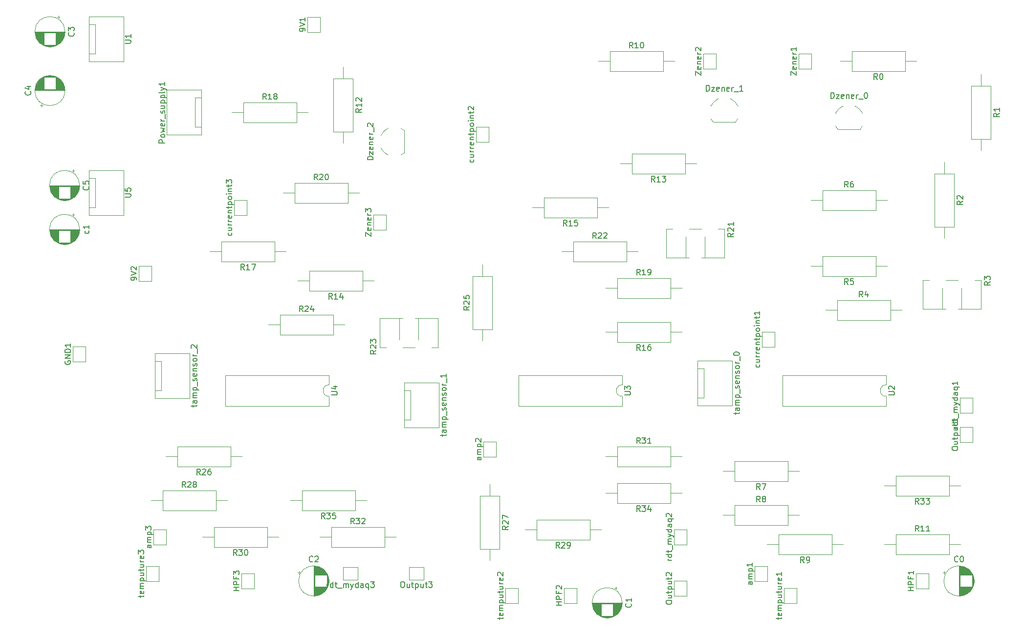
<source format=gbr>
G04 #@! TF.GenerationSoftware,KiCad,Pcbnew,(5.1.2)-2*
G04 #@! TF.CreationDate,2020-08-13T15:56:15+03:00*
G04 #@! TF.ProjectId,tempature_citcuit,74656d70-6174-4757-9265-5f6369746375,rev?*
G04 #@! TF.SameCoordinates,Original*
G04 #@! TF.FileFunction,Legend,Top*
G04 #@! TF.FilePolarity,Positive*
%FSLAX46Y46*%
G04 Gerber Fmt 4.6, Leading zero omitted, Abs format (unit mm)*
G04 Created by KiCad (PCBNEW (5.1.2)-2) date 2020-08-13 15:56:15*
%MOMM*%
%LPD*%
G04 APERTURE LIST*
%ADD10C,0.120000*%
%ADD11C,0.150000*%
G04 APERTURE END LIST*
D10*
X128100000Y-113000000D02*
X126400000Y-113000000D01*
X126400000Y-113000000D02*
X125900000Y-113000000D01*
X125900000Y-113000000D02*
X125900000Y-115600000D01*
X125900000Y-115600000D02*
X128100000Y-115600000D01*
X128100000Y-115600000D02*
X128100000Y-113000000D01*
X177630000Y-83850000D02*
X177630000Y-81250000D01*
X175430000Y-83850000D02*
X177630000Y-83850000D01*
X175430000Y-81250000D02*
X175430000Y-83850000D01*
X175930000Y-81250000D02*
X175430000Y-81250000D01*
X177630000Y-81250000D02*
X175930000Y-81250000D01*
X25650000Y-21590000D02*
X24640000Y-21590000D01*
X25650000Y-16510000D02*
X25650000Y-21590000D01*
X24640000Y-16510000D02*
X25650000Y-16510000D01*
X24540000Y-22960000D02*
X24540000Y-15160000D01*
X30590000Y-22960000D02*
X24540000Y-22960000D01*
X30590000Y-15160000D02*
X30590000Y-22960000D01*
X24540000Y-15160000D02*
X30590000Y-15160000D01*
X25650000Y-48260000D02*
X24640000Y-48260000D01*
X25650000Y-43180000D02*
X25650000Y-48260000D01*
X24640000Y-43180000D02*
X25650000Y-43180000D01*
X24540000Y-49630000D02*
X24540000Y-41830000D01*
X30590000Y-49630000D02*
X24540000Y-49630000D01*
X30590000Y-41830000D02*
X30590000Y-49630000D01*
X24540000Y-41830000D02*
X30590000Y-41830000D01*
X162620000Y-82660000D02*
X162620000Y-81010000D01*
X144720000Y-82660000D02*
X162620000Y-82660000D01*
X144720000Y-77360000D02*
X144720000Y-82660000D01*
X162620000Y-77360000D02*
X144720000Y-77360000D01*
X162620000Y-79010000D02*
X162620000Y-77360000D01*
X162620000Y-81010000D02*
G75*
G02X162620000Y-79010000I0J1000000D01*
G01*
X66100000Y-82660000D02*
X66100000Y-81010000D01*
X48200000Y-82660000D02*
X66100000Y-82660000D01*
X48200000Y-77360000D02*
X48200000Y-82660000D01*
X66100000Y-77360000D02*
X48200000Y-77360000D01*
X66100000Y-79010000D02*
X66100000Y-77360000D01*
X66100000Y-81010000D02*
G75*
G02X66100000Y-79010000I0J1000000D01*
G01*
X116900000Y-82660000D02*
X116900000Y-81010000D01*
X99000000Y-82660000D02*
X116900000Y-82660000D01*
X99000000Y-77360000D02*
X99000000Y-82660000D01*
X116900000Y-77360000D02*
X99000000Y-77360000D01*
X116900000Y-79010000D02*
X116900000Y-77360000D01*
X116900000Y-81010000D02*
G75*
G02X116900000Y-79010000I0J1000000D01*
G01*
X37080000Y-80010000D02*
X36070000Y-80010000D01*
X37080000Y-74930000D02*
X37080000Y-80010000D01*
X36070000Y-74930000D02*
X37080000Y-74930000D01*
X35970000Y-81380000D02*
X35970000Y-73580000D01*
X42020000Y-81380000D02*
X35970000Y-81380000D01*
X42020000Y-73580000D02*
X42020000Y-81380000D01*
X35970000Y-73580000D02*
X42020000Y-73580000D01*
X80260000Y-85090000D02*
X79250000Y-85090000D01*
X80260000Y-80010000D02*
X80260000Y-85090000D01*
X79250000Y-80010000D02*
X80260000Y-80010000D01*
X79150000Y-86460000D02*
X79150000Y-78660000D01*
X85200000Y-86460000D02*
X79150000Y-86460000D01*
X85200000Y-78660000D02*
X85200000Y-86460000D01*
X79150000Y-78660000D02*
X85200000Y-78660000D01*
X131060000Y-81280000D02*
X130050000Y-81280000D01*
X131060000Y-76200000D02*
X131060000Y-81280000D01*
X130050000Y-76200000D02*
X131060000Y-76200000D01*
X129950000Y-82650000D02*
X129950000Y-74850000D01*
X136000000Y-82650000D02*
X129950000Y-82650000D01*
X136000000Y-74850000D02*
X136000000Y-82650000D01*
X129950000Y-74850000D02*
X136000000Y-74850000D01*
X71150000Y-110660000D02*
X68550000Y-110660000D01*
X71150000Y-112860000D02*
X71150000Y-110660000D01*
X68550000Y-112860000D02*
X71150000Y-112860000D01*
X68550000Y-112360000D02*
X68550000Y-112860000D01*
X68550000Y-110660000D02*
X68550000Y-112360000D01*
X128100000Y-106710000D02*
X128100000Y-104110000D01*
X125900000Y-106710000D02*
X128100000Y-106710000D01*
X125900000Y-104110000D02*
X125900000Y-106710000D01*
X126400000Y-104110000D02*
X125900000Y-104110000D01*
X128100000Y-104110000D02*
X126400000Y-104110000D01*
X59460000Y-99060000D02*
X61420000Y-99060000D01*
X72620000Y-99060000D02*
X70660000Y-99060000D01*
X61420000Y-100780000D02*
X70660000Y-100780000D01*
X61420000Y-97340000D02*
X61420000Y-100780000D01*
X70660000Y-97340000D02*
X61420000Y-97340000D01*
X70660000Y-100780000D02*
X70660000Y-97340000D01*
X114070000Y-97790000D02*
X116030000Y-97790000D01*
X127230000Y-97790000D02*
X125270000Y-97790000D01*
X116030000Y-99510000D02*
X125270000Y-99510000D01*
X116030000Y-96070000D02*
X116030000Y-99510000D01*
X125270000Y-96070000D02*
X116030000Y-96070000D01*
X125270000Y-99510000D02*
X125270000Y-96070000D01*
X162330000Y-96520000D02*
X164290000Y-96520000D01*
X175490000Y-96520000D02*
X173530000Y-96520000D01*
X164290000Y-98240000D02*
X173530000Y-98240000D01*
X164290000Y-94800000D02*
X164290000Y-98240000D01*
X173530000Y-94800000D02*
X164290000Y-94800000D01*
X173530000Y-98240000D02*
X173530000Y-94800000D01*
X77700000Y-105410000D02*
X75740000Y-105410000D01*
X64540000Y-105410000D02*
X66500000Y-105410000D01*
X75740000Y-103690000D02*
X66500000Y-103690000D01*
X75740000Y-107130000D02*
X75740000Y-103690000D01*
X66500000Y-107130000D02*
X75740000Y-107130000D01*
X66500000Y-103690000D02*
X66500000Y-107130000D01*
X127230000Y-91440000D02*
X125270000Y-91440000D01*
X114070000Y-91440000D02*
X116030000Y-91440000D01*
X125270000Y-89720000D02*
X116030000Y-89720000D01*
X125270000Y-93160000D02*
X125270000Y-89720000D01*
X116030000Y-93160000D02*
X125270000Y-93160000D01*
X116030000Y-89720000D02*
X116030000Y-93160000D01*
X44220000Y-105410000D02*
X46180000Y-105410000D01*
X57380000Y-105410000D02*
X55420000Y-105410000D01*
X46180000Y-107130000D02*
X55420000Y-107130000D01*
X46180000Y-103690000D02*
X46180000Y-107130000D01*
X55420000Y-103690000D02*
X46180000Y-103690000D01*
X55420000Y-107130000D02*
X55420000Y-103690000D01*
X100100000Y-104140000D02*
X102060000Y-104140000D01*
X113260000Y-104140000D02*
X111300000Y-104140000D01*
X102060000Y-105860000D02*
X111300000Y-105860000D01*
X102060000Y-102420000D02*
X102060000Y-105860000D01*
X111300000Y-102420000D02*
X102060000Y-102420000D01*
X111300000Y-105860000D02*
X111300000Y-102420000D01*
X48490000Y-99060000D02*
X46530000Y-99060000D01*
X35330000Y-99060000D02*
X37290000Y-99060000D01*
X46530000Y-97340000D02*
X37290000Y-97340000D01*
X46530000Y-100780000D02*
X46530000Y-97340000D01*
X37290000Y-100780000D02*
X46530000Y-100780000D01*
X37290000Y-97340000D02*
X37290000Y-100780000D01*
X93980000Y-109450000D02*
X93980000Y-107490000D01*
X93980000Y-96290000D02*
X93980000Y-98250000D01*
X95700000Y-107490000D02*
X95700000Y-98250000D01*
X92260000Y-107490000D02*
X95700000Y-107490000D01*
X92260000Y-98250000D02*
X92260000Y-107490000D01*
X95700000Y-98250000D02*
X92260000Y-98250000D01*
X37870000Y-91440000D02*
X39830000Y-91440000D01*
X51030000Y-91440000D02*
X49070000Y-91440000D01*
X39830000Y-93160000D02*
X49070000Y-93160000D01*
X39830000Y-89720000D02*
X39830000Y-93160000D01*
X49070000Y-89720000D02*
X39830000Y-89720000D01*
X49070000Y-93160000D02*
X49070000Y-89720000D01*
X92710000Y-58190000D02*
X92710000Y-60150000D01*
X92710000Y-71350000D02*
X92710000Y-69390000D01*
X90990000Y-60150000D02*
X90990000Y-69390000D01*
X94430000Y-60150000D02*
X90990000Y-60150000D01*
X94430000Y-69390000D02*
X94430000Y-60150000D01*
X90990000Y-69390000D02*
X94430000Y-69390000D01*
X68810000Y-68580000D02*
X66850000Y-68580000D01*
X55650000Y-68580000D02*
X57610000Y-68580000D01*
X66850000Y-66860000D02*
X57610000Y-66860000D01*
X66850000Y-70300000D02*
X66850000Y-66860000D01*
X57610000Y-70300000D02*
X66850000Y-70300000D01*
X57610000Y-66860000D02*
X57610000Y-70300000D01*
X81043000Y-67470000D02*
X81590000Y-67470000D01*
X78350000Y-67470000D02*
X78898000Y-67470000D01*
X78896000Y-72511000D02*
X81045000Y-72511000D01*
X81590000Y-71153000D02*
X81590000Y-67470000D01*
X78350000Y-71153000D02*
X78350000Y-67470000D01*
X78896000Y-72511000D02*
X81045000Y-72511000D01*
X74949000Y-72511000D02*
X76044000Y-72511000D01*
X83895000Y-72511000D02*
X84990000Y-72511000D01*
X81043000Y-67470000D02*
X84990000Y-67470000D01*
X74949000Y-67470000D02*
X78898000Y-67470000D01*
X84990000Y-72511000D02*
X84990000Y-67470000D01*
X74949000Y-72511000D02*
X74949000Y-67470000D01*
X119610000Y-55880000D02*
X117650000Y-55880000D01*
X106450000Y-55880000D02*
X108410000Y-55880000D01*
X117650000Y-54160000D02*
X108410000Y-54160000D01*
X117650000Y-57600000D02*
X117650000Y-54160000D01*
X108410000Y-57600000D02*
X117650000Y-57600000D01*
X108410000Y-54160000D02*
X108410000Y-57600000D01*
X128507000Y-56990000D02*
X127960000Y-56990000D01*
X131200000Y-56990000D02*
X130652000Y-56990000D01*
X130654000Y-51949000D02*
X128505000Y-51949000D01*
X127960000Y-53307000D02*
X127960000Y-56990000D01*
X131200000Y-53307000D02*
X131200000Y-56990000D01*
X130654000Y-51949000D02*
X128505000Y-51949000D01*
X134601000Y-51949000D02*
X133506000Y-51949000D01*
X125655000Y-51949000D02*
X124560000Y-51949000D01*
X128507000Y-56990000D02*
X124560000Y-56990000D01*
X134601000Y-56990000D02*
X130652000Y-56990000D01*
X124560000Y-51949000D02*
X124560000Y-56990000D01*
X134601000Y-51949000D02*
X134601000Y-56990000D01*
X71350000Y-45720000D02*
X69390000Y-45720000D01*
X58190000Y-45720000D02*
X60150000Y-45720000D01*
X69390000Y-44000000D02*
X60150000Y-44000000D01*
X69390000Y-47440000D02*
X69390000Y-44000000D01*
X60150000Y-47440000D02*
X69390000Y-47440000D01*
X60150000Y-44000000D02*
X60150000Y-47440000D01*
X127230000Y-62230000D02*
X125270000Y-62230000D01*
X114070000Y-62230000D02*
X116030000Y-62230000D01*
X125270000Y-60510000D02*
X116030000Y-60510000D01*
X125270000Y-63950000D02*
X125270000Y-60510000D01*
X116030000Y-63950000D02*
X125270000Y-63950000D01*
X116030000Y-60510000D02*
X116030000Y-63950000D01*
X62460000Y-31750000D02*
X60500000Y-31750000D01*
X49300000Y-31750000D02*
X51260000Y-31750000D01*
X60500000Y-30030000D02*
X51260000Y-30030000D01*
X60500000Y-33470000D02*
X60500000Y-30030000D01*
X51260000Y-33470000D02*
X60500000Y-33470000D01*
X51260000Y-30030000D02*
X51260000Y-33470000D01*
X45490000Y-55880000D02*
X47450000Y-55880000D01*
X58650000Y-55880000D02*
X56690000Y-55880000D01*
X47450000Y-57600000D02*
X56690000Y-57600000D01*
X47450000Y-54160000D02*
X47450000Y-57600000D01*
X56690000Y-54160000D02*
X47450000Y-54160000D01*
X56690000Y-57600000D02*
X56690000Y-54160000D01*
X114070000Y-69850000D02*
X116030000Y-69850000D01*
X127230000Y-69850000D02*
X125270000Y-69850000D01*
X116030000Y-71570000D02*
X125270000Y-71570000D01*
X116030000Y-68130000D02*
X116030000Y-71570000D01*
X125270000Y-68130000D02*
X116030000Y-68130000D01*
X125270000Y-71570000D02*
X125270000Y-68130000D01*
X101370000Y-48260000D02*
X103330000Y-48260000D01*
X114530000Y-48260000D02*
X112570000Y-48260000D01*
X103330000Y-49980000D02*
X112570000Y-49980000D01*
X103330000Y-46540000D02*
X103330000Y-49980000D01*
X112570000Y-46540000D02*
X103330000Y-46540000D01*
X112570000Y-49980000D02*
X112570000Y-46540000D01*
X60730000Y-60960000D02*
X62690000Y-60960000D01*
X73890000Y-60960000D02*
X71930000Y-60960000D01*
X62690000Y-62680000D02*
X71930000Y-62680000D01*
X62690000Y-59240000D02*
X62690000Y-62680000D01*
X71930000Y-59240000D02*
X62690000Y-59240000D01*
X71930000Y-62680000D02*
X71930000Y-59240000D01*
X116610000Y-40640000D02*
X118570000Y-40640000D01*
X129770000Y-40640000D02*
X127810000Y-40640000D01*
X118570000Y-42360000D02*
X127810000Y-42360000D01*
X118570000Y-38920000D02*
X118570000Y-42360000D01*
X127810000Y-38920000D02*
X118570000Y-38920000D01*
X127810000Y-42360000D02*
X127810000Y-38920000D01*
X68580000Y-37060000D02*
X68580000Y-35100000D01*
X68580000Y-23900000D02*
X68580000Y-25860000D01*
X70300000Y-35100000D02*
X70300000Y-25860000D01*
X66860000Y-35100000D02*
X70300000Y-35100000D01*
X66860000Y-25860000D02*
X66860000Y-35100000D01*
X70300000Y-25860000D02*
X66860000Y-25860000D01*
X175490000Y-106680000D02*
X173530000Y-106680000D01*
X162330000Y-106680000D02*
X164290000Y-106680000D01*
X173530000Y-104960000D02*
X164290000Y-104960000D01*
X173530000Y-108400000D02*
X173530000Y-104960000D01*
X164290000Y-108400000D02*
X173530000Y-108400000D01*
X164290000Y-104960000D02*
X164290000Y-108400000D01*
X125960000Y-22860000D02*
X124000000Y-22860000D01*
X112800000Y-22860000D02*
X114760000Y-22860000D01*
X124000000Y-21140000D02*
X114760000Y-21140000D01*
X124000000Y-24580000D02*
X124000000Y-21140000D01*
X114760000Y-24580000D02*
X124000000Y-24580000D01*
X114760000Y-21140000D02*
X114760000Y-24580000D01*
X142010000Y-106680000D02*
X143970000Y-106680000D01*
X155170000Y-106680000D02*
X153210000Y-106680000D01*
X143970000Y-108400000D02*
X153210000Y-108400000D01*
X143970000Y-104960000D02*
X143970000Y-108400000D01*
X153210000Y-104960000D02*
X143970000Y-104960000D01*
X153210000Y-108400000D02*
X153210000Y-104960000D01*
X147550000Y-101600000D02*
X145590000Y-101600000D01*
X134390000Y-101600000D02*
X136350000Y-101600000D01*
X145590000Y-99880000D02*
X136350000Y-99880000D01*
X145590000Y-103320000D02*
X145590000Y-99880000D01*
X136350000Y-103320000D02*
X145590000Y-103320000D01*
X136350000Y-99880000D02*
X136350000Y-103320000D01*
X134390000Y-93980000D02*
X136350000Y-93980000D01*
X147550000Y-93980000D02*
X145590000Y-93980000D01*
X136350000Y-95700000D02*
X145590000Y-95700000D01*
X136350000Y-92260000D02*
X136350000Y-95700000D01*
X145590000Y-92260000D02*
X136350000Y-92260000D01*
X145590000Y-95700000D02*
X145590000Y-92260000D01*
X162790000Y-46990000D02*
X160830000Y-46990000D01*
X149630000Y-46990000D02*
X151590000Y-46990000D01*
X160830000Y-45270000D02*
X151590000Y-45270000D01*
X160830000Y-48710000D02*
X160830000Y-45270000D01*
X151590000Y-48710000D02*
X160830000Y-48710000D01*
X151590000Y-45270000D02*
X151590000Y-48710000D01*
X149630000Y-58420000D02*
X151590000Y-58420000D01*
X162790000Y-58420000D02*
X160830000Y-58420000D01*
X151590000Y-60140000D02*
X160830000Y-60140000D01*
X151590000Y-56700000D02*
X151590000Y-60140000D01*
X160830000Y-56700000D02*
X151590000Y-56700000D01*
X160830000Y-60140000D02*
X160830000Y-56700000D01*
X165330000Y-66040000D02*
X163370000Y-66040000D01*
X152170000Y-66040000D02*
X154130000Y-66040000D01*
X163370000Y-64320000D02*
X154130000Y-64320000D01*
X163370000Y-67760000D02*
X163370000Y-64320000D01*
X154130000Y-67760000D02*
X163370000Y-67760000D01*
X154130000Y-64320000D02*
X154130000Y-67760000D01*
X172957000Y-65880000D02*
X172410000Y-65880000D01*
X175650000Y-65880000D02*
X175102000Y-65880000D01*
X175104000Y-60839000D02*
X172955000Y-60839000D01*
X172410000Y-62197000D02*
X172410000Y-65880000D01*
X175650000Y-62197000D02*
X175650000Y-65880000D01*
X175104000Y-60839000D02*
X172955000Y-60839000D01*
X179051000Y-60839000D02*
X177956000Y-60839000D01*
X170105000Y-60839000D02*
X169010000Y-60839000D01*
X172957000Y-65880000D02*
X169010000Y-65880000D01*
X179051000Y-65880000D02*
X175102000Y-65880000D01*
X169010000Y-60839000D02*
X169010000Y-65880000D01*
X179051000Y-60839000D02*
X179051000Y-65880000D01*
X172720000Y-53570000D02*
X172720000Y-51610000D01*
X172720000Y-40410000D02*
X172720000Y-42370000D01*
X174440000Y-51610000D02*
X174440000Y-42370000D01*
X171000000Y-51610000D02*
X174440000Y-51610000D01*
X171000000Y-42370000D02*
X171000000Y-51610000D01*
X174440000Y-42370000D02*
X171000000Y-42370000D01*
X179070000Y-38330000D02*
X179070000Y-36370000D01*
X179070000Y-25170000D02*
X179070000Y-27130000D01*
X180790000Y-36370000D02*
X180790000Y-27130000D01*
X177350000Y-36370000D02*
X180790000Y-36370000D01*
X177350000Y-27130000D02*
X177350000Y-36370000D01*
X180790000Y-27130000D02*
X177350000Y-27130000D01*
X154710000Y-22860000D02*
X156670000Y-22860000D01*
X167870000Y-22860000D02*
X165910000Y-22860000D01*
X156670000Y-24580000D02*
X165910000Y-24580000D01*
X156670000Y-21140000D02*
X156670000Y-24580000D01*
X165910000Y-21140000D02*
X156670000Y-21140000D01*
X165910000Y-24580000D02*
X165910000Y-21140000D01*
X42930000Y-29210000D02*
X43940000Y-29210000D01*
X42930000Y-34290000D02*
X42930000Y-29210000D01*
X43940000Y-34290000D02*
X42930000Y-34290000D01*
X44040000Y-27840000D02*
X44040000Y-35640000D01*
X37990000Y-27840000D02*
X44040000Y-27840000D01*
X37990000Y-35640000D02*
X37990000Y-27840000D01*
X44040000Y-35640000D02*
X37990000Y-35640000D01*
X64600000Y-15210000D02*
X62900000Y-15210000D01*
X62900000Y-15210000D02*
X62400000Y-15210000D01*
X62400000Y-15210000D02*
X62400000Y-17810000D01*
X62400000Y-17810000D02*
X64600000Y-17810000D01*
X64600000Y-17810000D02*
X64600000Y-15210000D01*
X35390000Y-60990000D02*
X35390000Y-58390000D01*
X33190000Y-60990000D02*
X35390000Y-60990000D01*
X33190000Y-58390000D02*
X33190000Y-60990000D01*
X33690000Y-58390000D02*
X33190000Y-58390000D01*
X35390000Y-58390000D02*
X33690000Y-58390000D01*
X142070000Y-113060000D02*
X142070000Y-110460000D01*
X139870000Y-113060000D02*
X142070000Y-113060000D01*
X139870000Y-110460000D02*
X139870000Y-113060000D01*
X140370000Y-110460000D02*
X139870000Y-110460000D01*
X142070000Y-110460000D02*
X140370000Y-110460000D01*
X95080000Y-88870000D02*
X93380000Y-88870000D01*
X93380000Y-88870000D02*
X92880000Y-88870000D01*
X92880000Y-88870000D02*
X92880000Y-91470000D01*
X92880000Y-91470000D02*
X95080000Y-91470000D01*
X95080000Y-91470000D02*
X95080000Y-88870000D01*
X37930000Y-106710000D02*
X37930000Y-104110000D01*
X35730000Y-106710000D02*
X37930000Y-106710000D01*
X35730000Y-104110000D02*
X35730000Y-106710000D01*
X36230000Y-104110000D02*
X35730000Y-104110000D01*
X37930000Y-104110000D02*
X36230000Y-104110000D01*
X143340000Y-72420000D02*
X143340000Y-69820000D01*
X141140000Y-72420000D02*
X143340000Y-72420000D01*
X141140000Y-69820000D02*
X141140000Y-72420000D01*
X141640000Y-69820000D02*
X141140000Y-69820000D01*
X143340000Y-69820000D02*
X141640000Y-69820000D01*
X93810000Y-34260000D02*
X92110000Y-34260000D01*
X92110000Y-34260000D02*
X91610000Y-34260000D01*
X91610000Y-34260000D02*
X91610000Y-36860000D01*
X91610000Y-36860000D02*
X93810000Y-36860000D01*
X93810000Y-36860000D02*
X93810000Y-34260000D01*
X51900000Y-49560000D02*
X51900000Y-46960000D01*
X49700000Y-49560000D02*
X51900000Y-49560000D01*
X49700000Y-46960000D02*
X49700000Y-49560000D01*
X50200000Y-46960000D02*
X49700000Y-46960000D01*
X51900000Y-46960000D02*
X50200000Y-46960000D01*
X23960000Y-72360000D02*
X22260000Y-72360000D01*
X22260000Y-72360000D02*
X21760000Y-72360000D01*
X21760000Y-72360000D02*
X21760000Y-74960000D01*
X21760000Y-74960000D02*
X23960000Y-74960000D01*
X23960000Y-74960000D02*
X23960000Y-72360000D01*
X170010000Y-111730000D02*
X168310000Y-111730000D01*
X168310000Y-111730000D02*
X167810000Y-111730000D01*
X167810000Y-111730000D02*
X167810000Y-114330000D01*
X167810000Y-114330000D02*
X170010000Y-114330000D01*
X170010000Y-114330000D02*
X170010000Y-111730000D01*
X109050000Y-116870000D02*
X109050000Y-114270000D01*
X106850000Y-116870000D02*
X109050000Y-116870000D01*
X106850000Y-114270000D02*
X106850000Y-116870000D01*
X107350000Y-114270000D02*
X106850000Y-114270000D01*
X109050000Y-114270000D02*
X107350000Y-114270000D01*
X53170000Y-111730000D02*
X51470000Y-111730000D01*
X51470000Y-111730000D02*
X50970000Y-111730000D01*
X50970000Y-111730000D02*
X50970000Y-114330000D01*
X50970000Y-114330000D02*
X53170000Y-114330000D01*
X53170000Y-114330000D02*
X53170000Y-111730000D01*
X177630000Y-88930000D02*
X177630000Y-86330000D01*
X175430000Y-88930000D02*
X177630000Y-88930000D01*
X175430000Y-86330000D02*
X175430000Y-88930000D01*
X175930000Y-86330000D02*
X175430000Y-86330000D01*
X177630000Y-86330000D02*
X175930000Y-86330000D01*
X82580000Y-110660000D02*
X79980000Y-110660000D01*
X82580000Y-112860000D02*
X82580000Y-110660000D01*
X79980000Y-112860000D02*
X82580000Y-112860000D01*
X79980000Y-112360000D02*
X79980000Y-112860000D01*
X79980000Y-110660000D02*
X79980000Y-112360000D01*
X147150000Y-114270000D02*
X145450000Y-114270000D01*
X145450000Y-114270000D02*
X144950000Y-114270000D01*
X144950000Y-114270000D02*
X144950000Y-116870000D01*
X144950000Y-116870000D02*
X147150000Y-116870000D01*
X147150000Y-116870000D02*
X147150000Y-114270000D01*
X98890000Y-116870000D02*
X98890000Y-114270000D01*
X96690000Y-116870000D02*
X98890000Y-116870000D01*
X96690000Y-114270000D02*
X96690000Y-116870000D01*
X97190000Y-114270000D02*
X96690000Y-114270000D01*
X98890000Y-114270000D02*
X97190000Y-114270000D01*
X36660000Y-110460000D02*
X34960000Y-110460000D01*
X34960000Y-110460000D02*
X34460000Y-110460000D01*
X34460000Y-110460000D02*
X34460000Y-113060000D01*
X34460000Y-113060000D02*
X36660000Y-113060000D01*
X36660000Y-113060000D02*
X36660000Y-110460000D01*
X149690000Y-21560000D02*
X147990000Y-21560000D01*
X147990000Y-21560000D02*
X147490000Y-21560000D01*
X147490000Y-21560000D02*
X147490000Y-24160000D01*
X147490000Y-24160000D02*
X149690000Y-24160000D01*
X149690000Y-24160000D02*
X149690000Y-21560000D01*
X133180000Y-24160000D02*
X133180000Y-21560000D01*
X130980000Y-24160000D02*
X133180000Y-24160000D01*
X130980000Y-21560000D02*
X130980000Y-24160000D01*
X131480000Y-21560000D02*
X130980000Y-21560000D01*
X133180000Y-21560000D02*
X131480000Y-21560000D01*
X76030000Y-49500000D02*
X74330000Y-49500000D01*
X74330000Y-49500000D02*
X73830000Y-49500000D01*
X73830000Y-49500000D02*
X73830000Y-52100000D01*
X73830000Y-52100000D02*
X76030000Y-52100000D01*
X76030000Y-52100000D02*
X76030000Y-49500000D01*
X172685225Y-111305000D02*
X172685225Y-111805000D01*
X172435225Y-111555000D02*
X172935225Y-111555000D01*
X177841000Y-112746000D02*
X177841000Y-113314000D01*
X177801000Y-112512000D02*
X177801000Y-113548000D01*
X177761000Y-112353000D02*
X177761000Y-113707000D01*
X177721000Y-112225000D02*
X177721000Y-113835000D01*
X177681000Y-112115000D02*
X177681000Y-113945000D01*
X177641000Y-112019000D02*
X177641000Y-114041000D01*
X177601000Y-111932000D02*
X177601000Y-114128000D01*
X177561000Y-111852000D02*
X177561000Y-114208000D01*
X177521000Y-114070000D02*
X177521000Y-114281000D01*
X177521000Y-111779000D02*
X177521000Y-111990000D01*
X177481000Y-114070000D02*
X177481000Y-114349000D01*
X177481000Y-111711000D02*
X177481000Y-111990000D01*
X177441000Y-114070000D02*
X177441000Y-114413000D01*
X177441000Y-111647000D02*
X177441000Y-111990000D01*
X177401000Y-114070000D02*
X177401000Y-114473000D01*
X177401000Y-111587000D02*
X177401000Y-111990000D01*
X177361000Y-114070000D02*
X177361000Y-114530000D01*
X177361000Y-111530000D02*
X177361000Y-111990000D01*
X177321000Y-114070000D02*
X177321000Y-114584000D01*
X177321000Y-111476000D02*
X177321000Y-111990000D01*
X177281000Y-114070000D02*
X177281000Y-114635000D01*
X177281000Y-111425000D02*
X177281000Y-111990000D01*
X177241000Y-114070000D02*
X177241000Y-114683000D01*
X177241000Y-111377000D02*
X177241000Y-111990000D01*
X177201000Y-114070000D02*
X177201000Y-114729000D01*
X177201000Y-111331000D02*
X177201000Y-111990000D01*
X177161000Y-114070000D02*
X177161000Y-114773000D01*
X177161000Y-111287000D02*
X177161000Y-111990000D01*
X177121000Y-114070000D02*
X177121000Y-114815000D01*
X177121000Y-111245000D02*
X177121000Y-111990000D01*
X177081000Y-114070000D02*
X177081000Y-114856000D01*
X177081000Y-111204000D02*
X177081000Y-111990000D01*
X177041000Y-114070000D02*
X177041000Y-114894000D01*
X177041000Y-111166000D02*
X177041000Y-111990000D01*
X177001000Y-114070000D02*
X177001000Y-114931000D01*
X177001000Y-111129000D02*
X177001000Y-111990000D01*
X176961000Y-114070000D02*
X176961000Y-114967000D01*
X176961000Y-111093000D02*
X176961000Y-111990000D01*
X176921000Y-114070000D02*
X176921000Y-115001000D01*
X176921000Y-111059000D02*
X176921000Y-111990000D01*
X176881000Y-114070000D02*
X176881000Y-115034000D01*
X176881000Y-111026000D02*
X176881000Y-111990000D01*
X176841000Y-114070000D02*
X176841000Y-115065000D01*
X176841000Y-110995000D02*
X176841000Y-111990000D01*
X176801000Y-114070000D02*
X176801000Y-115095000D01*
X176801000Y-110965000D02*
X176801000Y-111990000D01*
X176761000Y-114070000D02*
X176761000Y-115125000D01*
X176761000Y-110935000D02*
X176761000Y-111990000D01*
X176721000Y-114070000D02*
X176721000Y-115152000D01*
X176721000Y-110908000D02*
X176721000Y-111990000D01*
X176681000Y-114070000D02*
X176681000Y-115179000D01*
X176681000Y-110881000D02*
X176681000Y-111990000D01*
X176641000Y-114070000D02*
X176641000Y-115205000D01*
X176641000Y-110855000D02*
X176641000Y-111990000D01*
X176601000Y-114070000D02*
X176601000Y-115230000D01*
X176601000Y-110830000D02*
X176601000Y-111990000D01*
X176561000Y-114070000D02*
X176561000Y-115254000D01*
X176561000Y-110806000D02*
X176561000Y-111990000D01*
X176521000Y-114070000D02*
X176521000Y-115277000D01*
X176521000Y-110783000D02*
X176521000Y-111990000D01*
X176481000Y-114070000D02*
X176481000Y-115298000D01*
X176481000Y-110762000D02*
X176481000Y-111990000D01*
X176441000Y-114070000D02*
X176441000Y-115320000D01*
X176441000Y-110740000D02*
X176441000Y-111990000D01*
X176401000Y-114070000D02*
X176401000Y-115340000D01*
X176401000Y-110720000D02*
X176401000Y-111990000D01*
X176361000Y-114070000D02*
X176361000Y-115359000D01*
X176361000Y-110701000D02*
X176361000Y-111990000D01*
X176321000Y-114070000D02*
X176321000Y-115378000D01*
X176321000Y-110682000D02*
X176321000Y-111990000D01*
X176281000Y-114070000D02*
X176281000Y-115395000D01*
X176281000Y-110665000D02*
X176281000Y-111990000D01*
X176241000Y-114070000D02*
X176241000Y-115412000D01*
X176241000Y-110648000D02*
X176241000Y-111990000D01*
X176201000Y-114070000D02*
X176201000Y-115428000D01*
X176201000Y-110632000D02*
X176201000Y-111990000D01*
X176161000Y-114070000D02*
X176161000Y-115444000D01*
X176161000Y-110616000D02*
X176161000Y-111990000D01*
X176121000Y-114070000D02*
X176121000Y-115458000D01*
X176121000Y-110602000D02*
X176121000Y-111990000D01*
X176081000Y-114070000D02*
X176081000Y-115472000D01*
X176081000Y-110588000D02*
X176081000Y-111990000D01*
X176041000Y-114070000D02*
X176041000Y-115485000D01*
X176041000Y-110575000D02*
X176041000Y-111990000D01*
X176001000Y-114070000D02*
X176001000Y-115498000D01*
X176001000Y-110562000D02*
X176001000Y-111990000D01*
X175961000Y-114070000D02*
X175961000Y-115510000D01*
X175961000Y-110550000D02*
X175961000Y-111990000D01*
X175920000Y-114070000D02*
X175920000Y-115521000D01*
X175920000Y-110539000D02*
X175920000Y-111990000D01*
X175880000Y-114070000D02*
X175880000Y-115531000D01*
X175880000Y-110529000D02*
X175880000Y-111990000D01*
X175840000Y-114070000D02*
X175840000Y-115541000D01*
X175840000Y-110519000D02*
X175840000Y-111990000D01*
X175800000Y-114070000D02*
X175800000Y-115550000D01*
X175800000Y-110510000D02*
X175800000Y-111990000D01*
X175760000Y-114070000D02*
X175760000Y-115558000D01*
X175760000Y-110502000D02*
X175760000Y-111990000D01*
X175720000Y-114070000D02*
X175720000Y-115566000D01*
X175720000Y-110494000D02*
X175720000Y-111990000D01*
X175680000Y-114070000D02*
X175680000Y-115573000D01*
X175680000Y-110487000D02*
X175680000Y-111990000D01*
X175640000Y-114070000D02*
X175640000Y-115580000D01*
X175640000Y-110480000D02*
X175640000Y-111990000D01*
X175600000Y-114070000D02*
X175600000Y-115586000D01*
X175600000Y-110474000D02*
X175600000Y-111990000D01*
X175560000Y-114070000D02*
X175560000Y-115591000D01*
X175560000Y-110469000D02*
X175560000Y-111990000D01*
X175520000Y-114070000D02*
X175520000Y-115595000D01*
X175520000Y-110465000D02*
X175520000Y-111990000D01*
X175480000Y-114070000D02*
X175480000Y-115599000D01*
X175480000Y-110461000D02*
X175480000Y-111990000D01*
X175440000Y-110457000D02*
X175440000Y-115603000D01*
X175400000Y-110454000D02*
X175400000Y-115606000D01*
X175360000Y-110452000D02*
X175360000Y-115608000D01*
X175320000Y-110451000D02*
X175320000Y-115609000D01*
X175280000Y-110450000D02*
X175280000Y-115610000D01*
X175240000Y-110450000D02*
X175240000Y-115610000D01*
X177860000Y-113030000D02*
G75*
G03X177860000Y-113030000I-2620000J0D01*
G01*
X22940000Y-52050000D02*
G75*
G03X22940000Y-52050000I-2620000J0D01*
G01*
X22900000Y-52050000D02*
X17740000Y-52050000D01*
X22900000Y-52090000D02*
X17740000Y-52090000D01*
X22899000Y-52130000D02*
X17741000Y-52130000D01*
X22898000Y-52170000D02*
X17742000Y-52170000D01*
X22896000Y-52210000D02*
X17744000Y-52210000D01*
X22893000Y-52250000D02*
X17747000Y-52250000D01*
X22889000Y-52290000D02*
X21360000Y-52290000D01*
X19280000Y-52290000D02*
X17751000Y-52290000D01*
X22885000Y-52330000D02*
X21360000Y-52330000D01*
X19280000Y-52330000D02*
X17755000Y-52330000D01*
X22881000Y-52370000D02*
X21360000Y-52370000D01*
X19280000Y-52370000D02*
X17759000Y-52370000D01*
X22876000Y-52410000D02*
X21360000Y-52410000D01*
X19280000Y-52410000D02*
X17764000Y-52410000D01*
X22870000Y-52450000D02*
X21360000Y-52450000D01*
X19280000Y-52450000D02*
X17770000Y-52450000D01*
X22863000Y-52490000D02*
X21360000Y-52490000D01*
X19280000Y-52490000D02*
X17777000Y-52490000D01*
X22856000Y-52530000D02*
X21360000Y-52530000D01*
X19280000Y-52530000D02*
X17784000Y-52530000D01*
X22848000Y-52570000D02*
X21360000Y-52570000D01*
X19280000Y-52570000D02*
X17792000Y-52570000D01*
X22840000Y-52610000D02*
X21360000Y-52610000D01*
X19280000Y-52610000D02*
X17800000Y-52610000D01*
X22831000Y-52650000D02*
X21360000Y-52650000D01*
X19280000Y-52650000D02*
X17809000Y-52650000D01*
X22821000Y-52690000D02*
X21360000Y-52690000D01*
X19280000Y-52690000D02*
X17819000Y-52690000D01*
X22811000Y-52730000D02*
X21360000Y-52730000D01*
X19280000Y-52730000D02*
X17829000Y-52730000D01*
X22800000Y-52771000D02*
X21360000Y-52771000D01*
X19280000Y-52771000D02*
X17840000Y-52771000D01*
X22788000Y-52811000D02*
X21360000Y-52811000D01*
X19280000Y-52811000D02*
X17852000Y-52811000D01*
X22775000Y-52851000D02*
X21360000Y-52851000D01*
X19280000Y-52851000D02*
X17865000Y-52851000D01*
X22762000Y-52891000D02*
X21360000Y-52891000D01*
X19280000Y-52891000D02*
X17878000Y-52891000D01*
X22748000Y-52931000D02*
X21360000Y-52931000D01*
X19280000Y-52931000D02*
X17892000Y-52931000D01*
X22734000Y-52971000D02*
X21360000Y-52971000D01*
X19280000Y-52971000D02*
X17906000Y-52971000D01*
X22718000Y-53011000D02*
X21360000Y-53011000D01*
X19280000Y-53011000D02*
X17922000Y-53011000D01*
X22702000Y-53051000D02*
X21360000Y-53051000D01*
X19280000Y-53051000D02*
X17938000Y-53051000D01*
X22685000Y-53091000D02*
X21360000Y-53091000D01*
X19280000Y-53091000D02*
X17955000Y-53091000D01*
X22668000Y-53131000D02*
X21360000Y-53131000D01*
X19280000Y-53131000D02*
X17972000Y-53131000D01*
X22649000Y-53171000D02*
X21360000Y-53171000D01*
X19280000Y-53171000D02*
X17991000Y-53171000D01*
X22630000Y-53211000D02*
X21360000Y-53211000D01*
X19280000Y-53211000D02*
X18010000Y-53211000D01*
X22610000Y-53251000D02*
X21360000Y-53251000D01*
X19280000Y-53251000D02*
X18030000Y-53251000D01*
X22588000Y-53291000D02*
X21360000Y-53291000D01*
X19280000Y-53291000D02*
X18052000Y-53291000D01*
X22567000Y-53331000D02*
X21360000Y-53331000D01*
X19280000Y-53331000D02*
X18073000Y-53331000D01*
X22544000Y-53371000D02*
X21360000Y-53371000D01*
X19280000Y-53371000D02*
X18096000Y-53371000D01*
X22520000Y-53411000D02*
X21360000Y-53411000D01*
X19280000Y-53411000D02*
X18120000Y-53411000D01*
X22495000Y-53451000D02*
X21360000Y-53451000D01*
X19280000Y-53451000D02*
X18145000Y-53451000D01*
X22469000Y-53491000D02*
X21360000Y-53491000D01*
X19280000Y-53491000D02*
X18171000Y-53491000D01*
X22442000Y-53531000D02*
X21360000Y-53531000D01*
X19280000Y-53531000D02*
X18198000Y-53531000D01*
X22415000Y-53571000D02*
X21360000Y-53571000D01*
X19280000Y-53571000D02*
X18225000Y-53571000D01*
X22385000Y-53611000D02*
X21360000Y-53611000D01*
X19280000Y-53611000D02*
X18255000Y-53611000D01*
X22355000Y-53651000D02*
X21360000Y-53651000D01*
X19280000Y-53651000D02*
X18285000Y-53651000D01*
X22324000Y-53691000D02*
X21360000Y-53691000D01*
X19280000Y-53691000D02*
X18316000Y-53691000D01*
X22291000Y-53731000D02*
X21360000Y-53731000D01*
X19280000Y-53731000D02*
X18349000Y-53731000D01*
X22257000Y-53771000D02*
X21360000Y-53771000D01*
X19280000Y-53771000D02*
X18383000Y-53771000D01*
X22221000Y-53811000D02*
X21360000Y-53811000D01*
X19280000Y-53811000D02*
X18419000Y-53811000D01*
X22184000Y-53851000D02*
X21360000Y-53851000D01*
X19280000Y-53851000D02*
X18456000Y-53851000D01*
X22146000Y-53891000D02*
X21360000Y-53891000D01*
X19280000Y-53891000D02*
X18494000Y-53891000D01*
X22105000Y-53931000D02*
X21360000Y-53931000D01*
X19280000Y-53931000D02*
X18535000Y-53931000D01*
X22063000Y-53971000D02*
X21360000Y-53971000D01*
X19280000Y-53971000D02*
X18577000Y-53971000D01*
X22019000Y-54011000D02*
X21360000Y-54011000D01*
X19280000Y-54011000D02*
X18621000Y-54011000D01*
X21973000Y-54051000D02*
X21360000Y-54051000D01*
X19280000Y-54051000D02*
X18667000Y-54051000D01*
X21925000Y-54091000D02*
X21360000Y-54091000D01*
X19280000Y-54091000D02*
X18715000Y-54091000D01*
X21874000Y-54131000D02*
X21360000Y-54131000D01*
X19280000Y-54131000D02*
X18766000Y-54131000D01*
X21820000Y-54171000D02*
X21360000Y-54171000D01*
X19280000Y-54171000D02*
X18820000Y-54171000D01*
X21763000Y-54211000D02*
X21360000Y-54211000D01*
X19280000Y-54211000D02*
X18877000Y-54211000D01*
X21703000Y-54251000D02*
X21360000Y-54251000D01*
X19280000Y-54251000D02*
X18937000Y-54251000D01*
X21639000Y-54291000D02*
X21360000Y-54291000D01*
X19280000Y-54291000D02*
X19001000Y-54291000D01*
X21571000Y-54331000D02*
X21360000Y-54331000D01*
X19280000Y-54331000D02*
X19069000Y-54331000D01*
X21498000Y-54371000D02*
X19142000Y-54371000D01*
X21418000Y-54411000D02*
X19222000Y-54411000D01*
X21331000Y-54451000D02*
X19309000Y-54451000D01*
X21235000Y-54491000D02*
X19405000Y-54491000D01*
X21125000Y-54531000D02*
X19515000Y-54531000D01*
X20997000Y-54571000D02*
X19643000Y-54571000D01*
X20838000Y-54611000D02*
X19802000Y-54611000D01*
X20604000Y-54651000D02*
X20036000Y-54651000D01*
X21795000Y-49245225D02*
X21795000Y-49745225D01*
X22045000Y-49495225D02*
X21545000Y-49495225D01*
X116920000Y-116820000D02*
G75*
G03X116920000Y-116820000I-2620000J0D01*
G01*
X116880000Y-116820000D02*
X111720000Y-116820000D01*
X116880000Y-116860000D02*
X111720000Y-116860000D01*
X116879000Y-116900000D02*
X111721000Y-116900000D01*
X116878000Y-116940000D02*
X111722000Y-116940000D01*
X116876000Y-116980000D02*
X111724000Y-116980000D01*
X116873000Y-117020000D02*
X111727000Y-117020000D01*
X116869000Y-117060000D02*
X115340000Y-117060000D01*
X113260000Y-117060000D02*
X111731000Y-117060000D01*
X116865000Y-117100000D02*
X115340000Y-117100000D01*
X113260000Y-117100000D02*
X111735000Y-117100000D01*
X116861000Y-117140000D02*
X115340000Y-117140000D01*
X113260000Y-117140000D02*
X111739000Y-117140000D01*
X116856000Y-117180000D02*
X115340000Y-117180000D01*
X113260000Y-117180000D02*
X111744000Y-117180000D01*
X116850000Y-117220000D02*
X115340000Y-117220000D01*
X113260000Y-117220000D02*
X111750000Y-117220000D01*
X116843000Y-117260000D02*
X115340000Y-117260000D01*
X113260000Y-117260000D02*
X111757000Y-117260000D01*
X116836000Y-117300000D02*
X115340000Y-117300000D01*
X113260000Y-117300000D02*
X111764000Y-117300000D01*
X116828000Y-117340000D02*
X115340000Y-117340000D01*
X113260000Y-117340000D02*
X111772000Y-117340000D01*
X116820000Y-117380000D02*
X115340000Y-117380000D01*
X113260000Y-117380000D02*
X111780000Y-117380000D01*
X116811000Y-117420000D02*
X115340000Y-117420000D01*
X113260000Y-117420000D02*
X111789000Y-117420000D01*
X116801000Y-117460000D02*
X115340000Y-117460000D01*
X113260000Y-117460000D02*
X111799000Y-117460000D01*
X116791000Y-117500000D02*
X115340000Y-117500000D01*
X113260000Y-117500000D02*
X111809000Y-117500000D01*
X116780000Y-117541000D02*
X115340000Y-117541000D01*
X113260000Y-117541000D02*
X111820000Y-117541000D01*
X116768000Y-117581000D02*
X115340000Y-117581000D01*
X113260000Y-117581000D02*
X111832000Y-117581000D01*
X116755000Y-117621000D02*
X115340000Y-117621000D01*
X113260000Y-117621000D02*
X111845000Y-117621000D01*
X116742000Y-117661000D02*
X115340000Y-117661000D01*
X113260000Y-117661000D02*
X111858000Y-117661000D01*
X116728000Y-117701000D02*
X115340000Y-117701000D01*
X113260000Y-117701000D02*
X111872000Y-117701000D01*
X116714000Y-117741000D02*
X115340000Y-117741000D01*
X113260000Y-117741000D02*
X111886000Y-117741000D01*
X116698000Y-117781000D02*
X115340000Y-117781000D01*
X113260000Y-117781000D02*
X111902000Y-117781000D01*
X116682000Y-117821000D02*
X115340000Y-117821000D01*
X113260000Y-117821000D02*
X111918000Y-117821000D01*
X116665000Y-117861000D02*
X115340000Y-117861000D01*
X113260000Y-117861000D02*
X111935000Y-117861000D01*
X116648000Y-117901000D02*
X115340000Y-117901000D01*
X113260000Y-117901000D02*
X111952000Y-117901000D01*
X116629000Y-117941000D02*
X115340000Y-117941000D01*
X113260000Y-117941000D02*
X111971000Y-117941000D01*
X116610000Y-117981000D02*
X115340000Y-117981000D01*
X113260000Y-117981000D02*
X111990000Y-117981000D01*
X116590000Y-118021000D02*
X115340000Y-118021000D01*
X113260000Y-118021000D02*
X112010000Y-118021000D01*
X116568000Y-118061000D02*
X115340000Y-118061000D01*
X113260000Y-118061000D02*
X112032000Y-118061000D01*
X116547000Y-118101000D02*
X115340000Y-118101000D01*
X113260000Y-118101000D02*
X112053000Y-118101000D01*
X116524000Y-118141000D02*
X115340000Y-118141000D01*
X113260000Y-118141000D02*
X112076000Y-118141000D01*
X116500000Y-118181000D02*
X115340000Y-118181000D01*
X113260000Y-118181000D02*
X112100000Y-118181000D01*
X116475000Y-118221000D02*
X115340000Y-118221000D01*
X113260000Y-118221000D02*
X112125000Y-118221000D01*
X116449000Y-118261000D02*
X115340000Y-118261000D01*
X113260000Y-118261000D02*
X112151000Y-118261000D01*
X116422000Y-118301000D02*
X115340000Y-118301000D01*
X113260000Y-118301000D02*
X112178000Y-118301000D01*
X116395000Y-118341000D02*
X115340000Y-118341000D01*
X113260000Y-118341000D02*
X112205000Y-118341000D01*
X116365000Y-118381000D02*
X115340000Y-118381000D01*
X113260000Y-118381000D02*
X112235000Y-118381000D01*
X116335000Y-118421000D02*
X115340000Y-118421000D01*
X113260000Y-118421000D02*
X112265000Y-118421000D01*
X116304000Y-118461000D02*
X115340000Y-118461000D01*
X113260000Y-118461000D02*
X112296000Y-118461000D01*
X116271000Y-118501000D02*
X115340000Y-118501000D01*
X113260000Y-118501000D02*
X112329000Y-118501000D01*
X116237000Y-118541000D02*
X115340000Y-118541000D01*
X113260000Y-118541000D02*
X112363000Y-118541000D01*
X116201000Y-118581000D02*
X115340000Y-118581000D01*
X113260000Y-118581000D02*
X112399000Y-118581000D01*
X116164000Y-118621000D02*
X115340000Y-118621000D01*
X113260000Y-118621000D02*
X112436000Y-118621000D01*
X116126000Y-118661000D02*
X115340000Y-118661000D01*
X113260000Y-118661000D02*
X112474000Y-118661000D01*
X116085000Y-118701000D02*
X115340000Y-118701000D01*
X113260000Y-118701000D02*
X112515000Y-118701000D01*
X116043000Y-118741000D02*
X115340000Y-118741000D01*
X113260000Y-118741000D02*
X112557000Y-118741000D01*
X115999000Y-118781000D02*
X115340000Y-118781000D01*
X113260000Y-118781000D02*
X112601000Y-118781000D01*
X115953000Y-118821000D02*
X115340000Y-118821000D01*
X113260000Y-118821000D02*
X112647000Y-118821000D01*
X115905000Y-118861000D02*
X115340000Y-118861000D01*
X113260000Y-118861000D02*
X112695000Y-118861000D01*
X115854000Y-118901000D02*
X115340000Y-118901000D01*
X113260000Y-118901000D02*
X112746000Y-118901000D01*
X115800000Y-118941000D02*
X115340000Y-118941000D01*
X113260000Y-118941000D02*
X112800000Y-118941000D01*
X115743000Y-118981000D02*
X115340000Y-118981000D01*
X113260000Y-118981000D02*
X112857000Y-118981000D01*
X115683000Y-119021000D02*
X115340000Y-119021000D01*
X113260000Y-119021000D02*
X112917000Y-119021000D01*
X115619000Y-119061000D02*
X115340000Y-119061000D01*
X113260000Y-119061000D02*
X112981000Y-119061000D01*
X115551000Y-119101000D02*
X115340000Y-119101000D01*
X113260000Y-119101000D02*
X113049000Y-119101000D01*
X115478000Y-119141000D02*
X113122000Y-119141000D01*
X115398000Y-119181000D02*
X113202000Y-119181000D01*
X115311000Y-119221000D02*
X113289000Y-119221000D01*
X115215000Y-119261000D02*
X113385000Y-119261000D01*
X115105000Y-119301000D02*
X113495000Y-119301000D01*
X114977000Y-119341000D02*
X113623000Y-119341000D01*
X114818000Y-119381000D02*
X113782000Y-119381000D01*
X114584000Y-119421000D02*
X114016000Y-119421000D01*
X115775000Y-114015225D02*
X115775000Y-114515225D01*
X116025000Y-114265225D02*
X115525000Y-114265225D01*
X66100000Y-113030000D02*
G75*
G03X66100000Y-113030000I-2620000J0D01*
G01*
X63480000Y-110450000D02*
X63480000Y-115610000D01*
X63520000Y-110450000D02*
X63520000Y-115610000D01*
X63560000Y-110451000D02*
X63560000Y-115609000D01*
X63600000Y-110452000D02*
X63600000Y-115608000D01*
X63640000Y-110454000D02*
X63640000Y-115606000D01*
X63680000Y-110457000D02*
X63680000Y-115603000D01*
X63720000Y-110461000D02*
X63720000Y-111990000D01*
X63720000Y-114070000D02*
X63720000Y-115599000D01*
X63760000Y-110465000D02*
X63760000Y-111990000D01*
X63760000Y-114070000D02*
X63760000Y-115595000D01*
X63800000Y-110469000D02*
X63800000Y-111990000D01*
X63800000Y-114070000D02*
X63800000Y-115591000D01*
X63840000Y-110474000D02*
X63840000Y-111990000D01*
X63840000Y-114070000D02*
X63840000Y-115586000D01*
X63880000Y-110480000D02*
X63880000Y-111990000D01*
X63880000Y-114070000D02*
X63880000Y-115580000D01*
X63920000Y-110487000D02*
X63920000Y-111990000D01*
X63920000Y-114070000D02*
X63920000Y-115573000D01*
X63960000Y-110494000D02*
X63960000Y-111990000D01*
X63960000Y-114070000D02*
X63960000Y-115566000D01*
X64000000Y-110502000D02*
X64000000Y-111990000D01*
X64000000Y-114070000D02*
X64000000Y-115558000D01*
X64040000Y-110510000D02*
X64040000Y-111990000D01*
X64040000Y-114070000D02*
X64040000Y-115550000D01*
X64080000Y-110519000D02*
X64080000Y-111990000D01*
X64080000Y-114070000D02*
X64080000Y-115541000D01*
X64120000Y-110529000D02*
X64120000Y-111990000D01*
X64120000Y-114070000D02*
X64120000Y-115531000D01*
X64160000Y-110539000D02*
X64160000Y-111990000D01*
X64160000Y-114070000D02*
X64160000Y-115521000D01*
X64201000Y-110550000D02*
X64201000Y-111990000D01*
X64201000Y-114070000D02*
X64201000Y-115510000D01*
X64241000Y-110562000D02*
X64241000Y-111990000D01*
X64241000Y-114070000D02*
X64241000Y-115498000D01*
X64281000Y-110575000D02*
X64281000Y-111990000D01*
X64281000Y-114070000D02*
X64281000Y-115485000D01*
X64321000Y-110588000D02*
X64321000Y-111990000D01*
X64321000Y-114070000D02*
X64321000Y-115472000D01*
X64361000Y-110602000D02*
X64361000Y-111990000D01*
X64361000Y-114070000D02*
X64361000Y-115458000D01*
X64401000Y-110616000D02*
X64401000Y-111990000D01*
X64401000Y-114070000D02*
X64401000Y-115444000D01*
X64441000Y-110632000D02*
X64441000Y-111990000D01*
X64441000Y-114070000D02*
X64441000Y-115428000D01*
X64481000Y-110648000D02*
X64481000Y-111990000D01*
X64481000Y-114070000D02*
X64481000Y-115412000D01*
X64521000Y-110665000D02*
X64521000Y-111990000D01*
X64521000Y-114070000D02*
X64521000Y-115395000D01*
X64561000Y-110682000D02*
X64561000Y-111990000D01*
X64561000Y-114070000D02*
X64561000Y-115378000D01*
X64601000Y-110701000D02*
X64601000Y-111990000D01*
X64601000Y-114070000D02*
X64601000Y-115359000D01*
X64641000Y-110720000D02*
X64641000Y-111990000D01*
X64641000Y-114070000D02*
X64641000Y-115340000D01*
X64681000Y-110740000D02*
X64681000Y-111990000D01*
X64681000Y-114070000D02*
X64681000Y-115320000D01*
X64721000Y-110762000D02*
X64721000Y-111990000D01*
X64721000Y-114070000D02*
X64721000Y-115298000D01*
X64761000Y-110783000D02*
X64761000Y-111990000D01*
X64761000Y-114070000D02*
X64761000Y-115277000D01*
X64801000Y-110806000D02*
X64801000Y-111990000D01*
X64801000Y-114070000D02*
X64801000Y-115254000D01*
X64841000Y-110830000D02*
X64841000Y-111990000D01*
X64841000Y-114070000D02*
X64841000Y-115230000D01*
X64881000Y-110855000D02*
X64881000Y-111990000D01*
X64881000Y-114070000D02*
X64881000Y-115205000D01*
X64921000Y-110881000D02*
X64921000Y-111990000D01*
X64921000Y-114070000D02*
X64921000Y-115179000D01*
X64961000Y-110908000D02*
X64961000Y-111990000D01*
X64961000Y-114070000D02*
X64961000Y-115152000D01*
X65001000Y-110935000D02*
X65001000Y-111990000D01*
X65001000Y-114070000D02*
X65001000Y-115125000D01*
X65041000Y-110965000D02*
X65041000Y-111990000D01*
X65041000Y-114070000D02*
X65041000Y-115095000D01*
X65081000Y-110995000D02*
X65081000Y-111990000D01*
X65081000Y-114070000D02*
X65081000Y-115065000D01*
X65121000Y-111026000D02*
X65121000Y-111990000D01*
X65121000Y-114070000D02*
X65121000Y-115034000D01*
X65161000Y-111059000D02*
X65161000Y-111990000D01*
X65161000Y-114070000D02*
X65161000Y-115001000D01*
X65201000Y-111093000D02*
X65201000Y-111990000D01*
X65201000Y-114070000D02*
X65201000Y-114967000D01*
X65241000Y-111129000D02*
X65241000Y-111990000D01*
X65241000Y-114070000D02*
X65241000Y-114931000D01*
X65281000Y-111166000D02*
X65281000Y-111990000D01*
X65281000Y-114070000D02*
X65281000Y-114894000D01*
X65321000Y-111204000D02*
X65321000Y-111990000D01*
X65321000Y-114070000D02*
X65321000Y-114856000D01*
X65361000Y-111245000D02*
X65361000Y-111990000D01*
X65361000Y-114070000D02*
X65361000Y-114815000D01*
X65401000Y-111287000D02*
X65401000Y-111990000D01*
X65401000Y-114070000D02*
X65401000Y-114773000D01*
X65441000Y-111331000D02*
X65441000Y-111990000D01*
X65441000Y-114070000D02*
X65441000Y-114729000D01*
X65481000Y-111377000D02*
X65481000Y-111990000D01*
X65481000Y-114070000D02*
X65481000Y-114683000D01*
X65521000Y-111425000D02*
X65521000Y-111990000D01*
X65521000Y-114070000D02*
X65521000Y-114635000D01*
X65561000Y-111476000D02*
X65561000Y-111990000D01*
X65561000Y-114070000D02*
X65561000Y-114584000D01*
X65601000Y-111530000D02*
X65601000Y-111990000D01*
X65601000Y-114070000D02*
X65601000Y-114530000D01*
X65641000Y-111587000D02*
X65641000Y-111990000D01*
X65641000Y-114070000D02*
X65641000Y-114473000D01*
X65681000Y-111647000D02*
X65681000Y-111990000D01*
X65681000Y-114070000D02*
X65681000Y-114413000D01*
X65721000Y-111711000D02*
X65721000Y-111990000D01*
X65721000Y-114070000D02*
X65721000Y-114349000D01*
X65761000Y-111779000D02*
X65761000Y-111990000D01*
X65761000Y-114070000D02*
X65761000Y-114281000D01*
X65801000Y-111852000D02*
X65801000Y-114208000D01*
X65841000Y-111932000D02*
X65841000Y-114128000D01*
X65881000Y-112019000D02*
X65881000Y-114041000D01*
X65921000Y-112115000D02*
X65921000Y-113945000D01*
X65961000Y-112225000D02*
X65961000Y-113835000D01*
X66001000Y-112353000D02*
X66001000Y-113707000D01*
X66041000Y-112512000D02*
X66041000Y-113548000D01*
X66081000Y-112746000D02*
X66081000Y-113314000D01*
X60675225Y-111555000D02*
X61175225Y-111555000D01*
X60925225Y-111305000D02*
X60925225Y-111805000D01*
X20400000Y-17760000D02*
G75*
G03X20400000Y-17760000I-2620000J0D01*
G01*
X20360000Y-17760000D02*
X15200000Y-17760000D01*
X20360000Y-17800000D02*
X15200000Y-17800000D01*
X20359000Y-17840000D02*
X15201000Y-17840000D01*
X20358000Y-17880000D02*
X15202000Y-17880000D01*
X20356000Y-17920000D02*
X15204000Y-17920000D01*
X20353000Y-17960000D02*
X15207000Y-17960000D01*
X20349000Y-18000000D02*
X18820000Y-18000000D01*
X16740000Y-18000000D02*
X15211000Y-18000000D01*
X20345000Y-18040000D02*
X18820000Y-18040000D01*
X16740000Y-18040000D02*
X15215000Y-18040000D01*
X20341000Y-18080000D02*
X18820000Y-18080000D01*
X16740000Y-18080000D02*
X15219000Y-18080000D01*
X20336000Y-18120000D02*
X18820000Y-18120000D01*
X16740000Y-18120000D02*
X15224000Y-18120000D01*
X20330000Y-18160000D02*
X18820000Y-18160000D01*
X16740000Y-18160000D02*
X15230000Y-18160000D01*
X20323000Y-18200000D02*
X18820000Y-18200000D01*
X16740000Y-18200000D02*
X15237000Y-18200000D01*
X20316000Y-18240000D02*
X18820000Y-18240000D01*
X16740000Y-18240000D02*
X15244000Y-18240000D01*
X20308000Y-18280000D02*
X18820000Y-18280000D01*
X16740000Y-18280000D02*
X15252000Y-18280000D01*
X20300000Y-18320000D02*
X18820000Y-18320000D01*
X16740000Y-18320000D02*
X15260000Y-18320000D01*
X20291000Y-18360000D02*
X18820000Y-18360000D01*
X16740000Y-18360000D02*
X15269000Y-18360000D01*
X20281000Y-18400000D02*
X18820000Y-18400000D01*
X16740000Y-18400000D02*
X15279000Y-18400000D01*
X20271000Y-18440000D02*
X18820000Y-18440000D01*
X16740000Y-18440000D02*
X15289000Y-18440000D01*
X20260000Y-18481000D02*
X18820000Y-18481000D01*
X16740000Y-18481000D02*
X15300000Y-18481000D01*
X20248000Y-18521000D02*
X18820000Y-18521000D01*
X16740000Y-18521000D02*
X15312000Y-18521000D01*
X20235000Y-18561000D02*
X18820000Y-18561000D01*
X16740000Y-18561000D02*
X15325000Y-18561000D01*
X20222000Y-18601000D02*
X18820000Y-18601000D01*
X16740000Y-18601000D02*
X15338000Y-18601000D01*
X20208000Y-18641000D02*
X18820000Y-18641000D01*
X16740000Y-18641000D02*
X15352000Y-18641000D01*
X20194000Y-18681000D02*
X18820000Y-18681000D01*
X16740000Y-18681000D02*
X15366000Y-18681000D01*
X20178000Y-18721000D02*
X18820000Y-18721000D01*
X16740000Y-18721000D02*
X15382000Y-18721000D01*
X20162000Y-18761000D02*
X18820000Y-18761000D01*
X16740000Y-18761000D02*
X15398000Y-18761000D01*
X20145000Y-18801000D02*
X18820000Y-18801000D01*
X16740000Y-18801000D02*
X15415000Y-18801000D01*
X20128000Y-18841000D02*
X18820000Y-18841000D01*
X16740000Y-18841000D02*
X15432000Y-18841000D01*
X20109000Y-18881000D02*
X18820000Y-18881000D01*
X16740000Y-18881000D02*
X15451000Y-18881000D01*
X20090000Y-18921000D02*
X18820000Y-18921000D01*
X16740000Y-18921000D02*
X15470000Y-18921000D01*
X20070000Y-18961000D02*
X18820000Y-18961000D01*
X16740000Y-18961000D02*
X15490000Y-18961000D01*
X20048000Y-19001000D02*
X18820000Y-19001000D01*
X16740000Y-19001000D02*
X15512000Y-19001000D01*
X20027000Y-19041000D02*
X18820000Y-19041000D01*
X16740000Y-19041000D02*
X15533000Y-19041000D01*
X20004000Y-19081000D02*
X18820000Y-19081000D01*
X16740000Y-19081000D02*
X15556000Y-19081000D01*
X19980000Y-19121000D02*
X18820000Y-19121000D01*
X16740000Y-19121000D02*
X15580000Y-19121000D01*
X19955000Y-19161000D02*
X18820000Y-19161000D01*
X16740000Y-19161000D02*
X15605000Y-19161000D01*
X19929000Y-19201000D02*
X18820000Y-19201000D01*
X16740000Y-19201000D02*
X15631000Y-19201000D01*
X19902000Y-19241000D02*
X18820000Y-19241000D01*
X16740000Y-19241000D02*
X15658000Y-19241000D01*
X19875000Y-19281000D02*
X18820000Y-19281000D01*
X16740000Y-19281000D02*
X15685000Y-19281000D01*
X19845000Y-19321000D02*
X18820000Y-19321000D01*
X16740000Y-19321000D02*
X15715000Y-19321000D01*
X19815000Y-19361000D02*
X18820000Y-19361000D01*
X16740000Y-19361000D02*
X15745000Y-19361000D01*
X19784000Y-19401000D02*
X18820000Y-19401000D01*
X16740000Y-19401000D02*
X15776000Y-19401000D01*
X19751000Y-19441000D02*
X18820000Y-19441000D01*
X16740000Y-19441000D02*
X15809000Y-19441000D01*
X19717000Y-19481000D02*
X18820000Y-19481000D01*
X16740000Y-19481000D02*
X15843000Y-19481000D01*
X19681000Y-19521000D02*
X18820000Y-19521000D01*
X16740000Y-19521000D02*
X15879000Y-19521000D01*
X19644000Y-19561000D02*
X18820000Y-19561000D01*
X16740000Y-19561000D02*
X15916000Y-19561000D01*
X19606000Y-19601000D02*
X18820000Y-19601000D01*
X16740000Y-19601000D02*
X15954000Y-19601000D01*
X19565000Y-19641000D02*
X18820000Y-19641000D01*
X16740000Y-19641000D02*
X15995000Y-19641000D01*
X19523000Y-19681000D02*
X18820000Y-19681000D01*
X16740000Y-19681000D02*
X16037000Y-19681000D01*
X19479000Y-19721000D02*
X18820000Y-19721000D01*
X16740000Y-19721000D02*
X16081000Y-19721000D01*
X19433000Y-19761000D02*
X18820000Y-19761000D01*
X16740000Y-19761000D02*
X16127000Y-19761000D01*
X19385000Y-19801000D02*
X18820000Y-19801000D01*
X16740000Y-19801000D02*
X16175000Y-19801000D01*
X19334000Y-19841000D02*
X18820000Y-19841000D01*
X16740000Y-19841000D02*
X16226000Y-19841000D01*
X19280000Y-19881000D02*
X18820000Y-19881000D01*
X16740000Y-19881000D02*
X16280000Y-19881000D01*
X19223000Y-19921000D02*
X18820000Y-19921000D01*
X16740000Y-19921000D02*
X16337000Y-19921000D01*
X19163000Y-19961000D02*
X18820000Y-19961000D01*
X16740000Y-19961000D02*
X16397000Y-19961000D01*
X19099000Y-20001000D02*
X18820000Y-20001000D01*
X16740000Y-20001000D02*
X16461000Y-20001000D01*
X19031000Y-20041000D02*
X18820000Y-20041000D01*
X16740000Y-20041000D02*
X16529000Y-20041000D01*
X18958000Y-20081000D02*
X16602000Y-20081000D01*
X18878000Y-20121000D02*
X16682000Y-20121000D01*
X18791000Y-20161000D02*
X16769000Y-20161000D01*
X18695000Y-20201000D02*
X16865000Y-20201000D01*
X18585000Y-20241000D02*
X16975000Y-20241000D01*
X18457000Y-20281000D02*
X17103000Y-20281000D01*
X18298000Y-20321000D02*
X17262000Y-20321000D01*
X18064000Y-20361000D02*
X17496000Y-20361000D01*
X19255000Y-14955225D02*
X19255000Y-15455225D01*
X19505000Y-15205225D02*
X19005000Y-15205225D01*
X16055000Y-30514775D02*
X16555000Y-30514775D01*
X16305000Y-30764775D02*
X16305000Y-30264775D01*
X17496000Y-25359000D02*
X18064000Y-25359000D01*
X17262000Y-25399000D02*
X18298000Y-25399000D01*
X17103000Y-25439000D02*
X18457000Y-25439000D01*
X16975000Y-25479000D02*
X18585000Y-25479000D01*
X16865000Y-25519000D02*
X18695000Y-25519000D01*
X16769000Y-25559000D02*
X18791000Y-25559000D01*
X16682000Y-25599000D02*
X18878000Y-25599000D01*
X16602000Y-25639000D02*
X18958000Y-25639000D01*
X18820000Y-25679000D02*
X19031000Y-25679000D01*
X16529000Y-25679000D02*
X16740000Y-25679000D01*
X18820000Y-25719000D02*
X19099000Y-25719000D01*
X16461000Y-25719000D02*
X16740000Y-25719000D01*
X18820000Y-25759000D02*
X19163000Y-25759000D01*
X16397000Y-25759000D02*
X16740000Y-25759000D01*
X18820000Y-25799000D02*
X19223000Y-25799000D01*
X16337000Y-25799000D02*
X16740000Y-25799000D01*
X18820000Y-25839000D02*
X19280000Y-25839000D01*
X16280000Y-25839000D02*
X16740000Y-25839000D01*
X18820000Y-25879000D02*
X19334000Y-25879000D01*
X16226000Y-25879000D02*
X16740000Y-25879000D01*
X18820000Y-25919000D02*
X19385000Y-25919000D01*
X16175000Y-25919000D02*
X16740000Y-25919000D01*
X18820000Y-25959000D02*
X19433000Y-25959000D01*
X16127000Y-25959000D02*
X16740000Y-25959000D01*
X18820000Y-25999000D02*
X19479000Y-25999000D01*
X16081000Y-25999000D02*
X16740000Y-25999000D01*
X18820000Y-26039000D02*
X19523000Y-26039000D01*
X16037000Y-26039000D02*
X16740000Y-26039000D01*
X18820000Y-26079000D02*
X19565000Y-26079000D01*
X15995000Y-26079000D02*
X16740000Y-26079000D01*
X18820000Y-26119000D02*
X19606000Y-26119000D01*
X15954000Y-26119000D02*
X16740000Y-26119000D01*
X18820000Y-26159000D02*
X19644000Y-26159000D01*
X15916000Y-26159000D02*
X16740000Y-26159000D01*
X18820000Y-26199000D02*
X19681000Y-26199000D01*
X15879000Y-26199000D02*
X16740000Y-26199000D01*
X18820000Y-26239000D02*
X19717000Y-26239000D01*
X15843000Y-26239000D02*
X16740000Y-26239000D01*
X18820000Y-26279000D02*
X19751000Y-26279000D01*
X15809000Y-26279000D02*
X16740000Y-26279000D01*
X18820000Y-26319000D02*
X19784000Y-26319000D01*
X15776000Y-26319000D02*
X16740000Y-26319000D01*
X18820000Y-26359000D02*
X19815000Y-26359000D01*
X15745000Y-26359000D02*
X16740000Y-26359000D01*
X18820000Y-26399000D02*
X19845000Y-26399000D01*
X15715000Y-26399000D02*
X16740000Y-26399000D01*
X18820000Y-26439000D02*
X19875000Y-26439000D01*
X15685000Y-26439000D02*
X16740000Y-26439000D01*
X18820000Y-26479000D02*
X19902000Y-26479000D01*
X15658000Y-26479000D02*
X16740000Y-26479000D01*
X18820000Y-26519000D02*
X19929000Y-26519000D01*
X15631000Y-26519000D02*
X16740000Y-26519000D01*
X18820000Y-26559000D02*
X19955000Y-26559000D01*
X15605000Y-26559000D02*
X16740000Y-26559000D01*
X18820000Y-26599000D02*
X19980000Y-26599000D01*
X15580000Y-26599000D02*
X16740000Y-26599000D01*
X18820000Y-26639000D02*
X20004000Y-26639000D01*
X15556000Y-26639000D02*
X16740000Y-26639000D01*
X18820000Y-26679000D02*
X20027000Y-26679000D01*
X15533000Y-26679000D02*
X16740000Y-26679000D01*
X18820000Y-26719000D02*
X20048000Y-26719000D01*
X15512000Y-26719000D02*
X16740000Y-26719000D01*
X18820000Y-26759000D02*
X20070000Y-26759000D01*
X15490000Y-26759000D02*
X16740000Y-26759000D01*
X18820000Y-26799000D02*
X20090000Y-26799000D01*
X15470000Y-26799000D02*
X16740000Y-26799000D01*
X18820000Y-26839000D02*
X20109000Y-26839000D01*
X15451000Y-26839000D02*
X16740000Y-26839000D01*
X18820000Y-26879000D02*
X20128000Y-26879000D01*
X15432000Y-26879000D02*
X16740000Y-26879000D01*
X18820000Y-26919000D02*
X20145000Y-26919000D01*
X15415000Y-26919000D02*
X16740000Y-26919000D01*
X18820000Y-26959000D02*
X20162000Y-26959000D01*
X15398000Y-26959000D02*
X16740000Y-26959000D01*
X18820000Y-26999000D02*
X20178000Y-26999000D01*
X15382000Y-26999000D02*
X16740000Y-26999000D01*
X18820000Y-27039000D02*
X20194000Y-27039000D01*
X15366000Y-27039000D02*
X16740000Y-27039000D01*
X18820000Y-27079000D02*
X20208000Y-27079000D01*
X15352000Y-27079000D02*
X16740000Y-27079000D01*
X18820000Y-27119000D02*
X20222000Y-27119000D01*
X15338000Y-27119000D02*
X16740000Y-27119000D01*
X18820000Y-27159000D02*
X20235000Y-27159000D01*
X15325000Y-27159000D02*
X16740000Y-27159000D01*
X18820000Y-27199000D02*
X20248000Y-27199000D01*
X15312000Y-27199000D02*
X16740000Y-27199000D01*
X18820000Y-27239000D02*
X20260000Y-27239000D01*
X15300000Y-27239000D02*
X16740000Y-27239000D01*
X18820000Y-27280000D02*
X20271000Y-27280000D01*
X15289000Y-27280000D02*
X16740000Y-27280000D01*
X18820000Y-27320000D02*
X20281000Y-27320000D01*
X15279000Y-27320000D02*
X16740000Y-27320000D01*
X18820000Y-27360000D02*
X20291000Y-27360000D01*
X15269000Y-27360000D02*
X16740000Y-27360000D01*
X18820000Y-27400000D02*
X20300000Y-27400000D01*
X15260000Y-27400000D02*
X16740000Y-27400000D01*
X18820000Y-27440000D02*
X20308000Y-27440000D01*
X15252000Y-27440000D02*
X16740000Y-27440000D01*
X18820000Y-27480000D02*
X20316000Y-27480000D01*
X15244000Y-27480000D02*
X16740000Y-27480000D01*
X18820000Y-27520000D02*
X20323000Y-27520000D01*
X15237000Y-27520000D02*
X16740000Y-27520000D01*
X18820000Y-27560000D02*
X20330000Y-27560000D01*
X15230000Y-27560000D02*
X16740000Y-27560000D01*
X18820000Y-27600000D02*
X20336000Y-27600000D01*
X15224000Y-27600000D02*
X16740000Y-27600000D01*
X18820000Y-27640000D02*
X20341000Y-27640000D01*
X15219000Y-27640000D02*
X16740000Y-27640000D01*
X18820000Y-27680000D02*
X20345000Y-27680000D01*
X15215000Y-27680000D02*
X16740000Y-27680000D01*
X18820000Y-27720000D02*
X20349000Y-27720000D01*
X15211000Y-27720000D02*
X16740000Y-27720000D01*
X15207000Y-27760000D02*
X20353000Y-27760000D01*
X15204000Y-27800000D02*
X20356000Y-27800000D01*
X15202000Y-27840000D02*
X20358000Y-27840000D01*
X15201000Y-27880000D02*
X20359000Y-27880000D01*
X15200000Y-27920000D02*
X20360000Y-27920000D01*
X15200000Y-27960000D02*
X20360000Y-27960000D01*
X20400000Y-27960000D02*
G75*
G03X20400000Y-27960000I-2620000J0D01*
G01*
X22045000Y-41875225D02*
X21545000Y-41875225D01*
X21795000Y-41625225D02*
X21795000Y-42125225D01*
X20604000Y-47031000D02*
X20036000Y-47031000D01*
X20838000Y-46991000D02*
X19802000Y-46991000D01*
X20997000Y-46951000D02*
X19643000Y-46951000D01*
X21125000Y-46911000D02*
X19515000Y-46911000D01*
X21235000Y-46871000D02*
X19405000Y-46871000D01*
X21331000Y-46831000D02*
X19309000Y-46831000D01*
X21418000Y-46791000D02*
X19222000Y-46791000D01*
X21498000Y-46751000D02*
X19142000Y-46751000D01*
X19280000Y-46711000D02*
X19069000Y-46711000D01*
X21571000Y-46711000D02*
X21360000Y-46711000D01*
X19280000Y-46671000D02*
X19001000Y-46671000D01*
X21639000Y-46671000D02*
X21360000Y-46671000D01*
X19280000Y-46631000D02*
X18937000Y-46631000D01*
X21703000Y-46631000D02*
X21360000Y-46631000D01*
X19280000Y-46591000D02*
X18877000Y-46591000D01*
X21763000Y-46591000D02*
X21360000Y-46591000D01*
X19280000Y-46551000D02*
X18820000Y-46551000D01*
X21820000Y-46551000D02*
X21360000Y-46551000D01*
X19280000Y-46511000D02*
X18766000Y-46511000D01*
X21874000Y-46511000D02*
X21360000Y-46511000D01*
X19280000Y-46471000D02*
X18715000Y-46471000D01*
X21925000Y-46471000D02*
X21360000Y-46471000D01*
X19280000Y-46431000D02*
X18667000Y-46431000D01*
X21973000Y-46431000D02*
X21360000Y-46431000D01*
X19280000Y-46391000D02*
X18621000Y-46391000D01*
X22019000Y-46391000D02*
X21360000Y-46391000D01*
X19280000Y-46351000D02*
X18577000Y-46351000D01*
X22063000Y-46351000D02*
X21360000Y-46351000D01*
X19280000Y-46311000D02*
X18535000Y-46311000D01*
X22105000Y-46311000D02*
X21360000Y-46311000D01*
X19280000Y-46271000D02*
X18494000Y-46271000D01*
X22146000Y-46271000D02*
X21360000Y-46271000D01*
X19280000Y-46231000D02*
X18456000Y-46231000D01*
X22184000Y-46231000D02*
X21360000Y-46231000D01*
X19280000Y-46191000D02*
X18419000Y-46191000D01*
X22221000Y-46191000D02*
X21360000Y-46191000D01*
X19280000Y-46151000D02*
X18383000Y-46151000D01*
X22257000Y-46151000D02*
X21360000Y-46151000D01*
X19280000Y-46111000D02*
X18349000Y-46111000D01*
X22291000Y-46111000D02*
X21360000Y-46111000D01*
X19280000Y-46071000D02*
X18316000Y-46071000D01*
X22324000Y-46071000D02*
X21360000Y-46071000D01*
X19280000Y-46031000D02*
X18285000Y-46031000D01*
X22355000Y-46031000D02*
X21360000Y-46031000D01*
X19280000Y-45991000D02*
X18255000Y-45991000D01*
X22385000Y-45991000D02*
X21360000Y-45991000D01*
X19280000Y-45951000D02*
X18225000Y-45951000D01*
X22415000Y-45951000D02*
X21360000Y-45951000D01*
X19280000Y-45911000D02*
X18198000Y-45911000D01*
X22442000Y-45911000D02*
X21360000Y-45911000D01*
X19280000Y-45871000D02*
X18171000Y-45871000D01*
X22469000Y-45871000D02*
X21360000Y-45871000D01*
X19280000Y-45831000D02*
X18145000Y-45831000D01*
X22495000Y-45831000D02*
X21360000Y-45831000D01*
X19280000Y-45791000D02*
X18120000Y-45791000D01*
X22520000Y-45791000D02*
X21360000Y-45791000D01*
X19280000Y-45751000D02*
X18096000Y-45751000D01*
X22544000Y-45751000D02*
X21360000Y-45751000D01*
X19280000Y-45711000D02*
X18073000Y-45711000D01*
X22567000Y-45711000D02*
X21360000Y-45711000D01*
X19280000Y-45671000D02*
X18052000Y-45671000D01*
X22588000Y-45671000D02*
X21360000Y-45671000D01*
X19280000Y-45631000D02*
X18030000Y-45631000D01*
X22610000Y-45631000D02*
X21360000Y-45631000D01*
X19280000Y-45591000D02*
X18010000Y-45591000D01*
X22630000Y-45591000D02*
X21360000Y-45591000D01*
X19280000Y-45551000D02*
X17991000Y-45551000D01*
X22649000Y-45551000D02*
X21360000Y-45551000D01*
X19280000Y-45511000D02*
X17972000Y-45511000D01*
X22668000Y-45511000D02*
X21360000Y-45511000D01*
X19280000Y-45471000D02*
X17955000Y-45471000D01*
X22685000Y-45471000D02*
X21360000Y-45471000D01*
X19280000Y-45431000D02*
X17938000Y-45431000D01*
X22702000Y-45431000D02*
X21360000Y-45431000D01*
X19280000Y-45391000D02*
X17922000Y-45391000D01*
X22718000Y-45391000D02*
X21360000Y-45391000D01*
X19280000Y-45351000D02*
X17906000Y-45351000D01*
X22734000Y-45351000D02*
X21360000Y-45351000D01*
X19280000Y-45311000D02*
X17892000Y-45311000D01*
X22748000Y-45311000D02*
X21360000Y-45311000D01*
X19280000Y-45271000D02*
X17878000Y-45271000D01*
X22762000Y-45271000D02*
X21360000Y-45271000D01*
X19280000Y-45231000D02*
X17865000Y-45231000D01*
X22775000Y-45231000D02*
X21360000Y-45231000D01*
X19280000Y-45191000D02*
X17852000Y-45191000D01*
X22788000Y-45191000D02*
X21360000Y-45191000D01*
X19280000Y-45151000D02*
X17840000Y-45151000D01*
X22800000Y-45151000D02*
X21360000Y-45151000D01*
X19280000Y-45110000D02*
X17829000Y-45110000D01*
X22811000Y-45110000D02*
X21360000Y-45110000D01*
X19280000Y-45070000D02*
X17819000Y-45070000D01*
X22821000Y-45070000D02*
X21360000Y-45070000D01*
X19280000Y-45030000D02*
X17809000Y-45030000D01*
X22831000Y-45030000D02*
X21360000Y-45030000D01*
X19280000Y-44990000D02*
X17800000Y-44990000D01*
X22840000Y-44990000D02*
X21360000Y-44990000D01*
X19280000Y-44950000D02*
X17792000Y-44950000D01*
X22848000Y-44950000D02*
X21360000Y-44950000D01*
X19280000Y-44910000D02*
X17784000Y-44910000D01*
X22856000Y-44910000D02*
X21360000Y-44910000D01*
X19280000Y-44870000D02*
X17777000Y-44870000D01*
X22863000Y-44870000D02*
X21360000Y-44870000D01*
X19280000Y-44830000D02*
X17770000Y-44830000D01*
X22870000Y-44830000D02*
X21360000Y-44830000D01*
X19280000Y-44790000D02*
X17764000Y-44790000D01*
X22876000Y-44790000D02*
X21360000Y-44790000D01*
X19280000Y-44750000D02*
X17759000Y-44750000D01*
X22881000Y-44750000D02*
X21360000Y-44750000D01*
X19280000Y-44710000D02*
X17755000Y-44710000D01*
X22885000Y-44710000D02*
X21360000Y-44710000D01*
X19280000Y-44670000D02*
X17751000Y-44670000D01*
X22889000Y-44670000D02*
X21360000Y-44670000D01*
X22893000Y-44630000D02*
X17747000Y-44630000D01*
X22896000Y-44590000D02*
X17744000Y-44590000D01*
X22898000Y-44550000D02*
X17742000Y-44550000D01*
X22899000Y-44510000D02*
X17741000Y-44510000D01*
X22900000Y-44470000D02*
X17740000Y-44470000D01*
X22900000Y-44430000D02*
X17740000Y-44430000D01*
X22940000Y-44430000D02*
G75*
G03X22940000Y-44430000I-2620000J0D01*
G01*
X154270000Y-34720000D02*
X158120000Y-34720000D01*
X153887369Y-34142045D02*
G75*
G03X154270000Y-34720000I2322631J1122045D01*
G01*
X153862225Y-31925214D02*
G75*
G02X155120000Y-30670000I2347775J-1094786D01*
G01*
X158546463Y-31930487D02*
G75*
G03X157270000Y-30670000I-2336463J-1089513D01*
G01*
X158512383Y-34132264D02*
G75*
G02X158120000Y-34720000I-2302383J1112264D01*
G01*
X136922383Y-32862264D02*
G75*
G02X136530000Y-33450000I-2302383J1112264D01*
G01*
X136956463Y-30660487D02*
G75*
G03X135680000Y-29400000I-2336463J-1089513D01*
G01*
X132272225Y-30655214D02*
G75*
G02X133530000Y-29400000I2347775J-1094786D01*
G01*
X132297369Y-32872045D02*
G75*
G03X132680000Y-33450000I2322631J1122045D01*
G01*
X132680000Y-33450000D02*
X136530000Y-33450000D01*
X79170000Y-38770000D02*
X79170000Y-34920000D01*
X78592045Y-39152631D02*
G75*
G03X79170000Y-38770000I-1122045J2322631D01*
G01*
X76375214Y-39177775D02*
G75*
G02X75120000Y-37920000I1094786J2347775D01*
G01*
X76380487Y-34493537D02*
G75*
G03X75120000Y-35770000I1089513J-2336463D01*
G01*
X78582264Y-34527617D02*
G75*
G02X79170000Y-34920000I-1112264J-2302383D01*
G01*
D11*
X124502380Y-116800000D02*
X124502380Y-116609523D01*
X124550000Y-116514285D01*
X124645238Y-116419047D01*
X124835714Y-116371428D01*
X125169047Y-116371428D01*
X125359523Y-116419047D01*
X125454761Y-116514285D01*
X125502380Y-116609523D01*
X125502380Y-116800000D01*
X125454761Y-116895238D01*
X125359523Y-116990476D01*
X125169047Y-117038095D01*
X124835714Y-117038095D01*
X124645238Y-116990476D01*
X124550000Y-116895238D01*
X124502380Y-116800000D01*
X124835714Y-115514285D02*
X125502380Y-115514285D01*
X124835714Y-115942857D02*
X125359523Y-115942857D01*
X125454761Y-115895238D01*
X125502380Y-115800000D01*
X125502380Y-115657142D01*
X125454761Y-115561904D01*
X125407142Y-115514285D01*
X124835714Y-115180952D02*
X124835714Y-114800000D01*
X124502380Y-115038095D02*
X125359523Y-115038095D01*
X125454761Y-114990476D01*
X125502380Y-114895238D01*
X125502380Y-114800000D01*
X124835714Y-114466666D02*
X125835714Y-114466666D01*
X124883333Y-114466666D02*
X124835714Y-114371428D01*
X124835714Y-114180952D01*
X124883333Y-114085714D01*
X124930952Y-114038095D01*
X125026190Y-113990476D01*
X125311904Y-113990476D01*
X125407142Y-114038095D01*
X125454761Y-114085714D01*
X125502380Y-114180952D01*
X125502380Y-114371428D01*
X125454761Y-114466666D01*
X124835714Y-113133333D02*
X125502380Y-113133333D01*
X124835714Y-113561904D02*
X125359523Y-113561904D01*
X125454761Y-113514285D01*
X125502380Y-113419047D01*
X125502380Y-113276190D01*
X125454761Y-113180952D01*
X125407142Y-113133333D01*
X124835714Y-112800000D02*
X124835714Y-112419047D01*
X124502380Y-112657142D02*
X125359523Y-112657142D01*
X125454761Y-112609523D01*
X125502380Y-112514285D01*
X125502380Y-112419047D01*
X124597619Y-112133333D02*
X124550000Y-112085714D01*
X124502380Y-111990476D01*
X124502380Y-111752380D01*
X124550000Y-111657142D01*
X124597619Y-111609523D01*
X124692857Y-111561904D01*
X124788095Y-111561904D01*
X124930952Y-111609523D01*
X125502380Y-112180952D01*
X125502380Y-111561904D01*
X175032380Y-86621428D02*
X174365714Y-86621428D01*
X174556190Y-86621428D02*
X174460952Y-86573809D01*
X174413333Y-86526190D01*
X174365714Y-86430952D01*
X174365714Y-86335714D01*
X175032380Y-85573809D02*
X174032380Y-85573809D01*
X174984761Y-85573809D02*
X175032380Y-85669047D01*
X175032380Y-85859523D01*
X174984761Y-85954761D01*
X174937142Y-86002380D01*
X174841904Y-86050000D01*
X174556190Y-86050000D01*
X174460952Y-86002380D01*
X174413333Y-85954761D01*
X174365714Y-85859523D01*
X174365714Y-85669047D01*
X174413333Y-85573809D01*
X174365714Y-85240476D02*
X174365714Y-84859523D01*
X174032380Y-85097619D02*
X174889523Y-85097619D01*
X174984761Y-85050000D01*
X175032380Y-84954761D01*
X175032380Y-84859523D01*
X175127619Y-84764285D02*
X175127619Y-84002380D01*
X175032380Y-83764285D02*
X174365714Y-83764285D01*
X174460952Y-83764285D02*
X174413333Y-83716666D01*
X174365714Y-83621428D01*
X174365714Y-83478571D01*
X174413333Y-83383333D01*
X174508571Y-83335714D01*
X175032380Y-83335714D01*
X174508571Y-83335714D02*
X174413333Y-83288095D01*
X174365714Y-83192857D01*
X174365714Y-83050000D01*
X174413333Y-82954761D01*
X174508571Y-82907142D01*
X175032380Y-82907142D01*
X174365714Y-82526190D02*
X175032380Y-82288095D01*
X174365714Y-82050000D02*
X175032380Y-82288095D01*
X175270476Y-82383333D01*
X175318095Y-82430952D01*
X175365714Y-82526190D01*
X175032380Y-81240476D02*
X174032380Y-81240476D01*
X174984761Y-81240476D02*
X175032380Y-81335714D01*
X175032380Y-81526190D01*
X174984761Y-81621428D01*
X174937142Y-81669047D01*
X174841904Y-81716666D01*
X174556190Y-81716666D01*
X174460952Y-81669047D01*
X174413333Y-81621428D01*
X174365714Y-81526190D01*
X174365714Y-81335714D01*
X174413333Y-81240476D01*
X175032380Y-80335714D02*
X174508571Y-80335714D01*
X174413333Y-80383333D01*
X174365714Y-80478571D01*
X174365714Y-80669047D01*
X174413333Y-80764285D01*
X174984761Y-80335714D02*
X175032380Y-80430952D01*
X175032380Y-80669047D01*
X174984761Y-80764285D01*
X174889523Y-80811904D01*
X174794285Y-80811904D01*
X174699047Y-80764285D01*
X174651428Y-80669047D01*
X174651428Y-80430952D01*
X174603809Y-80335714D01*
X174365714Y-79430952D02*
X175365714Y-79430952D01*
X174984761Y-79430952D02*
X175032380Y-79526190D01*
X175032380Y-79716666D01*
X174984761Y-79811904D01*
X174937142Y-79859523D01*
X174841904Y-79907142D01*
X174556190Y-79907142D01*
X174460952Y-79859523D01*
X174413333Y-79811904D01*
X174365714Y-79716666D01*
X174365714Y-79526190D01*
X174413333Y-79430952D01*
X175032380Y-78430952D02*
X175032380Y-79002380D01*
X175032380Y-78716666D02*
X174032380Y-78716666D01*
X174175238Y-78811904D01*
X174270476Y-78907142D01*
X174318095Y-79002380D01*
X30792380Y-19771904D02*
X31601904Y-19771904D01*
X31697142Y-19724285D01*
X31744761Y-19676666D01*
X31792380Y-19581428D01*
X31792380Y-19390952D01*
X31744761Y-19295714D01*
X31697142Y-19248095D01*
X31601904Y-19200476D01*
X30792380Y-19200476D01*
X31792380Y-18200476D02*
X31792380Y-18771904D01*
X31792380Y-18486190D02*
X30792380Y-18486190D01*
X30935238Y-18581428D01*
X31030476Y-18676666D01*
X31078095Y-18771904D01*
X30792380Y-46441904D02*
X31601904Y-46441904D01*
X31697142Y-46394285D01*
X31744761Y-46346666D01*
X31792380Y-46251428D01*
X31792380Y-46060952D01*
X31744761Y-45965714D01*
X31697142Y-45918095D01*
X31601904Y-45870476D01*
X30792380Y-45870476D01*
X30792380Y-44918095D02*
X30792380Y-45394285D01*
X31268571Y-45441904D01*
X31220952Y-45394285D01*
X31173333Y-45299047D01*
X31173333Y-45060952D01*
X31220952Y-44965714D01*
X31268571Y-44918095D01*
X31363809Y-44870476D01*
X31601904Y-44870476D01*
X31697142Y-44918095D01*
X31744761Y-44965714D01*
X31792380Y-45060952D01*
X31792380Y-45299047D01*
X31744761Y-45394285D01*
X31697142Y-45441904D01*
X163072380Y-80771904D02*
X163881904Y-80771904D01*
X163977142Y-80724285D01*
X164024761Y-80676666D01*
X164072380Y-80581428D01*
X164072380Y-80390952D01*
X164024761Y-80295714D01*
X163977142Y-80248095D01*
X163881904Y-80200476D01*
X163072380Y-80200476D01*
X163167619Y-79771904D02*
X163120000Y-79724285D01*
X163072380Y-79629047D01*
X163072380Y-79390952D01*
X163120000Y-79295714D01*
X163167619Y-79248095D01*
X163262857Y-79200476D01*
X163358095Y-79200476D01*
X163500952Y-79248095D01*
X164072380Y-79819523D01*
X164072380Y-79200476D01*
X66552380Y-80771904D02*
X67361904Y-80771904D01*
X67457142Y-80724285D01*
X67504761Y-80676666D01*
X67552380Y-80581428D01*
X67552380Y-80390952D01*
X67504761Y-80295714D01*
X67457142Y-80248095D01*
X67361904Y-80200476D01*
X66552380Y-80200476D01*
X66885714Y-79295714D02*
X67552380Y-79295714D01*
X66504761Y-79533809D02*
X67219047Y-79771904D01*
X67219047Y-79152857D01*
X117352380Y-80771904D02*
X118161904Y-80771904D01*
X118257142Y-80724285D01*
X118304761Y-80676666D01*
X118352380Y-80581428D01*
X118352380Y-80390952D01*
X118304761Y-80295714D01*
X118257142Y-80248095D01*
X118161904Y-80200476D01*
X117352380Y-80200476D01*
X117352380Y-79819523D02*
X117352380Y-79200476D01*
X117733333Y-79533809D01*
X117733333Y-79390952D01*
X117780952Y-79295714D01*
X117828571Y-79248095D01*
X117923809Y-79200476D01*
X118161904Y-79200476D01*
X118257142Y-79248095D01*
X118304761Y-79295714D01*
X118352380Y-79390952D01*
X118352380Y-79676666D01*
X118304761Y-79771904D01*
X118257142Y-79819523D01*
X42555714Y-82882380D02*
X42555714Y-82501428D01*
X42222380Y-82739523D02*
X43079523Y-82739523D01*
X43174761Y-82691904D01*
X43222380Y-82596666D01*
X43222380Y-82501428D01*
X43222380Y-81739523D02*
X42698571Y-81739523D01*
X42603333Y-81787142D01*
X42555714Y-81882380D01*
X42555714Y-82072857D01*
X42603333Y-82168095D01*
X43174761Y-81739523D02*
X43222380Y-81834761D01*
X43222380Y-82072857D01*
X43174761Y-82168095D01*
X43079523Y-82215714D01*
X42984285Y-82215714D01*
X42889047Y-82168095D01*
X42841428Y-82072857D01*
X42841428Y-81834761D01*
X42793809Y-81739523D01*
X43222380Y-81263333D02*
X42555714Y-81263333D01*
X42650952Y-81263333D02*
X42603333Y-81215714D01*
X42555714Y-81120476D01*
X42555714Y-80977619D01*
X42603333Y-80882380D01*
X42698571Y-80834761D01*
X43222380Y-80834761D01*
X42698571Y-80834761D02*
X42603333Y-80787142D01*
X42555714Y-80691904D01*
X42555714Y-80549047D01*
X42603333Y-80453809D01*
X42698571Y-80406190D01*
X43222380Y-80406190D01*
X42555714Y-79930000D02*
X43555714Y-79930000D01*
X42603333Y-79930000D02*
X42555714Y-79834761D01*
X42555714Y-79644285D01*
X42603333Y-79549047D01*
X42650952Y-79501428D01*
X42746190Y-79453809D01*
X43031904Y-79453809D01*
X43127142Y-79501428D01*
X43174761Y-79549047D01*
X43222380Y-79644285D01*
X43222380Y-79834761D01*
X43174761Y-79930000D01*
X43317619Y-79263333D02*
X43317619Y-78501428D01*
X43174761Y-78310952D02*
X43222380Y-78215714D01*
X43222380Y-78025238D01*
X43174761Y-77930000D01*
X43079523Y-77882380D01*
X43031904Y-77882380D01*
X42936666Y-77930000D01*
X42889047Y-78025238D01*
X42889047Y-78168095D01*
X42841428Y-78263333D01*
X42746190Y-78310952D01*
X42698571Y-78310952D01*
X42603333Y-78263333D01*
X42555714Y-78168095D01*
X42555714Y-78025238D01*
X42603333Y-77930000D01*
X43174761Y-77072857D02*
X43222380Y-77168095D01*
X43222380Y-77358571D01*
X43174761Y-77453809D01*
X43079523Y-77501428D01*
X42698571Y-77501428D01*
X42603333Y-77453809D01*
X42555714Y-77358571D01*
X42555714Y-77168095D01*
X42603333Y-77072857D01*
X42698571Y-77025238D01*
X42793809Y-77025238D01*
X42889047Y-77501428D01*
X42555714Y-76596666D02*
X43222380Y-76596666D01*
X42650952Y-76596666D02*
X42603333Y-76549047D01*
X42555714Y-76453809D01*
X42555714Y-76310952D01*
X42603333Y-76215714D01*
X42698571Y-76168095D01*
X43222380Y-76168095D01*
X43174761Y-75739523D02*
X43222380Y-75644285D01*
X43222380Y-75453809D01*
X43174761Y-75358571D01*
X43079523Y-75310952D01*
X43031904Y-75310952D01*
X42936666Y-75358571D01*
X42889047Y-75453809D01*
X42889047Y-75596666D01*
X42841428Y-75691904D01*
X42746190Y-75739523D01*
X42698571Y-75739523D01*
X42603333Y-75691904D01*
X42555714Y-75596666D01*
X42555714Y-75453809D01*
X42603333Y-75358571D01*
X43222380Y-74739523D02*
X43174761Y-74834761D01*
X43127142Y-74882380D01*
X43031904Y-74930000D01*
X42746190Y-74930000D01*
X42650952Y-74882380D01*
X42603333Y-74834761D01*
X42555714Y-74739523D01*
X42555714Y-74596666D01*
X42603333Y-74501428D01*
X42650952Y-74453809D01*
X42746190Y-74406190D01*
X43031904Y-74406190D01*
X43127142Y-74453809D01*
X43174761Y-74501428D01*
X43222380Y-74596666D01*
X43222380Y-74739523D01*
X43222380Y-73977619D02*
X42555714Y-73977619D01*
X42746190Y-73977619D02*
X42650952Y-73930000D01*
X42603333Y-73882380D01*
X42555714Y-73787142D01*
X42555714Y-73691904D01*
X43317619Y-73596666D02*
X43317619Y-72834761D01*
X42317619Y-72644285D02*
X42270000Y-72596666D01*
X42222380Y-72501428D01*
X42222380Y-72263333D01*
X42270000Y-72168095D01*
X42317619Y-72120476D01*
X42412857Y-72072857D01*
X42508095Y-72072857D01*
X42650952Y-72120476D01*
X43222380Y-72691904D01*
X43222380Y-72072857D01*
X85735714Y-87962380D02*
X85735714Y-87581428D01*
X85402380Y-87819523D02*
X86259523Y-87819523D01*
X86354761Y-87771904D01*
X86402380Y-87676666D01*
X86402380Y-87581428D01*
X86402380Y-86819523D02*
X85878571Y-86819523D01*
X85783333Y-86867142D01*
X85735714Y-86962380D01*
X85735714Y-87152857D01*
X85783333Y-87248095D01*
X86354761Y-86819523D02*
X86402380Y-86914761D01*
X86402380Y-87152857D01*
X86354761Y-87248095D01*
X86259523Y-87295714D01*
X86164285Y-87295714D01*
X86069047Y-87248095D01*
X86021428Y-87152857D01*
X86021428Y-86914761D01*
X85973809Y-86819523D01*
X86402380Y-86343333D02*
X85735714Y-86343333D01*
X85830952Y-86343333D02*
X85783333Y-86295714D01*
X85735714Y-86200476D01*
X85735714Y-86057619D01*
X85783333Y-85962380D01*
X85878571Y-85914761D01*
X86402380Y-85914761D01*
X85878571Y-85914761D02*
X85783333Y-85867142D01*
X85735714Y-85771904D01*
X85735714Y-85629047D01*
X85783333Y-85533809D01*
X85878571Y-85486190D01*
X86402380Y-85486190D01*
X85735714Y-85010000D02*
X86735714Y-85010000D01*
X85783333Y-85010000D02*
X85735714Y-84914761D01*
X85735714Y-84724285D01*
X85783333Y-84629047D01*
X85830952Y-84581428D01*
X85926190Y-84533809D01*
X86211904Y-84533809D01*
X86307142Y-84581428D01*
X86354761Y-84629047D01*
X86402380Y-84724285D01*
X86402380Y-84914761D01*
X86354761Y-85010000D01*
X86497619Y-84343333D02*
X86497619Y-83581428D01*
X86354761Y-83390952D02*
X86402380Y-83295714D01*
X86402380Y-83105238D01*
X86354761Y-83010000D01*
X86259523Y-82962380D01*
X86211904Y-82962380D01*
X86116666Y-83010000D01*
X86069047Y-83105238D01*
X86069047Y-83248095D01*
X86021428Y-83343333D01*
X85926190Y-83390952D01*
X85878571Y-83390952D01*
X85783333Y-83343333D01*
X85735714Y-83248095D01*
X85735714Y-83105238D01*
X85783333Y-83010000D01*
X86354761Y-82152857D02*
X86402380Y-82248095D01*
X86402380Y-82438571D01*
X86354761Y-82533809D01*
X86259523Y-82581428D01*
X85878571Y-82581428D01*
X85783333Y-82533809D01*
X85735714Y-82438571D01*
X85735714Y-82248095D01*
X85783333Y-82152857D01*
X85878571Y-82105238D01*
X85973809Y-82105238D01*
X86069047Y-82581428D01*
X85735714Y-81676666D02*
X86402380Y-81676666D01*
X85830952Y-81676666D02*
X85783333Y-81629047D01*
X85735714Y-81533809D01*
X85735714Y-81390952D01*
X85783333Y-81295714D01*
X85878571Y-81248095D01*
X86402380Y-81248095D01*
X86354761Y-80819523D02*
X86402380Y-80724285D01*
X86402380Y-80533809D01*
X86354761Y-80438571D01*
X86259523Y-80390952D01*
X86211904Y-80390952D01*
X86116666Y-80438571D01*
X86069047Y-80533809D01*
X86069047Y-80676666D01*
X86021428Y-80771904D01*
X85926190Y-80819523D01*
X85878571Y-80819523D01*
X85783333Y-80771904D01*
X85735714Y-80676666D01*
X85735714Y-80533809D01*
X85783333Y-80438571D01*
X86402380Y-79819523D02*
X86354761Y-79914761D01*
X86307142Y-79962380D01*
X86211904Y-80010000D01*
X85926190Y-80010000D01*
X85830952Y-79962380D01*
X85783333Y-79914761D01*
X85735714Y-79819523D01*
X85735714Y-79676666D01*
X85783333Y-79581428D01*
X85830952Y-79533809D01*
X85926190Y-79486190D01*
X86211904Y-79486190D01*
X86307142Y-79533809D01*
X86354761Y-79581428D01*
X86402380Y-79676666D01*
X86402380Y-79819523D01*
X86402380Y-79057619D02*
X85735714Y-79057619D01*
X85926190Y-79057619D02*
X85830952Y-79010000D01*
X85783333Y-78962380D01*
X85735714Y-78867142D01*
X85735714Y-78771904D01*
X86497619Y-78676666D02*
X86497619Y-77914761D01*
X86402380Y-77152857D02*
X86402380Y-77724285D01*
X86402380Y-77438571D02*
X85402380Y-77438571D01*
X85545238Y-77533809D01*
X85640476Y-77629047D01*
X85688095Y-77724285D01*
X136535714Y-84152380D02*
X136535714Y-83771428D01*
X136202380Y-84009523D02*
X137059523Y-84009523D01*
X137154761Y-83961904D01*
X137202380Y-83866666D01*
X137202380Y-83771428D01*
X137202380Y-83009523D02*
X136678571Y-83009523D01*
X136583333Y-83057142D01*
X136535714Y-83152380D01*
X136535714Y-83342857D01*
X136583333Y-83438095D01*
X137154761Y-83009523D02*
X137202380Y-83104761D01*
X137202380Y-83342857D01*
X137154761Y-83438095D01*
X137059523Y-83485714D01*
X136964285Y-83485714D01*
X136869047Y-83438095D01*
X136821428Y-83342857D01*
X136821428Y-83104761D01*
X136773809Y-83009523D01*
X137202380Y-82533333D02*
X136535714Y-82533333D01*
X136630952Y-82533333D02*
X136583333Y-82485714D01*
X136535714Y-82390476D01*
X136535714Y-82247619D01*
X136583333Y-82152380D01*
X136678571Y-82104761D01*
X137202380Y-82104761D01*
X136678571Y-82104761D02*
X136583333Y-82057142D01*
X136535714Y-81961904D01*
X136535714Y-81819047D01*
X136583333Y-81723809D01*
X136678571Y-81676190D01*
X137202380Y-81676190D01*
X136535714Y-81200000D02*
X137535714Y-81200000D01*
X136583333Y-81200000D02*
X136535714Y-81104761D01*
X136535714Y-80914285D01*
X136583333Y-80819047D01*
X136630952Y-80771428D01*
X136726190Y-80723809D01*
X137011904Y-80723809D01*
X137107142Y-80771428D01*
X137154761Y-80819047D01*
X137202380Y-80914285D01*
X137202380Y-81104761D01*
X137154761Y-81200000D01*
X137297619Y-80533333D02*
X137297619Y-79771428D01*
X137154761Y-79580952D02*
X137202380Y-79485714D01*
X137202380Y-79295238D01*
X137154761Y-79200000D01*
X137059523Y-79152380D01*
X137011904Y-79152380D01*
X136916666Y-79200000D01*
X136869047Y-79295238D01*
X136869047Y-79438095D01*
X136821428Y-79533333D01*
X136726190Y-79580952D01*
X136678571Y-79580952D01*
X136583333Y-79533333D01*
X136535714Y-79438095D01*
X136535714Y-79295238D01*
X136583333Y-79200000D01*
X137154761Y-78342857D02*
X137202380Y-78438095D01*
X137202380Y-78628571D01*
X137154761Y-78723809D01*
X137059523Y-78771428D01*
X136678571Y-78771428D01*
X136583333Y-78723809D01*
X136535714Y-78628571D01*
X136535714Y-78438095D01*
X136583333Y-78342857D01*
X136678571Y-78295238D01*
X136773809Y-78295238D01*
X136869047Y-78771428D01*
X136535714Y-77866666D02*
X137202380Y-77866666D01*
X136630952Y-77866666D02*
X136583333Y-77819047D01*
X136535714Y-77723809D01*
X136535714Y-77580952D01*
X136583333Y-77485714D01*
X136678571Y-77438095D01*
X137202380Y-77438095D01*
X137154761Y-77009523D02*
X137202380Y-76914285D01*
X137202380Y-76723809D01*
X137154761Y-76628571D01*
X137059523Y-76580952D01*
X137011904Y-76580952D01*
X136916666Y-76628571D01*
X136869047Y-76723809D01*
X136869047Y-76866666D01*
X136821428Y-76961904D01*
X136726190Y-77009523D01*
X136678571Y-77009523D01*
X136583333Y-76961904D01*
X136535714Y-76866666D01*
X136535714Y-76723809D01*
X136583333Y-76628571D01*
X137202380Y-76009523D02*
X137154761Y-76104761D01*
X137107142Y-76152380D01*
X137011904Y-76200000D01*
X136726190Y-76200000D01*
X136630952Y-76152380D01*
X136583333Y-76104761D01*
X136535714Y-76009523D01*
X136535714Y-75866666D01*
X136583333Y-75771428D01*
X136630952Y-75723809D01*
X136726190Y-75676190D01*
X137011904Y-75676190D01*
X137107142Y-75723809D01*
X137154761Y-75771428D01*
X137202380Y-75866666D01*
X137202380Y-76009523D01*
X137202380Y-75247619D02*
X136535714Y-75247619D01*
X136726190Y-75247619D02*
X136630952Y-75200000D01*
X136583333Y-75152380D01*
X136535714Y-75057142D01*
X136535714Y-74961904D01*
X137297619Y-74866666D02*
X137297619Y-74104761D01*
X136202380Y-73676190D02*
X136202380Y-73580952D01*
X136250000Y-73485714D01*
X136297619Y-73438095D01*
X136392857Y-73390476D01*
X136583333Y-73342857D01*
X136821428Y-73342857D01*
X137011904Y-73390476D01*
X137107142Y-73438095D01*
X137154761Y-73485714D01*
X137202380Y-73580952D01*
X137202380Y-73676190D01*
X137154761Y-73771428D01*
X137107142Y-73819047D01*
X137011904Y-73866666D01*
X136821428Y-73914285D01*
X136583333Y-73914285D01*
X136392857Y-73866666D01*
X136297619Y-73819047D01*
X136250000Y-73771428D01*
X136202380Y-73676190D01*
X65778571Y-114162380D02*
X65778571Y-113495714D01*
X65778571Y-113686190D02*
X65826190Y-113590952D01*
X65873809Y-113543333D01*
X65969047Y-113495714D01*
X66064285Y-113495714D01*
X66826190Y-114162380D02*
X66826190Y-113162380D01*
X66826190Y-114114761D02*
X66730952Y-114162380D01*
X66540476Y-114162380D01*
X66445238Y-114114761D01*
X66397619Y-114067142D01*
X66350000Y-113971904D01*
X66350000Y-113686190D01*
X66397619Y-113590952D01*
X66445238Y-113543333D01*
X66540476Y-113495714D01*
X66730952Y-113495714D01*
X66826190Y-113543333D01*
X67159523Y-113495714D02*
X67540476Y-113495714D01*
X67302380Y-113162380D02*
X67302380Y-114019523D01*
X67350000Y-114114761D01*
X67445238Y-114162380D01*
X67540476Y-114162380D01*
X67635714Y-114257619D02*
X68397619Y-114257619D01*
X68635714Y-114162380D02*
X68635714Y-113495714D01*
X68635714Y-113590952D02*
X68683333Y-113543333D01*
X68778571Y-113495714D01*
X68921428Y-113495714D01*
X69016666Y-113543333D01*
X69064285Y-113638571D01*
X69064285Y-114162380D01*
X69064285Y-113638571D02*
X69111904Y-113543333D01*
X69207142Y-113495714D01*
X69350000Y-113495714D01*
X69445238Y-113543333D01*
X69492857Y-113638571D01*
X69492857Y-114162380D01*
X69873809Y-113495714D02*
X70111904Y-114162380D01*
X70350000Y-113495714D02*
X70111904Y-114162380D01*
X70016666Y-114400476D01*
X69969047Y-114448095D01*
X69873809Y-114495714D01*
X71159523Y-114162380D02*
X71159523Y-113162380D01*
X71159523Y-114114761D02*
X71064285Y-114162380D01*
X70873809Y-114162380D01*
X70778571Y-114114761D01*
X70730952Y-114067142D01*
X70683333Y-113971904D01*
X70683333Y-113686190D01*
X70730952Y-113590952D01*
X70778571Y-113543333D01*
X70873809Y-113495714D01*
X71064285Y-113495714D01*
X71159523Y-113543333D01*
X72064285Y-114162380D02*
X72064285Y-113638571D01*
X72016666Y-113543333D01*
X71921428Y-113495714D01*
X71730952Y-113495714D01*
X71635714Y-113543333D01*
X72064285Y-114114761D02*
X71969047Y-114162380D01*
X71730952Y-114162380D01*
X71635714Y-114114761D01*
X71588095Y-114019523D01*
X71588095Y-113924285D01*
X71635714Y-113829047D01*
X71730952Y-113781428D01*
X71969047Y-113781428D01*
X72064285Y-113733809D01*
X72969047Y-113495714D02*
X72969047Y-114495714D01*
X72969047Y-114114761D02*
X72873809Y-114162380D01*
X72683333Y-114162380D01*
X72588095Y-114114761D01*
X72540476Y-114067142D01*
X72492857Y-113971904D01*
X72492857Y-113686190D01*
X72540476Y-113590952D01*
X72588095Y-113543333D01*
X72683333Y-113495714D01*
X72873809Y-113495714D01*
X72969047Y-113543333D01*
X73350000Y-113162380D02*
X73969047Y-113162380D01*
X73635714Y-113543333D01*
X73778571Y-113543333D01*
X73873809Y-113590952D01*
X73921428Y-113638571D01*
X73969047Y-113733809D01*
X73969047Y-113971904D01*
X73921428Y-114067142D01*
X73873809Y-114114761D01*
X73778571Y-114162380D01*
X73492857Y-114162380D01*
X73397619Y-114114761D01*
X73350000Y-114067142D01*
X125502380Y-109481428D02*
X124835714Y-109481428D01*
X125026190Y-109481428D02*
X124930952Y-109433809D01*
X124883333Y-109386190D01*
X124835714Y-109290952D01*
X124835714Y-109195714D01*
X125502380Y-108433809D02*
X124502380Y-108433809D01*
X125454761Y-108433809D02*
X125502380Y-108529047D01*
X125502380Y-108719523D01*
X125454761Y-108814761D01*
X125407142Y-108862380D01*
X125311904Y-108910000D01*
X125026190Y-108910000D01*
X124930952Y-108862380D01*
X124883333Y-108814761D01*
X124835714Y-108719523D01*
X124835714Y-108529047D01*
X124883333Y-108433809D01*
X124835714Y-108100476D02*
X124835714Y-107719523D01*
X124502380Y-107957619D02*
X125359523Y-107957619D01*
X125454761Y-107910000D01*
X125502380Y-107814761D01*
X125502380Y-107719523D01*
X125597619Y-107624285D02*
X125597619Y-106862380D01*
X125502380Y-106624285D02*
X124835714Y-106624285D01*
X124930952Y-106624285D02*
X124883333Y-106576666D01*
X124835714Y-106481428D01*
X124835714Y-106338571D01*
X124883333Y-106243333D01*
X124978571Y-106195714D01*
X125502380Y-106195714D01*
X124978571Y-106195714D02*
X124883333Y-106148095D01*
X124835714Y-106052857D01*
X124835714Y-105910000D01*
X124883333Y-105814761D01*
X124978571Y-105767142D01*
X125502380Y-105767142D01*
X124835714Y-105386190D02*
X125502380Y-105148095D01*
X124835714Y-104910000D02*
X125502380Y-105148095D01*
X125740476Y-105243333D01*
X125788095Y-105290952D01*
X125835714Y-105386190D01*
X125502380Y-104100476D02*
X124502380Y-104100476D01*
X125454761Y-104100476D02*
X125502380Y-104195714D01*
X125502380Y-104386190D01*
X125454761Y-104481428D01*
X125407142Y-104529047D01*
X125311904Y-104576666D01*
X125026190Y-104576666D01*
X124930952Y-104529047D01*
X124883333Y-104481428D01*
X124835714Y-104386190D01*
X124835714Y-104195714D01*
X124883333Y-104100476D01*
X125502380Y-103195714D02*
X124978571Y-103195714D01*
X124883333Y-103243333D01*
X124835714Y-103338571D01*
X124835714Y-103529047D01*
X124883333Y-103624285D01*
X125454761Y-103195714D02*
X125502380Y-103290952D01*
X125502380Y-103529047D01*
X125454761Y-103624285D01*
X125359523Y-103671904D01*
X125264285Y-103671904D01*
X125169047Y-103624285D01*
X125121428Y-103529047D01*
X125121428Y-103290952D01*
X125073809Y-103195714D01*
X124835714Y-102290952D02*
X125835714Y-102290952D01*
X125454761Y-102290952D02*
X125502380Y-102386190D01*
X125502380Y-102576666D01*
X125454761Y-102671904D01*
X125407142Y-102719523D01*
X125311904Y-102767142D01*
X125026190Y-102767142D01*
X124930952Y-102719523D01*
X124883333Y-102671904D01*
X124835714Y-102576666D01*
X124835714Y-102386190D01*
X124883333Y-102290952D01*
X124597619Y-101862380D02*
X124550000Y-101814761D01*
X124502380Y-101719523D01*
X124502380Y-101481428D01*
X124550000Y-101386190D01*
X124597619Y-101338571D01*
X124692857Y-101290952D01*
X124788095Y-101290952D01*
X124930952Y-101338571D01*
X125502380Y-101910000D01*
X125502380Y-101290952D01*
X65397142Y-102232380D02*
X65063809Y-101756190D01*
X64825714Y-102232380D02*
X64825714Y-101232380D01*
X65206666Y-101232380D01*
X65301904Y-101280000D01*
X65349523Y-101327619D01*
X65397142Y-101422857D01*
X65397142Y-101565714D01*
X65349523Y-101660952D01*
X65301904Y-101708571D01*
X65206666Y-101756190D01*
X64825714Y-101756190D01*
X65730476Y-101232380D02*
X66349523Y-101232380D01*
X66016190Y-101613333D01*
X66159047Y-101613333D01*
X66254285Y-101660952D01*
X66301904Y-101708571D01*
X66349523Y-101803809D01*
X66349523Y-102041904D01*
X66301904Y-102137142D01*
X66254285Y-102184761D01*
X66159047Y-102232380D01*
X65873333Y-102232380D01*
X65778095Y-102184761D01*
X65730476Y-102137142D01*
X67254285Y-101232380D02*
X66778095Y-101232380D01*
X66730476Y-101708571D01*
X66778095Y-101660952D01*
X66873333Y-101613333D01*
X67111428Y-101613333D01*
X67206666Y-101660952D01*
X67254285Y-101708571D01*
X67301904Y-101803809D01*
X67301904Y-102041904D01*
X67254285Y-102137142D01*
X67206666Y-102184761D01*
X67111428Y-102232380D01*
X66873333Y-102232380D01*
X66778095Y-102184761D01*
X66730476Y-102137142D01*
X120007142Y-100962380D02*
X119673809Y-100486190D01*
X119435714Y-100962380D02*
X119435714Y-99962380D01*
X119816666Y-99962380D01*
X119911904Y-100010000D01*
X119959523Y-100057619D01*
X120007142Y-100152857D01*
X120007142Y-100295714D01*
X119959523Y-100390952D01*
X119911904Y-100438571D01*
X119816666Y-100486190D01*
X119435714Y-100486190D01*
X120340476Y-99962380D02*
X120959523Y-99962380D01*
X120626190Y-100343333D01*
X120769047Y-100343333D01*
X120864285Y-100390952D01*
X120911904Y-100438571D01*
X120959523Y-100533809D01*
X120959523Y-100771904D01*
X120911904Y-100867142D01*
X120864285Y-100914761D01*
X120769047Y-100962380D01*
X120483333Y-100962380D01*
X120388095Y-100914761D01*
X120340476Y-100867142D01*
X121816666Y-100295714D02*
X121816666Y-100962380D01*
X121578571Y-99914761D02*
X121340476Y-100629047D01*
X121959523Y-100629047D01*
X168267142Y-99692380D02*
X167933809Y-99216190D01*
X167695714Y-99692380D02*
X167695714Y-98692380D01*
X168076666Y-98692380D01*
X168171904Y-98740000D01*
X168219523Y-98787619D01*
X168267142Y-98882857D01*
X168267142Y-99025714D01*
X168219523Y-99120952D01*
X168171904Y-99168571D01*
X168076666Y-99216190D01*
X167695714Y-99216190D01*
X168600476Y-98692380D02*
X169219523Y-98692380D01*
X168886190Y-99073333D01*
X169029047Y-99073333D01*
X169124285Y-99120952D01*
X169171904Y-99168571D01*
X169219523Y-99263809D01*
X169219523Y-99501904D01*
X169171904Y-99597142D01*
X169124285Y-99644761D01*
X169029047Y-99692380D01*
X168743333Y-99692380D01*
X168648095Y-99644761D01*
X168600476Y-99597142D01*
X169552857Y-98692380D02*
X170171904Y-98692380D01*
X169838571Y-99073333D01*
X169981428Y-99073333D01*
X170076666Y-99120952D01*
X170124285Y-99168571D01*
X170171904Y-99263809D01*
X170171904Y-99501904D01*
X170124285Y-99597142D01*
X170076666Y-99644761D01*
X169981428Y-99692380D01*
X169695714Y-99692380D01*
X169600476Y-99644761D01*
X169552857Y-99597142D01*
X70477142Y-103142380D02*
X70143809Y-102666190D01*
X69905714Y-103142380D02*
X69905714Y-102142380D01*
X70286666Y-102142380D01*
X70381904Y-102190000D01*
X70429523Y-102237619D01*
X70477142Y-102332857D01*
X70477142Y-102475714D01*
X70429523Y-102570952D01*
X70381904Y-102618571D01*
X70286666Y-102666190D01*
X69905714Y-102666190D01*
X70810476Y-102142380D02*
X71429523Y-102142380D01*
X71096190Y-102523333D01*
X71239047Y-102523333D01*
X71334285Y-102570952D01*
X71381904Y-102618571D01*
X71429523Y-102713809D01*
X71429523Y-102951904D01*
X71381904Y-103047142D01*
X71334285Y-103094761D01*
X71239047Y-103142380D01*
X70953333Y-103142380D01*
X70858095Y-103094761D01*
X70810476Y-103047142D01*
X71810476Y-102237619D02*
X71858095Y-102190000D01*
X71953333Y-102142380D01*
X72191428Y-102142380D01*
X72286666Y-102190000D01*
X72334285Y-102237619D01*
X72381904Y-102332857D01*
X72381904Y-102428095D01*
X72334285Y-102570952D01*
X71762857Y-103142380D01*
X72381904Y-103142380D01*
X120007142Y-89172380D02*
X119673809Y-88696190D01*
X119435714Y-89172380D02*
X119435714Y-88172380D01*
X119816666Y-88172380D01*
X119911904Y-88220000D01*
X119959523Y-88267619D01*
X120007142Y-88362857D01*
X120007142Y-88505714D01*
X119959523Y-88600952D01*
X119911904Y-88648571D01*
X119816666Y-88696190D01*
X119435714Y-88696190D01*
X120340476Y-88172380D02*
X120959523Y-88172380D01*
X120626190Y-88553333D01*
X120769047Y-88553333D01*
X120864285Y-88600952D01*
X120911904Y-88648571D01*
X120959523Y-88743809D01*
X120959523Y-88981904D01*
X120911904Y-89077142D01*
X120864285Y-89124761D01*
X120769047Y-89172380D01*
X120483333Y-89172380D01*
X120388095Y-89124761D01*
X120340476Y-89077142D01*
X121911904Y-89172380D02*
X121340476Y-89172380D01*
X121626190Y-89172380D02*
X121626190Y-88172380D01*
X121530952Y-88315238D01*
X121435714Y-88410476D01*
X121340476Y-88458095D01*
X50157142Y-108582380D02*
X49823809Y-108106190D01*
X49585714Y-108582380D02*
X49585714Y-107582380D01*
X49966666Y-107582380D01*
X50061904Y-107630000D01*
X50109523Y-107677619D01*
X50157142Y-107772857D01*
X50157142Y-107915714D01*
X50109523Y-108010952D01*
X50061904Y-108058571D01*
X49966666Y-108106190D01*
X49585714Y-108106190D01*
X50490476Y-107582380D02*
X51109523Y-107582380D01*
X50776190Y-107963333D01*
X50919047Y-107963333D01*
X51014285Y-108010952D01*
X51061904Y-108058571D01*
X51109523Y-108153809D01*
X51109523Y-108391904D01*
X51061904Y-108487142D01*
X51014285Y-108534761D01*
X50919047Y-108582380D01*
X50633333Y-108582380D01*
X50538095Y-108534761D01*
X50490476Y-108487142D01*
X51728571Y-107582380D02*
X51823809Y-107582380D01*
X51919047Y-107630000D01*
X51966666Y-107677619D01*
X52014285Y-107772857D01*
X52061904Y-107963333D01*
X52061904Y-108201428D01*
X52014285Y-108391904D01*
X51966666Y-108487142D01*
X51919047Y-108534761D01*
X51823809Y-108582380D01*
X51728571Y-108582380D01*
X51633333Y-108534761D01*
X51585714Y-108487142D01*
X51538095Y-108391904D01*
X51490476Y-108201428D01*
X51490476Y-107963333D01*
X51538095Y-107772857D01*
X51585714Y-107677619D01*
X51633333Y-107630000D01*
X51728571Y-107582380D01*
X106037142Y-107312380D02*
X105703809Y-106836190D01*
X105465714Y-107312380D02*
X105465714Y-106312380D01*
X105846666Y-106312380D01*
X105941904Y-106360000D01*
X105989523Y-106407619D01*
X106037142Y-106502857D01*
X106037142Y-106645714D01*
X105989523Y-106740952D01*
X105941904Y-106788571D01*
X105846666Y-106836190D01*
X105465714Y-106836190D01*
X106418095Y-106407619D02*
X106465714Y-106360000D01*
X106560952Y-106312380D01*
X106799047Y-106312380D01*
X106894285Y-106360000D01*
X106941904Y-106407619D01*
X106989523Y-106502857D01*
X106989523Y-106598095D01*
X106941904Y-106740952D01*
X106370476Y-107312380D01*
X106989523Y-107312380D01*
X107465714Y-107312380D02*
X107656190Y-107312380D01*
X107751428Y-107264761D01*
X107799047Y-107217142D01*
X107894285Y-107074285D01*
X107941904Y-106883809D01*
X107941904Y-106502857D01*
X107894285Y-106407619D01*
X107846666Y-106360000D01*
X107751428Y-106312380D01*
X107560952Y-106312380D01*
X107465714Y-106360000D01*
X107418095Y-106407619D01*
X107370476Y-106502857D01*
X107370476Y-106740952D01*
X107418095Y-106836190D01*
X107465714Y-106883809D01*
X107560952Y-106931428D01*
X107751428Y-106931428D01*
X107846666Y-106883809D01*
X107894285Y-106836190D01*
X107941904Y-106740952D01*
X41267142Y-96792380D02*
X40933809Y-96316190D01*
X40695714Y-96792380D02*
X40695714Y-95792380D01*
X41076666Y-95792380D01*
X41171904Y-95840000D01*
X41219523Y-95887619D01*
X41267142Y-95982857D01*
X41267142Y-96125714D01*
X41219523Y-96220952D01*
X41171904Y-96268571D01*
X41076666Y-96316190D01*
X40695714Y-96316190D01*
X41648095Y-95887619D02*
X41695714Y-95840000D01*
X41790952Y-95792380D01*
X42029047Y-95792380D01*
X42124285Y-95840000D01*
X42171904Y-95887619D01*
X42219523Y-95982857D01*
X42219523Y-96078095D01*
X42171904Y-96220952D01*
X41600476Y-96792380D01*
X42219523Y-96792380D01*
X42790952Y-96220952D02*
X42695714Y-96173333D01*
X42648095Y-96125714D01*
X42600476Y-96030476D01*
X42600476Y-95982857D01*
X42648095Y-95887619D01*
X42695714Y-95840000D01*
X42790952Y-95792380D01*
X42981428Y-95792380D01*
X43076666Y-95840000D01*
X43124285Y-95887619D01*
X43171904Y-95982857D01*
X43171904Y-96030476D01*
X43124285Y-96125714D01*
X43076666Y-96173333D01*
X42981428Y-96220952D01*
X42790952Y-96220952D01*
X42695714Y-96268571D01*
X42648095Y-96316190D01*
X42600476Y-96411428D01*
X42600476Y-96601904D01*
X42648095Y-96697142D01*
X42695714Y-96744761D01*
X42790952Y-96792380D01*
X42981428Y-96792380D01*
X43076666Y-96744761D01*
X43124285Y-96697142D01*
X43171904Y-96601904D01*
X43171904Y-96411428D01*
X43124285Y-96316190D01*
X43076666Y-96268571D01*
X42981428Y-96220952D01*
X97152380Y-103512857D02*
X96676190Y-103846190D01*
X97152380Y-104084285D02*
X96152380Y-104084285D01*
X96152380Y-103703333D01*
X96200000Y-103608095D01*
X96247619Y-103560476D01*
X96342857Y-103512857D01*
X96485714Y-103512857D01*
X96580952Y-103560476D01*
X96628571Y-103608095D01*
X96676190Y-103703333D01*
X96676190Y-104084285D01*
X96247619Y-103131904D02*
X96200000Y-103084285D01*
X96152380Y-102989047D01*
X96152380Y-102750952D01*
X96200000Y-102655714D01*
X96247619Y-102608095D01*
X96342857Y-102560476D01*
X96438095Y-102560476D01*
X96580952Y-102608095D01*
X97152380Y-103179523D01*
X97152380Y-102560476D01*
X96152380Y-102227142D02*
X96152380Y-101560476D01*
X97152380Y-101989047D01*
X43807142Y-94612380D02*
X43473809Y-94136190D01*
X43235714Y-94612380D02*
X43235714Y-93612380D01*
X43616666Y-93612380D01*
X43711904Y-93660000D01*
X43759523Y-93707619D01*
X43807142Y-93802857D01*
X43807142Y-93945714D01*
X43759523Y-94040952D01*
X43711904Y-94088571D01*
X43616666Y-94136190D01*
X43235714Y-94136190D01*
X44188095Y-93707619D02*
X44235714Y-93660000D01*
X44330952Y-93612380D01*
X44569047Y-93612380D01*
X44664285Y-93660000D01*
X44711904Y-93707619D01*
X44759523Y-93802857D01*
X44759523Y-93898095D01*
X44711904Y-94040952D01*
X44140476Y-94612380D01*
X44759523Y-94612380D01*
X45616666Y-93612380D02*
X45426190Y-93612380D01*
X45330952Y-93660000D01*
X45283333Y-93707619D01*
X45188095Y-93850476D01*
X45140476Y-94040952D01*
X45140476Y-94421904D01*
X45188095Y-94517142D01*
X45235714Y-94564761D01*
X45330952Y-94612380D01*
X45521428Y-94612380D01*
X45616666Y-94564761D01*
X45664285Y-94517142D01*
X45711904Y-94421904D01*
X45711904Y-94183809D01*
X45664285Y-94088571D01*
X45616666Y-94040952D01*
X45521428Y-93993333D01*
X45330952Y-93993333D01*
X45235714Y-94040952D01*
X45188095Y-94088571D01*
X45140476Y-94183809D01*
X90442380Y-65412857D02*
X89966190Y-65746190D01*
X90442380Y-65984285D02*
X89442380Y-65984285D01*
X89442380Y-65603333D01*
X89490000Y-65508095D01*
X89537619Y-65460476D01*
X89632857Y-65412857D01*
X89775714Y-65412857D01*
X89870952Y-65460476D01*
X89918571Y-65508095D01*
X89966190Y-65603333D01*
X89966190Y-65984285D01*
X89537619Y-65031904D02*
X89490000Y-64984285D01*
X89442380Y-64889047D01*
X89442380Y-64650952D01*
X89490000Y-64555714D01*
X89537619Y-64508095D01*
X89632857Y-64460476D01*
X89728095Y-64460476D01*
X89870952Y-64508095D01*
X90442380Y-65079523D01*
X90442380Y-64460476D01*
X89442380Y-63555714D02*
X89442380Y-64031904D01*
X89918571Y-64079523D01*
X89870952Y-64031904D01*
X89823333Y-63936666D01*
X89823333Y-63698571D01*
X89870952Y-63603333D01*
X89918571Y-63555714D01*
X90013809Y-63508095D01*
X90251904Y-63508095D01*
X90347142Y-63555714D01*
X90394761Y-63603333D01*
X90442380Y-63698571D01*
X90442380Y-63936666D01*
X90394761Y-64031904D01*
X90347142Y-64079523D01*
X61587142Y-66312380D02*
X61253809Y-65836190D01*
X61015714Y-66312380D02*
X61015714Y-65312380D01*
X61396666Y-65312380D01*
X61491904Y-65360000D01*
X61539523Y-65407619D01*
X61587142Y-65502857D01*
X61587142Y-65645714D01*
X61539523Y-65740952D01*
X61491904Y-65788571D01*
X61396666Y-65836190D01*
X61015714Y-65836190D01*
X61968095Y-65407619D02*
X62015714Y-65360000D01*
X62110952Y-65312380D01*
X62349047Y-65312380D01*
X62444285Y-65360000D01*
X62491904Y-65407619D01*
X62539523Y-65502857D01*
X62539523Y-65598095D01*
X62491904Y-65740952D01*
X61920476Y-66312380D01*
X62539523Y-66312380D01*
X63396666Y-65645714D02*
X63396666Y-66312380D01*
X63158571Y-65264761D02*
X62920476Y-65979047D01*
X63539523Y-65979047D01*
X74272380Y-73032857D02*
X73796190Y-73366190D01*
X74272380Y-73604285D02*
X73272380Y-73604285D01*
X73272380Y-73223333D01*
X73320000Y-73128095D01*
X73367619Y-73080476D01*
X73462857Y-73032857D01*
X73605714Y-73032857D01*
X73700952Y-73080476D01*
X73748571Y-73128095D01*
X73796190Y-73223333D01*
X73796190Y-73604285D01*
X73367619Y-72651904D02*
X73320000Y-72604285D01*
X73272380Y-72509047D01*
X73272380Y-72270952D01*
X73320000Y-72175714D01*
X73367619Y-72128095D01*
X73462857Y-72080476D01*
X73558095Y-72080476D01*
X73700952Y-72128095D01*
X74272380Y-72699523D01*
X74272380Y-72080476D01*
X73272380Y-71747142D02*
X73272380Y-71128095D01*
X73653333Y-71461428D01*
X73653333Y-71318571D01*
X73700952Y-71223333D01*
X73748571Y-71175714D01*
X73843809Y-71128095D01*
X74081904Y-71128095D01*
X74177142Y-71175714D01*
X74224761Y-71223333D01*
X74272380Y-71318571D01*
X74272380Y-71604285D01*
X74224761Y-71699523D01*
X74177142Y-71747142D01*
X112387142Y-53612380D02*
X112053809Y-53136190D01*
X111815714Y-53612380D02*
X111815714Y-52612380D01*
X112196666Y-52612380D01*
X112291904Y-52660000D01*
X112339523Y-52707619D01*
X112387142Y-52802857D01*
X112387142Y-52945714D01*
X112339523Y-53040952D01*
X112291904Y-53088571D01*
X112196666Y-53136190D01*
X111815714Y-53136190D01*
X112768095Y-52707619D02*
X112815714Y-52660000D01*
X112910952Y-52612380D01*
X113149047Y-52612380D01*
X113244285Y-52660000D01*
X113291904Y-52707619D01*
X113339523Y-52802857D01*
X113339523Y-52898095D01*
X113291904Y-53040952D01*
X112720476Y-53612380D01*
X113339523Y-53612380D01*
X113720476Y-52707619D02*
X113768095Y-52660000D01*
X113863333Y-52612380D01*
X114101428Y-52612380D01*
X114196666Y-52660000D01*
X114244285Y-52707619D01*
X114291904Y-52802857D01*
X114291904Y-52898095D01*
X114244285Y-53040952D01*
X113672857Y-53612380D01*
X114291904Y-53612380D01*
X136182380Y-52712857D02*
X135706190Y-53046190D01*
X136182380Y-53284285D02*
X135182380Y-53284285D01*
X135182380Y-52903333D01*
X135230000Y-52808095D01*
X135277619Y-52760476D01*
X135372857Y-52712857D01*
X135515714Y-52712857D01*
X135610952Y-52760476D01*
X135658571Y-52808095D01*
X135706190Y-52903333D01*
X135706190Y-53284285D01*
X135277619Y-52331904D02*
X135230000Y-52284285D01*
X135182380Y-52189047D01*
X135182380Y-51950952D01*
X135230000Y-51855714D01*
X135277619Y-51808095D01*
X135372857Y-51760476D01*
X135468095Y-51760476D01*
X135610952Y-51808095D01*
X136182380Y-52379523D01*
X136182380Y-51760476D01*
X136182380Y-50808095D02*
X136182380Y-51379523D01*
X136182380Y-51093809D02*
X135182380Y-51093809D01*
X135325238Y-51189047D01*
X135420476Y-51284285D01*
X135468095Y-51379523D01*
X64127142Y-43452380D02*
X63793809Y-42976190D01*
X63555714Y-43452380D02*
X63555714Y-42452380D01*
X63936666Y-42452380D01*
X64031904Y-42500000D01*
X64079523Y-42547619D01*
X64127142Y-42642857D01*
X64127142Y-42785714D01*
X64079523Y-42880952D01*
X64031904Y-42928571D01*
X63936666Y-42976190D01*
X63555714Y-42976190D01*
X64508095Y-42547619D02*
X64555714Y-42500000D01*
X64650952Y-42452380D01*
X64889047Y-42452380D01*
X64984285Y-42500000D01*
X65031904Y-42547619D01*
X65079523Y-42642857D01*
X65079523Y-42738095D01*
X65031904Y-42880952D01*
X64460476Y-43452380D01*
X65079523Y-43452380D01*
X65698571Y-42452380D02*
X65793809Y-42452380D01*
X65889047Y-42500000D01*
X65936666Y-42547619D01*
X65984285Y-42642857D01*
X66031904Y-42833333D01*
X66031904Y-43071428D01*
X65984285Y-43261904D01*
X65936666Y-43357142D01*
X65889047Y-43404761D01*
X65793809Y-43452380D01*
X65698571Y-43452380D01*
X65603333Y-43404761D01*
X65555714Y-43357142D01*
X65508095Y-43261904D01*
X65460476Y-43071428D01*
X65460476Y-42833333D01*
X65508095Y-42642857D01*
X65555714Y-42547619D01*
X65603333Y-42500000D01*
X65698571Y-42452380D01*
X120007142Y-59962380D02*
X119673809Y-59486190D01*
X119435714Y-59962380D02*
X119435714Y-58962380D01*
X119816666Y-58962380D01*
X119911904Y-59010000D01*
X119959523Y-59057619D01*
X120007142Y-59152857D01*
X120007142Y-59295714D01*
X119959523Y-59390952D01*
X119911904Y-59438571D01*
X119816666Y-59486190D01*
X119435714Y-59486190D01*
X120959523Y-59962380D02*
X120388095Y-59962380D01*
X120673809Y-59962380D02*
X120673809Y-58962380D01*
X120578571Y-59105238D01*
X120483333Y-59200476D01*
X120388095Y-59248095D01*
X121435714Y-59962380D02*
X121626190Y-59962380D01*
X121721428Y-59914761D01*
X121769047Y-59867142D01*
X121864285Y-59724285D01*
X121911904Y-59533809D01*
X121911904Y-59152857D01*
X121864285Y-59057619D01*
X121816666Y-59010000D01*
X121721428Y-58962380D01*
X121530952Y-58962380D01*
X121435714Y-59010000D01*
X121388095Y-59057619D01*
X121340476Y-59152857D01*
X121340476Y-59390952D01*
X121388095Y-59486190D01*
X121435714Y-59533809D01*
X121530952Y-59581428D01*
X121721428Y-59581428D01*
X121816666Y-59533809D01*
X121864285Y-59486190D01*
X121911904Y-59390952D01*
X55237142Y-29482380D02*
X54903809Y-29006190D01*
X54665714Y-29482380D02*
X54665714Y-28482380D01*
X55046666Y-28482380D01*
X55141904Y-28530000D01*
X55189523Y-28577619D01*
X55237142Y-28672857D01*
X55237142Y-28815714D01*
X55189523Y-28910952D01*
X55141904Y-28958571D01*
X55046666Y-29006190D01*
X54665714Y-29006190D01*
X56189523Y-29482380D02*
X55618095Y-29482380D01*
X55903809Y-29482380D02*
X55903809Y-28482380D01*
X55808571Y-28625238D01*
X55713333Y-28720476D01*
X55618095Y-28768095D01*
X56760952Y-28910952D02*
X56665714Y-28863333D01*
X56618095Y-28815714D01*
X56570476Y-28720476D01*
X56570476Y-28672857D01*
X56618095Y-28577619D01*
X56665714Y-28530000D01*
X56760952Y-28482380D01*
X56951428Y-28482380D01*
X57046666Y-28530000D01*
X57094285Y-28577619D01*
X57141904Y-28672857D01*
X57141904Y-28720476D01*
X57094285Y-28815714D01*
X57046666Y-28863333D01*
X56951428Y-28910952D01*
X56760952Y-28910952D01*
X56665714Y-28958571D01*
X56618095Y-29006190D01*
X56570476Y-29101428D01*
X56570476Y-29291904D01*
X56618095Y-29387142D01*
X56665714Y-29434761D01*
X56760952Y-29482380D01*
X56951428Y-29482380D01*
X57046666Y-29434761D01*
X57094285Y-29387142D01*
X57141904Y-29291904D01*
X57141904Y-29101428D01*
X57094285Y-29006190D01*
X57046666Y-28958571D01*
X56951428Y-28910952D01*
X51427142Y-59052380D02*
X51093809Y-58576190D01*
X50855714Y-59052380D02*
X50855714Y-58052380D01*
X51236666Y-58052380D01*
X51331904Y-58100000D01*
X51379523Y-58147619D01*
X51427142Y-58242857D01*
X51427142Y-58385714D01*
X51379523Y-58480952D01*
X51331904Y-58528571D01*
X51236666Y-58576190D01*
X50855714Y-58576190D01*
X52379523Y-59052380D02*
X51808095Y-59052380D01*
X52093809Y-59052380D02*
X52093809Y-58052380D01*
X51998571Y-58195238D01*
X51903333Y-58290476D01*
X51808095Y-58338095D01*
X52712857Y-58052380D02*
X53379523Y-58052380D01*
X52950952Y-59052380D01*
X120007142Y-73022380D02*
X119673809Y-72546190D01*
X119435714Y-73022380D02*
X119435714Y-72022380D01*
X119816666Y-72022380D01*
X119911904Y-72070000D01*
X119959523Y-72117619D01*
X120007142Y-72212857D01*
X120007142Y-72355714D01*
X119959523Y-72450952D01*
X119911904Y-72498571D01*
X119816666Y-72546190D01*
X119435714Y-72546190D01*
X120959523Y-73022380D02*
X120388095Y-73022380D01*
X120673809Y-73022380D02*
X120673809Y-72022380D01*
X120578571Y-72165238D01*
X120483333Y-72260476D01*
X120388095Y-72308095D01*
X121816666Y-72022380D02*
X121626190Y-72022380D01*
X121530952Y-72070000D01*
X121483333Y-72117619D01*
X121388095Y-72260476D01*
X121340476Y-72450952D01*
X121340476Y-72831904D01*
X121388095Y-72927142D01*
X121435714Y-72974761D01*
X121530952Y-73022380D01*
X121721428Y-73022380D01*
X121816666Y-72974761D01*
X121864285Y-72927142D01*
X121911904Y-72831904D01*
X121911904Y-72593809D01*
X121864285Y-72498571D01*
X121816666Y-72450952D01*
X121721428Y-72403333D01*
X121530952Y-72403333D01*
X121435714Y-72450952D01*
X121388095Y-72498571D01*
X121340476Y-72593809D01*
X107307142Y-51432380D02*
X106973809Y-50956190D01*
X106735714Y-51432380D02*
X106735714Y-50432380D01*
X107116666Y-50432380D01*
X107211904Y-50480000D01*
X107259523Y-50527619D01*
X107307142Y-50622857D01*
X107307142Y-50765714D01*
X107259523Y-50860952D01*
X107211904Y-50908571D01*
X107116666Y-50956190D01*
X106735714Y-50956190D01*
X108259523Y-51432380D02*
X107688095Y-51432380D01*
X107973809Y-51432380D02*
X107973809Y-50432380D01*
X107878571Y-50575238D01*
X107783333Y-50670476D01*
X107688095Y-50718095D01*
X109164285Y-50432380D02*
X108688095Y-50432380D01*
X108640476Y-50908571D01*
X108688095Y-50860952D01*
X108783333Y-50813333D01*
X109021428Y-50813333D01*
X109116666Y-50860952D01*
X109164285Y-50908571D01*
X109211904Y-51003809D01*
X109211904Y-51241904D01*
X109164285Y-51337142D01*
X109116666Y-51384761D01*
X109021428Y-51432380D01*
X108783333Y-51432380D01*
X108688095Y-51384761D01*
X108640476Y-51337142D01*
X66667142Y-64132380D02*
X66333809Y-63656190D01*
X66095714Y-64132380D02*
X66095714Y-63132380D01*
X66476666Y-63132380D01*
X66571904Y-63180000D01*
X66619523Y-63227619D01*
X66667142Y-63322857D01*
X66667142Y-63465714D01*
X66619523Y-63560952D01*
X66571904Y-63608571D01*
X66476666Y-63656190D01*
X66095714Y-63656190D01*
X67619523Y-64132380D02*
X67048095Y-64132380D01*
X67333809Y-64132380D02*
X67333809Y-63132380D01*
X67238571Y-63275238D01*
X67143333Y-63370476D01*
X67048095Y-63418095D01*
X68476666Y-63465714D02*
X68476666Y-64132380D01*
X68238571Y-63084761D02*
X68000476Y-63799047D01*
X68619523Y-63799047D01*
X122547142Y-43812380D02*
X122213809Y-43336190D01*
X121975714Y-43812380D02*
X121975714Y-42812380D01*
X122356666Y-42812380D01*
X122451904Y-42860000D01*
X122499523Y-42907619D01*
X122547142Y-43002857D01*
X122547142Y-43145714D01*
X122499523Y-43240952D01*
X122451904Y-43288571D01*
X122356666Y-43336190D01*
X121975714Y-43336190D01*
X123499523Y-43812380D02*
X122928095Y-43812380D01*
X123213809Y-43812380D02*
X123213809Y-42812380D01*
X123118571Y-42955238D01*
X123023333Y-43050476D01*
X122928095Y-43098095D01*
X123832857Y-42812380D02*
X124451904Y-42812380D01*
X124118571Y-43193333D01*
X124261428Y-43193333D01*
X124356666Y-43240952D01*
X124404285Y-43288571D01*
X124451904Y-43383809D01*
X124451904Y-43621904D01*
X124404285Y-43717142D01*
X124356666Y-43764761D01*
X124261428Y-43812380D01*
X123975714Y-43812380D01*
X123880476Y-43764761D01*
X123832857Y-43717142D01*
X71752380Y-31122857D02*
X71276190Y-31456190D01*
X71752380Y-31694285D02*
X70752380Y-31694285D01*
X70752380Y-31313333D01*
X70800000Y-31218095D01*
X70847619Y-31170476D01*
X70942857Y-31122857D01*
X71085714Y-31122857D01*
X71180952Y-31170476D01*
X71228571Y-31218095D01*
X71276190Y-31313333D01*
X71276190Y-31694285D01*
X71752380Y-30170476D02*
X71752380Y-30741904D01*
X71752380Y-30456190D02*
X70752380Y-30456190D01*
X70895238Y-30551428D01*
X70990476Y-30646666D01*
X71038095Y-30741904D01*
X70847619Y-29789523D02*
X70800000Y-29741904D01*
X70752380Y-29646666D01*
X70752380Y-29408571D01*
X70800000Y-29313333D01*
X70847619Y-29265714D01*
X70942857Y-29218095D01*
X71038095Y-29218095D01*
X71180952Y-29265714D01*
X71752380Y-29837142D01*
X71752380Y-29218095D01*
X168267142Y-104412380D02*
X167933809Y-103936190D01*
X167695714Y-104412380D02*
X167695714Y-103412380D01*
X168076666Y-103412380D01*
X168171904Y-103460000D01*
X168219523Y-103507619D01*
X168267142Y-103602857D01*
X168267142Y-103745714D01*
X168219523Y-103840952D01*
X168171904Y-103888571D01*
X168076666Y-103936190D01*
X167695714Y-103936190D01*
X169219523Y-104412380D02*
X168648095Y-104412380D01*
X168933809Y-104412380D02*
X168933809Y-103412380D01*
X168838571Y-103555238D01*
X168743333Y-103650476D01*
X168648095Y-103698095D01*
X170171904Y-104412380D02*
X169600476Y-104412380D01*
X169886190Y-104412380D02*
X169886190Y-103412380D01*
X169790952Y-103555238D01*
X169695714Y-103650476D01*
X169600476Y-103698095D01*
X118737142Y-20592380D02*
X118403809Y-20116190D01*
X118165714Y-20592380D02*
X118165714Y-19592380D01*
X118546666Y-19592380D01*
X118641904Y-19640000D01*
X118689523Y-19687619D01*
X118737142Y-19782857D01*
X118737142Y-19925714D01*
X118689523Y-20020952D01*
X118641904Y-20068571D01*
X118546666Y-20116190D01*
X118165714Y-20116190D01*
X119689523Y-20592380D02*
X119118095Y-20592380D01*
X119403809Y-20592380D02*
X119403809Y-19592380D01*
X119308571Y-19735238D01*
X119213333Y-19830476D01*
X119118095Y-19878095D01*
X120308571Y-19592380D02*
X120403809Y-19592380D01*
X120499047Y-19640000D01*
X120546666Y-19687619D01*
X120594285Y-19782857D01*
X120641904Y-19973333D01*
X120641904Y-20211428D01*
X120594285Y-20401904D01*
X120546666Y-20497142D01*
X120499047Y-20544761D01*
X120403809Y-20592380D01*
X120308571Y-20592380D01*
X120213333Y-20544761D01*
X120165714Y-20497142D01*
X120118095Y-20401904D01*
X120070476Y-20211428D01*
X120070476Y-19973333D01*
X120118095Y-19782857D01*
X120165714Y-19687619D01*
X120213333Y-19640000D01*
X120308571Y-19592380D01*
X148423333Y-109852380D02*
X148090000Y-109376190D01*
X147851904Y-109852380D02*
X147851904Y-108852380D01*
X148232857Y-108852380D01*
X148328095Y-108900000D01*
X148375714Y-108947619D01*
X148423333Y-109042857D01*
X148423333Y-109185714D01*
X148375714Y-109280952D01*
X148328095Y-109328571D01*
X148232857Y-109376190D01*
X147851904Y-109376190D01*
X148899523Y-109852380D02*
X149090000Y-109852380D01*
X149185238Y-109804761D01*
X149232857Y-109757142D01*
X149328095Y-109614285D01*
X149375714Y-109423809D01*
X149375714Y-109042857D01*
X149328095Y-108947619D01*
X149280476Y-108900000D01*
X149185238Y-108852380D01*
X148994761Y-108852380D01*
X148899523Y-108900000D01*
X148851904Y-108947619D01*
X148804285Y-109042857D01*
X148804285Y-109280952D01*
X148851904Y-109376190D01*
X148899523Y-109423809D01*
X148994761Y-109471428D01*
X149185238Y-109471428D01*
X149280476Y-109423809D01*
X149328095Y-109376190D01*
X149375714Y-109280952D01*
X140803333Y-99332380D02*
X140470000Y-98856190D01*
X140231904Y-99332380D02*
X140231904Y-98332380D01*
X140612857Y-98332380D01*
X140708095Y-98380000D01*
X140755714Y-98427619D01*
X140803333Y-98522857D01*
X140803333Y-98665714D01*
X140755714Y-98760952D01*
X140708095Y-98808571D01*
X140612857Y-98856190D01*
X140231904Y-98856190D01*
X141374761Y-98760952D02*
X141279523Y-98713333D01*
X141231904Y-98665714D01*
X141184285Y-98570476D01*
X141184285Y-98522857D01*
X141231904Y-98427619D01*
X141279523Y-98380000D01*
X141374761Y-98332380D01*
X141565238Y-98332380D01*
X141660476Y-98380000D01*
X141708095Y-98427619D01*
X141755714Y-98522857D01*
X141755714Y-98570476D01*
X141708095Y-98665714D01*
X141660476Y-98713333D01*
X141565238Y-98760952D01*
X141374761Y-98760952D01*
X141279523Y-98808571D01*
X141231904Y-98856190D01*
X141184285Y-98951428D01*
X141184285Y-99141904D01*
X141231904Y-99237142D01*
X141279523Y-99284761D01*
X141374761Y-99332380D01*
X141565238Y-99332380D01*
X141660476Y-99284761D01*
X141708095Y-99237142D01*
X141755714Y-99141904D01*
X141755714Y-98951428D01*
X141708095Y-98856190D01*
X141660476Y-98808571D01*
X141565238Y-98760952D01*
X140803333Y-97152380D02*
X140470000Y-96676190D01*
X140231904Y-97152380D02*
X140231904Y-96152380D01*
X140612857Y-96152380D01*
X140708095Y-96200000D01*
X140755714Y-96247619D01*
X140803333Y-96342857D01*
X140803333Y-96485714D01*
X140755714Y-96580952D01*
X140708095Y-96628571D01*
X140612857Y-96676190D01*
X140231904Y-96676190D01*
X141136666Y-96152380D02*
X141803333Y-96152380D01*
X141374761Y-97152380D01*
X156043333Y-44722380D02*
X155710000Y-44246190D01*
X155471904Y-44722380D02*
X155471904Y-43722380D01*
X155852857Y-43722380D01*
X155948095Y-43770000D01*
X155995714Y-43817619D01*
X156043333Y-43912857D01*
X156043333Y-44055714D01*
X155995714Y-44150952D01*
X155948095Y-44198571D01*
X155852857Y-44246190D01*
X155471904Y-44246190D01*
X156900476Y-43722380D02*
X156710000Y-43722380D01*
X156614761Y-43770000D01*
X156567142Y-43817619D01*
X156471904Y-43960476D01*
X156424285Y-44150952D01*
X156424285Y-44531904D01*
X156471904Y-44627142D01*
X156519523Y-44674761D01*
X156614761Y-44722380D01*
X156805238Y-44722380D01*
X156900476Y-44674761D01*
X156948095Y-44627142D01*
X156995714Y-44531904D01*
X156995714Y-44293809D01*
X156948095Y-44198571D01*
X156900476Y-44150952D01*
X156805238Y-44103333D01*
X156614761Y-44103333D01*
X156519523Y-44150952D01*
X156471904Y-44198571D01*
X156424285Y-44293809D01*
X156043333Y-61592380D02*
X155710000Y-61116190D01*
X155471904Y-61592380D02*
X155471904Y-60592380D01*
X155852857Y-60592380D01*
X155948095Y-60640000D01*
X155995714Y-60687619D01*
X156043333Y-60782857D01*
X156043333Y-60925714D01*
X155995714Y-61020952D01*
X155948095Y-61068571D01*
X155852857Y-61116190D01*
X155471904Y-61116190D01*
X156948095Y-60592380D02*
X156471904Y-60592380D01*
X156424285Y-61068571D01*
X156471904Y-61020952D01*
X156567142Y-60973333D01*
X156805238Y-60973333D01*
X156900476Y-61020952D01*
X156948095Y-61068571D01*
X156995714Y-61163809D01*
X156995714Y-61401904D01*
X156948095Y-61497142D01*
X156900476Y-61544761D01*
X156805238Y-61592380D01*
X156567142Y-61592380D01*
X156471904Y-61544761D01*
X156424285Y-61497142D01*
X158583333Y-63772380D02*
X158250000Y-63296190D01*
X158011904Y-63772380D02*
X158011904Y-62772380D01*
X158392857Y-62772380D01*
X158488095Y-62820000D01*
X158535714Y-62867619D01*
X158583333Y-62962857D01*
X158583333Y-63105714D01*
X158535714Y-63200952D01*
X158488095Y-63248571D01*
X158392857Y-63296190D01*
X158011904Y-63296190D01*
X159440476Y-63105714D02*
X159440476Y-63772380D01*
X159202380Y-62724761D02*
X158964285Y-63439047D01*
X159583333Y-63439047D01*
X180632380Y-61126666D02*
X180156190Y-61460000D01*
X180632380Y-61698095D02*
X179632380Y-61698095D01*
X179632380Y-61317142D01*
X179680000Y-61221904D01*
X179727619Y-61174285D01*
X179822857Y-61126666D01*
X179965714Y-61126666D01*
X180060952Y-61174285D01*
X180108571Y-61221904D01*
X180156190Y-61317142D01*
X180156190Y-61698095D01*
X179632380Y-60793333D02*
X179632380Y-60174285D01*
X180013333Y-60507619D01*
X180013333Y-60364761D01*
X180060952Y-60269523D01*
X180108571Y-60221904D01*
X180203809Y-60174285D01*
X180441904Y-60174285D01*
X180537142Y-60221904D01*
X180584761Y-60269523D01*
X180632380Y-60364761D01*
X180632380Y-60650476D01*
X180584761Y-60745714D01*
X180537142Y-60793333D01*
X175892380Y-47156666D02*
X175416190Y-47490000D01*
X175892380Y-47728095D02*
X174892380Y-47728095D01*
X174892380Y-47347142D01*
X174940000Y-47251904D01*
X174987619Y-47204285D01*
X175082857Y-47156666D01*
X175225714Y-47156666D01*
X175320952Y-47204285D01*
X175368571Y-47251904D01*
X175416190Y-47347142D01*
X175416190Y-47728095D01*
X174987619Y-46775714D02*
X174940000Y-46728095D01*
X174892380Y-46632857D01*
X174892380Y-46394761D01*
X174940000Y-46299523D01*
X174987619Y-46251904D01*
X175082857Y-46204285D01*
X175178095Y-46204285D01*
X175320952Y-46251904D01*
X175892380Y-46823333D01*
X175892380Y-46204285D01*
X182242380Y-31916666D02*
X181766190Y-32250000D01*
X182242380Y-32488095D02*
X181242380Y-32488095D01*
X181242380Y-32107142D01*
X181290000Y-32011904D01*
X181337619Y-31964285D01*
X181432857Y-31916666D01*
X181575714Y-31916666D01*
X181670952Y-31964285D01*
X181718571Y-32011904D01*
X181766190Y-32107142D01*
X181766190Y-32488095D01*
X182242380Y-30964285D02*
X182242380Y-31535714D01*
X182242380Y-31250000D02*
X181242380Y-31250000D01*
X181385238Y-31345238D01*
X181480476Y-31440476D01*
X181528095Y-31535714D01*
X161123333Y-26032380D02*
X160790000Y-25556190D01*
X160551904Y-26032380D02*
X160551904Y-25032380D01*
X160932857Y-25032380D01*
X161028095Y-25080000D01*
X161075714Y-25127619D01*
X161123333Y-25222857D01*
X161123333Y-25365714D01*
X161075714Y-25460952D01*
X161028095Y-25508571D01*
X160932857Y-25556190D01*
X160551904Y-25556190D01*
X161742380Y-25032380D02*
X161837619Y-25032380D01*
X161932857Y-25080000D01*
X161980476Y-25127619D01*
X162028095Y-25222857D01*
X162075714Y-25413333D01*
X162075714Y-25651428D01*
X162028095Y-25841904D01*
X161980476Y-25937142D01*
X161932857Y-25984761D01*
X161837619Y-26032380D01*
X161742380Y-26032380D01*
X161647142Y-25984761D01*
X161599523Y-25937142D01*
X161551904Y-25841904D01*
X161504285Y-25651428D01*
X161504285Y-25413333D01*
X161551904Y-25222857D01*
X161599523Y-25127619D01*
X161647142Y-25080000D01*
X161742380Y-25032380D01*
X37692380Y-37028095D02*
X36692380Y-37028095D01*
X36692380Y-36647142D01*
X36740000Y-36551904D01*
X36787619Y-36504285D01*
X36882857Y-36456666D01*
X37025714Y-36456666D01*
X37120952Y-36504285D01*
X37168571Y-36551904D01*
X37216190Y-36647142D01*
X37216190Y-37028095D01*
X37692380Y-35885238D02*
X37644761Y-35980476D01*
X37597142Y-36028095D01*
X37501904Y-36075714D01*
X37216190Y-36075714D01*
X37120952Y-36028095D01*
X37073333Y-35980476D01*
X37025714Y-35885238D01*
X37025714Y-35742380D01*
X37073333Y-35647142D01*
X37120952Y-35599523D01*
X37216190Y-35551904D01*
X37501904Y-35551904D01*
X37597142Y-35599523D01*
X37644761Y-35647142D01*
X37692380Y-35742380D01*
X37692380Y-35885238D01*
X37025714Y-35218571D02*
X37692380Y-35028095D01*
X37216190Y-34837619D01*
X37692380Y-34647142D01*
X37025714Y-34456666D01*
X37644761Y-33694761D02*
X37692380Y-33790000D01*
X37692380Y-33980476D01*
X37644761Y-34075714D01*
X37549523Y-34123333D01*
X37168571Y-34123333D01*
X37073333Y-34075714D01*
X37025714Y-33980476D01*
X37025714Y-33790000D01*
X37073333Y-33694761D01*
X37168571Y-33647142D01*
X37263809Y-33647142D01*
X37359047Y-34123333D01*
X37692380Y-33218571D02*
X37025714Y-33218571D01*
X37216190Y-33218571D02*
X37120952Y-33170952D01*
X37073333Y-33123333D01*
X37025714Y-33028095D01*
X37025714Y-32932857D01*
X37787619Y-32837619D02*
X37787619Y-32075714D01*
X37644761Y-31885238D02*
X37692380Y-31790000D01*
X37692380Y-31599523D01*
X37644761Y-31504285D01*
X37549523Y-31456666D01*
X37501904Y-31456666D01*
X37406666Y-31504285D01*
X37359047Y-31599523D01*
X37359047Y-31742380D01*
X37311428Y-31837619D01*
X37216190Y-31885238D01*
X37168571Y-31885238D01*
X37073333Y-31837619D01*
X37025714Y-31742380D01*
X37025714Y-31599523D01*
X37073333Y-31504285D01*
X37025714Y-30599523D02*
X37692380Y-30599523D01*
X37025714Y-31028095D02*
X37549523Y-31028095D01*
X37644761Y-30980476D01*
X37692380Y-30885238D01*
X37692380Y-30742380D01*
X37644761Y-30647142D01*
X37597142Y-30599523D01*
X37025714Y-30123333D02*
X38025714Y-30123333D01*
X37073333Y-30123333D02*
X37025714Y-30028095D01*
X37025714Y-29837619D01*
X37073333Y-29742380D01*
X37120952Y-29694761D01*
X37216190Y-29647142D01*
X37501904Y-29647142D01*
X37597142Y-29694761D01*
X37644761Y-29742380D01*
X37692380Y-29837619D01*
X37692380Y-30028095D01*
X37644761Y-30123333D01*
X37025714Y-29218571D02*
X38025714Y-29218571D01*
X37073333Y-29218571D02*
X37025714Y-29123333D01*
X37025714Y-28932857D01*
X37073333Y-28837619D01*
X37120952Y-28790000D01*
X37216190Y-28742380D01*
X37501904Y-28742380D01*
X37597142Y-28790000D01*
X37644761Y-28837619D01*
X37692380Y-28932857D01*
X37692380Y-29123333D01*
X37644761Y-29218571D01*
X37692380Y-28170952D02*
X37644761Y-28266190D01*
X37549523Y-28313809D01*
X36692380Y-28313809D01*
X37025714Y-27885238D02*
X37692380Y-27647142D01*
X37025714Y-27409047D02*
X37692380Y-27647142D01*
X37930476Y-27742380D01*
X37978095Y-27790000D01*
X38025714Y-27885238D01*
X37692380Y-26504285D02*
X37692380Y-27075714D01*
X37692380Y-26790000D02*
X36692380Y-26790000D01*
X36835238Y-26885238D01*
X36930476Y-26980476D01*
X36978095Y-27075714D01*
X62002380Y-17605238D02*
X62002380Y-17414761D01*
X61954761Y-17319523D01*
X61907142Y-17271904D01*
X61764285Y-17176666D01*
X61573809Y-17129047D01*
X61192857Y-17129047D01*
X61097619Y-17176666D01*
X61050000Y-17224285D01*
X61002380Y-17319523D01*
X61002380Y-17510000D01*
X61050000Y-17605238D01*
X61097619Y-17652857D01*
X61192857Y-17700476D01*
X61430952Y-17700476D01*
X61526190Y-17652857D01*
X61573809Y-17605238D01*
X61621428Y-17510000D01*
X61621428Y-17319523D01*
X61573809Y-17224285D01*
X61526190Y-17176666D01*
X61430952Y-17129047D01*
X61002380Y-16843333D02*
X62002380Y-16510000D01*
X61002380Y-16176666D01*
X62002380Y-15319523D02*
X62002380Y-15890952D01*
X62002380Y-15605238D02*
X61002380Y-15605238D01*
X61145238Y-15700476D01*
X61240476Y-15795714D01*
X61288095Y-15890952D01*
X32792380Y-60785238D02*
X32792380Y-60594761D01*
X32744761Y-60499523D01*
X32697142Y-60451904D01*
X32554285Y-60356666D01*
X32363809Y-60309047D01*
X31982857Y-60309047D01*
X31887619Y-60356666D01*
X31840000Y-60404285D01*
X31792380Y-60499523D01*
X31792380Y-60690000D01*
X31840000Y-60785238D01*
X31887619Y-60832857D01*
X31982857Y-60880476D01*
X32220952Y-60880476D01*
X32316190Y-60832857D01*
X32363809Y-60785238D01*
X32411428Y-60690000D01*
X32411428Y-60499523D01*
X32363809Y-60404285D01*
X32316190Y-60356666D01*
X32220952Y-60309047D01*
X31792380Y-60023333D02*
X32792380Y-59690000D01*
X31792380Y-59356666D01*
X31887619Y-59070952D02*
X31840000Y-59023333D01*
X31792380Y-58928095D01*
X31792380Y-58690000D01*
X31840000Y-58594761D01*
X31887619Y-58547142D01*
X31982857Y-58499523D01*
X32078095Y-58499523D01*
X32220952Y-58547142D01*
X32792380Y-59118571D01*
X32792380Y-58499523D01*
X139472380Y-113140952D02*
X138948571Y-113140952D01*
X138853333Y-113188571D01*
X138805714Y-113283809D01*
X138805714Y-113474285D01*
X138853333Y-113569523D01*
X139424761Y-113140952D02*
X139472380Y-113236190D01*
X139472380Y-113474285D01*
X139424761Y-113569523D01*
X139329523Y-113617142D01*
X139234285Y-113617142D01*
X139139047Y-113569523D01*
X139091428Y-113474285D01*
X139091428Y-113236190D01*
X139043809Y-113140952D01*
X139472380Y-112664761D02*
X138805714Y-112664761D01*
X138900952Y-112664761D02*
X138853333Y-112617142D01*
X138805714Y-112521904D01*
X138805714Y-112379047D01*
X138853333Y-112283809D01*
X138948571Y-112236190D01*
X139472380Y-112236190D01*
X138948571Y-112236190D02*
X138853333Y-112188571D01*
X138805714Y-112093333D01*
X138805714Y-111950476D01*
X138853333Y-111855238D01*
X138948571Y-111807619D01*
X139472380Y-111807619D01*
X138805714Y-111331428D02*
X139805714Y-111331428D01*
X138853333Y-111331428D02*
X138805714Y-111236190D01*
X138805714Y-111045714D01*
X138853333Y-110950476D01*
X138900952Y-110902857D01*
X138996190Y-110855238D01*
X139281904Y-110855238D01*
X139377142Y-110902857D01*
X139424761Y-110950476D01*
X139472380Y-111045714D01*
X139472380Y-111236190D01*
X139424761Y-111331428D01*
X139472380Y-109902857D02*
X139472380Y-110474285D01*
X139472380Y-110188571D02*
X138472380Y-110188571D01*
X138615238Y-110283809D01*
X138710476Y-110379047D01*
X138758095Y-110474285D01*
X92482380Y-91550952D02*
X91958571Y-91550952D01*
X91863333Y-91598571D01*
X91815714Y-91693809D01*
X91815714Y-91884285D01*
X91863333Y-91979523D01*
X92434761Y-91550952D02*
X92482380Y-91646190D01*
X92482380Y-91884285D01*
X92434761Y-91979523D01*
X92339523Y-92027142D01*
X92244285Y-92027142D01*
X92149047Y-91979523D01*
X92101428Y-91884285D01*
X92101428Y-91646190D01*
X92053809Y-91550952D01*
X92482380Y-91074761D02*
X91815714Y-91074761D01*
X91910952Y-91074761D02*
X91863333Y-91027142D01*
X91815714Y-90931904D01*
X91815714Y-90789047D01*
X91863333Y-90693809D01*
X91958571Y-90646190D01*
X92482380Y-90646190D01*
X91958571Y-90646190D02*
X91863333Y-90598571D01*
X91815714Y-90503333D01*
X91815714Y-90360476D01*
X91863333Y-90265238D01*
X91958571Y-90217619D01*
X92482380Y-90217619D01*
X91815714Y-89741428D02*
X92815714Y-89741428D01*
X91863333Y-89741428D02*
X91815714Y-89646190D01*
X91815714Y-89455714D01*
X91863333Y-89360476D01*
X91910952Y-89312857D01*
X92006190Y-89265238D01*
X92291904Y-89265238D01*
X92387142Y-89312857D01*
X92434761Y-89360476D01*
X92482380Y-89455714D01*
X92482380Y-89646190D01*
X92434761Y-89741428D01*
X91577619Y-88884285D02*
X91530000Y-88836666D01*
X91482380Y-88741428D01*
X91482380Y-88503333D01*
X91530000Y-88408095D01*
X91577619Y-88360476D01*
X91672857Y-88312857D01*
X91768095Y-88312857D01*
X91910952Y-88360476D01*
X92482380Y-88931904D01*
X92482380Y-88312857D01*
X35332380Y-106790952D02*
X34808571Y-106790952D01*
X34713333Y-106838571D01*
X34665714Y-106933809D01*
X34665714Y-107124285D01*
X34713333Y-107219523D01*
X35284761Y-106790952D02*
X35332380Y-106886190D01*
X35332380Y-107124285D01*
X35284761Y-107219523D01*
X35189523Y-107267142D01*
X35094285Y-107267142D01*
X34999047Y-107219523D01*
X34951428Y-107124285D01*
X34951428Y-106886190D01*
X34903809Y-106790952D01*
X35332380Y-106314761D02*
X34665714Y-106314761D01*
X34760952Y-106314761D02*
X34713333Y-106267142D01*
X34665714Y-106171904D01*
X34665714Y-106029047D01*
X34713333Y-105933809D01*
X34808571Y-105886190D01*
X35332380Y-105886190D01*
X34808571Y-105886190D02*
X34713333Y-105838571D01*
X34665714Y-105743333D01*
X34665714Y-105600476D01*
X34713333Y-105505238D01*
X34808571Y-105457619D01*
X35332380Y-105457619D01*
X34665714Y-104981428D02*
X35665714Y-104981428D01*
X34713333Y-104981428D02*
X34665714Y-104886190D01*
X34665714Y-104695714D01*
X34713333Y-104600476D01*
X34760952Y-104552857D01*
X34856190Y-104505238D01*
X35141904Y-104505238D01*
X35237142Y-104552857D01*
X35284761Y-104600476D01*
X35332380Y-104695714D01*
X35332380Y-104886190D01*
X35284761Y-104981428D01*
X34332380Y-104171904D02*
X34332380Y-103552857D01*
X34713333Y-103886190D01*
X34713333Y-103743333D01*
X34760952Y-103648095D01*
X34808571Y-103600476D01*
X34903809Y-103552857D01*
X35141904Y-103552857D01*
X35237142Y-103600476D01*
X35284761Y-103648095D01*
X35332380Y-103743333D01*
X35332380Y-104029047D01*
X35284761Y-104124285D01*
X35237142Y-104171904D01*
X140694761Y-75477142D02*
X140742380Y-75572380D01*
X140742380Y-75762857D01*
X140694761Y-75858095D01*
X140647142Y-75905714D01*
X140551904Y-75953333D01*
X140266190Y-75953333D01*
X140170952Y-75905714D01*
X140123333Y-75858095D01*
X140075714Y-75762857D01*
X140075714Y-75572380D01*
X140123333Y-75477142D01*
X140075714Y-74620000D02*
X140742380Y-74620000D01*
X140075714Y-75048571D02*
X140599523Y-75048571D01*
X140694761Y-75000952D01*
X140742380Y-74905714D01*
X140742380Y-74762857D01*
X140694761Y-74667619D01*
X140647142Y-74620000D01*
X140742380Y-74143809D02*
X140075714Y-74143809D01*
X140266190Y-74143809D02*
X140170952Y-74096190D01*
X140123333Y-74048571D01*
X140075714Y-73953333D01*
X140075714Y-73858095D01*
X140742380Y-73524761D02*
X140075714Y-73524761D01*
X140266190Y-73524761D02*
X140170952Y-73477142D01*
X140123333Y-73429523D01*
X140075714Y-73334285D01*
X140075714Y-73239047D01*
X140694761Y-72524761D02*
X140742380Y-72620000D01*
X140742380Y-72810476D01*
X140694761Y-72905714D01*
X140599523Y-72953333D01*
X140218571Y-72953333D01*
X140123333Y-72905714D01*
X140075714Y-72810476D01*
X140075714Y-72620000D01*
X140123333Y-72524761D01*
X140218571Y-72477142D01*
X140313809Y-72477142D01*
X140409047Y-72953333D01*
X140075714Y-72048571D02*
X140742380Y-72048571D01*
X140170952Y-72048571D02*
X140123333Y-72000952D01*
X140075714Y-71905714D01*
X140075714Y-71762857D01*
X140123333Y-71667619D01*
X140218571Y-71620000D01*
X140742380Y-71620000D01*
X140075714Y-71286666D02*
X140075714Y-70905714D01*
X139742380Y-71143809D02*
X140599523Y-71143809D01*
X140694761Y-71096190D01*
X140742380Y-71000952D01*
X140742380Y-70905714D01*
X140075714Y-70572380D02*
X141075714Y-70572380D01*
X140123333Y-70572380D02*
X140075714Y-70477142D01*
X140075714Y-70286666D01*
X140123333Y-70191428D01*
X140170952Y-70143809D01*
X140266190Y-70096190D01*
X140551904Y-70096190D01*
X140647142Y-70143809D01*
X140694761Y-70191428D01*
X140742380Y-70286666D01*
X140742380Y-70477142D01*
X140694761Y-70572380D01*
X140742380Y-69524761D02*
X140694761Y-69620000D01*
X140647142Y-69667619D01*
X140551904Y-69715238D01*
X140266190Y-69715238D01*
X140170952Y-69667619D01*
X140123333Y-69620000D01*
X140075714Y-69524761D01*
X140075714Y-69381904D01*
X140123333Y-69286666D01*
X140170952Y-69239047D01*
X140266190Y-69191428D01*
X140551904Y-69191428D01*
X140647142Y-69239047D01*
X140694761Y-69286666D01*
X140742380Y-69381904D01*
X140742380Y-69524761D01*
X140742380Y-68762857D02*
X140075714Y-68762857D01*
X139742380Y-68762857D02*
X139790000Y-68810476D01*
X139837619Y-68762857D01*
X139790000Y-68715238D01*
X139742380Y-68762857D01*
X139837619Y-68762857D01*
X140075714Y-68286666D02*
X140742380Y-68286666D01*
X140170952Y-68286666D02*
X140123333Y-68239047D01*
X140075714Y-68143809D01*
X140075714Y-68000952D01*
X140123333Y-67905714D01*
X140218571Y-67858095D01*
X140742380Y-67858095D01*
X140075714Y-67524761D02*
X140075714Y-67143809D01*
X139742380Y-67381904D02*
X140599523Y-67381904D01*
X140694761Y-67334285D01*
X140742380Y-67239047D01*
X140742380Y-67143809D01*
X140742380Y-66286666D02*
X140742380Y-66858095D01*
X140742380Y-66572380D02*
X139742380Y-66572380D01*
X139885238Y-66667619D01*
X139980476Y-66762857D01*
X140028095Y-66858095D01*
X91164761Y-39917142D02*
X91212380Y-40012380D01*
X91212380Y-40202857D01*
X91164761Y-40298095D01*
X91117142Y-40345714D01*
X91021904Y-40393333D01*
X90736190Y-40393333D01*
X90640952Y-40345714D01*
X90593333Y-40298095D01*
X90545714Y-40202857D01*
X90545714Y-40012380D01*
X90593333Y-39917142D01*
X90545714Y-39060000D02*
X91212380Y-39060000D01*
X90545714Y-39488571D02*
X91069523Y-39488571D01*
X91164761Y-39440952D01*
X91212380Y-39345714D01*
X91212380Y-39202857D01*
X91164761Y-39107619D01*
X91117142Y-39060000D01*
X91212380Y-38583809D02*
X90545714Y-38583809D01*
X90736190Y-38583809D02*
X90640952Y-38536190D01*
X90593333Y-38488571D01*
X90545714Y-38393333D01*
X90545714Y-38298095D01*
X91212380Y-37964761D02*
X90545714Y-37964761D01*
X90736190Y-37964761D02*
X90640952Y-37917142D01*
X90593333Y-37869523D01*
X90545714Y-37774285D01*
X90545714Y-37679047D01*
X91164761Y-36964761D02*
X91212380Y-37060000D01*
X91212380Y-37250476D01*
X91164761Y-37345714D01*
X91069523Y-37393333D01*
X90688571Y-37393333D01*
X90593333Y-37345714D01*
X90545714Y-37250476D01*
X90545714Y-37060000D01*
X90593333Y-36964761D01*
X90688571Y-36917142D01*
X90783809Y-36917142D01*
X90879047Y-37393333D01*
X90545714Y-36488571D02*
X91212380Y-36488571D01*
X90640952Y-36488571D02*
X90593333Y-36440952D01*
X90545714Y-36345714D01*
X90545714Y-36202857D01*
X90593333Y-36107619D01*
X90688571Y-36060000D01*
X91212380Y-36060000D01*
X90545714Y-35726666D02*
X90545714Y-35345714D01*
X90212380Y-35583809D02*
X91069523Y-35583809D01*
X91164761Y-35536190D01*
X91212380Y-35440952D01*
X91212380Y-35345714D01*
X90545714Y-35012380D02*
X91545714Y-35012380D01*
X90593333Y-35012380D02*
X90545714Y-34917142D01*
X90545714Y-34726666D01*
X90593333Y-34631428D01*
X90640952Y-34583809D01*
X90736190Y-34536190D01*
X91021904Y-34536190D01*
X91117142Y-34583809D01*
X91164761Y-34631428D01*
X91212380Y-34726666D01*
X91212380Y-34917142D01*
X91164761Y-35012380D01*
X91212380Y-33964761D02*
X91164761Y-34060000D01*
X91117142Y-34107619D01*
X91021904Y-34155238D01*
X90736190Y-34155238D01*
X90640952Y-34107619D01*
X90593333Y-34060000D01*
X90545714Y-33964761D01*
X90545714Y-33821904D01*
X90593333Y-33726666D01*
X90640952Y-33679047D01*
X90736190Y-33631428D01*
X91021904Y-33631428D01*
X91117142Y-33679047D01*
X91164761Y-33726666D01*
X91212380Y-33821904D01*
X91212380Y-33964761D01*
X91212380Y-33202857D02*
X90545714Y-33202857D01*
X90212380Y-33202857D02*
X90260000Y-33250476D01*
X90307619Y-33202857D01*
X90260000Y-33155238D01*
X90212380Y-33202857D01*
X90307619Y-33202857D01*
X90545714Y-32726666D02*
X91212380Y-32726666D01*
X90640952Y-32726666D02*
X90593333Y-32679047D01*
X90545714Y-32583809D01*
X90545714Y-32440952D01*
X90593333Y-32345714D01*
X90688571Y-32298095D01*
X91212380Y-32298095D01*
X90545714Y-31964761D02*
X90545714Y-31583809D01*
X90212380Y-31821904D02*
X91069523Y-31821904D01*
X91164761Y-31774285D01*
X91212380Y-31679047D01*
X91212380Y-31583809D01*
X90307619Y-31298095D02*
X90260000Y-31250476D01*
X90212380Y-31155238D01*
X90212380Y-30917142D01*
X90260000Y-30821904D01*
X90307619Y-30774285D01*
X90402857Y-30726666D01*
X90498095Y-30726666D01*
X90640952Y-30774285D01*
X91212380Y-31345714D01*
X91212380Y-30726666D01*
X49254761Y-52617142D02*
X49302380Y-52712380D01*
X49302380Y-52902857D01*
X49254761Y-52998095D01*
X49207142Y-53045714D01*
X49111904Y-53093333D01*
X48826190Y-53093333D01*
X48730952Y-53045714D01*
X48683333Y-52998095D01*
X48635714Y-52902857D01*
X48635714Y-52712380D01*
X48683333Y-52617142D01*
X48635714Y-51760000D02*
X49302380Y-51760000D01*
X48635714Y-52188571D02*
X49159523Y-52188571D01*
X49254761Y-52140952D01*
X49302380Y-52045714D01*
X49302380Y-51902857D01*
X49254761Y-51807619D01*
X49207142Y-51760000D01*
X49302380Y-51283809D02*
X48635714Y-51283809D01*
X48826190Y-51283809D02*
X48730952Y-51236190D01*
X48683333Y-51188571D01*
X48635714Y-51093333D01*
X48635714Y-50998095D01*
X49302380Y-50664761D02*
X48635714Y-50664761D01*
X48826190Y-50664761D02*
X48730952Y-50617142D01*
X48683333Y-50569523D01*
X48635714Y-50474285D01*
X48635714Y-50379047D01*
X49254761Y-49664761D02*
X49302380Y-49760000D01*
X49302380Y-49950476D01*
X49254761Y-50045714D01*
X49159523Y-50093333D01*
X48778571Y-50093333D01*
X48683333Y-50045714D01*
X48635714Y-49950476D01*
X48635714Y-49760000D01*
X48683333Y-49664761D01*
X48778571Y-49617142D01*
X48873809Y-49617142D01*
X48969047Y-50093333D01*
X48635714Y-49188571D02*
X49302380Y-49188571D01*
X48730952Y-49188571D02*
X48683333Y-49140952D01*
X48635714Y-49045714D01*
X48635714Y-48902857D01*
X48683333Y-48807619D01*
X48778571Y-48760000D01*
X49302380Y-48760000D01*
X48635714Y-48426666D02*
X48635714Y-48045714D01*
X48302380Y-48283809D02*
X49159523Y-48283809D01*
X49254761Y-48236190D01*
X49302380Y-48140952D01*
X49302380Y-48045714D01*
X48635714Y-47712380D02*
X49635714Y-47712380D01*
X48683333Y-47712380D02*
X48635714Y-47617142D01*
X48635714Y-47426666D01*
X48683333Y-47331428D01*
X48730952Y-47283809D01*
X48826190Y-47236190D01*
X49111904Y-47236190D01*
X49207142Y-47283809D01*
X49254761Y-47331428D01*
X49302380Y-47426666D01*
X49302380Y-47617142D01*
X49254761Y-47712380D01*
X49302380Y-46664761D02*
X49254761Y-46760000D01*
X49207142Y-46807619D01*
X49111904Y-46855238D01*
X48826190Y-46855238D01*
X48730952Y-46807619D01*
X48683333Y-46760000D01*
X48635714Y-46664761D01*
X48635714Y-46521904D01*
X48683333Y-46426666D01*
X48730952Y-46379047D01*
X48826190Y-46331428D01*
X49111904Y-46331428D01*
X49207142Y-46379047D01*
X49254761Y-46426666D01*
X49302380Y-46521904D01*
X49302380Y-46664761D01*
X49302380Y-45902857D02*
X48635714Y-45902857D01*
X48302380Y-45902857D02*
X48350000Y-45950476D01*
X48397619Y-45902857D01*
X48350000Y-45855238D01*
X48302380Y-45902857D01*
X48397619Y-45902857D01*
X48635714Y-45426666D02*
X49302380Y-45426666D01*
X48730952Y-45426666D02*
X48683333Y-45379047D01*
X48635714Y-45283809D01*
X48635714Y-45140952D01*
X48683333Y-45045714D01*
X48778571Y-44998095D01*
X49302380Y-44998095D01*
X48635714Y-44664761D02*
X48635714Y-44283809D01*
X48302380Y-44521904D02*
X49159523Y-44521904D01*
X49254761Y-44474285D01*
X49302380Y-44379047D01*
X49302380Y-44283809D01*
X48302380Y-44045714D02*
X48302380Y-43426666D01*
X48683333Y-43760000D01*
X48683333Y-43617142D01*
X48730952Y-43521904D01*
X48778571Y-43474285D01*
X48873809Y-43426666D01*
X49111904Y-43426666D01*
X49207142Y-43474285D01*
X49254761Y-43521904D01*
X49302380Y-43617142D01*
X49302380Y-43902857D01*
X49254761Y-43998095D01*
X49207142Y-44045714D01*
X20410000Y-74898095D02*
X20362380Y-74993333D01*
X20362380Y-75136190D01*
X20410000Y-75279047D01*
X20505238Y-75374285D01*
X20600476Y-75421904D01*
X20790952Y-75469523D01*
X20933809Y-75469523D01*
X21124285Y-75421904D01*
X21219523Y-75374285D01*
X21314761Y-75279047D01*
X21362380Y-75136190D01*
X21362380Y-75040952D01*
X21314761Y-74898095D01*
X21267142Y-74850476D01*
X20933809Y-74850476D01*
X20933809Y-75040952D01*
X21362380Y-74421904D02*
X20362380Y-74421904D01*
X21362380Y-73850476D01*
X20362380Y-73850476D01*
X21362380Y-73374285D02*
X20362380Y-73374285D01*
X20362380Y-73136190D01*
X20410000Y-72993333D01*
X20505238Y-72898095D01*
X20600476Y-72850476D01*
X20790952Y-72802857D01*
X20933809Y-72802857D01*
X21124285Y-72850476D01*
X21219523Y-72898095D01*
X21314761Y-72993333D01*
X21362380Y-73136190D01*
X21362380Y-73374285D01*
X21362380Y-71850476D02*
X21362380Y-72421904D01*
X21362380Y-72136190D02*
X20362380Y-72136190D01*
X20505238Y-72231428D01*
X20600476Y-72326666D01*
X20648095Y-72421904D01*
X167412380Y-114720476D02*
X166412380Y-114720476D01*
X166888571Y-114720476D02*
X166888571Y-114149047D01*
X167412380Y-114149047D02*
X166412380Y-114149047D01*
X167412380Y-113672857D02*
X166412380Y-113672857D01*
X166412380Y-113291904D01*
X166460000Y-113196666D01*
X166507619Y-113149047D01*
X166602857Y-113101428D01*
X166745714Y-113101428D01*
X166840952Y-113149047D01*
X166888571Y-113196666D01*
X166936190Y-113291904D01*
X166936190Y-113672857D01*
X166888571Y-112339523D02*
X166888571Y-112672857D01*
X167412380Y-112672857D02*
X166412380Y-112672857D01*
X166412380Y-112196666D01*
X167412380Y-111291904D02*
X167412380Y-111863333D01*
X167412380Y-111577619D02*
X166412380Y-111577619D01*
X166555238Y-111672857D01*
X166650476Y-111768095D01*
X166698095Y-111863333D01*
X106452380Y-117260476D02*
X105452380Y-117260476D01*
X105928571Y-117260476D02*
X105928571Y-116689047D01*
X106452380Y-116689047D02*
X105452380Y-116689047D01*
X106452380Y-116212857D02*
X105452380Y-116212857D01*
X105452380Y-115831904D01*
X105500000Y-115736666D01*
X105547619Y-115689047D01*
X105642857Y-115641428D01*
X105785714Y-115641428D01*
X105880952Y-115689047D01*
X105928571Y-115736666D01*
X105976190Y-115831904D01*
X105976190Y-116212857D01*
X105928571Y-114879523D02*
X105928571Y-115212857D01*
X106452380Y-115212857D02*
X105452380Y-115212857D01*
X105452380Y-114736666D01*
X105547619Y-114403333D02*
X105500000Y-114355714D01*
X105452380Y-114260476D01*
X105452380Y-114022380D01*
X105500000Y-113927142D01*
X105547619Y-113879523D01*
X105642857Y-113831904D01*
X105738095Y-113831904D01*
X105880952Y-113879523D01*
X106452380Y-114450952D01*
X106452380Y-113831904D01*
X50572380Y-114720476D02*
X49572380Y-114720476D01*
X50048571Y-114720476D02*
X50048571Y-114149047D01*
X50572380Y-114149047D02*
X49572380Y-114149047D01*
X50572380Y-113672857D02*
X49572380Y-113672857D01*
X49572380Y-113291904D01*
X49620000Y-113196666D01*
X49667619Y-113149047D01*
X49762857Y-113101428D01*
X49905714Y-113101428D01*
X50000952Y-113149047D01*
X50048571Y-113196666D01*
X50096190Y-113291904D01*
X50096190Y-113672857D01*
X50048571Y-112339523D02*
X50048571Y-112672857D01*
X50572380Y-112672857D02*
X49572380Y-112672857D01*
X49572380Y-112196666D01*
X49572380Y-111910952D02*
X49572380Y-111291904D01*
X49953333Y-111625238D01*
X49953333Y-111482380D01*
X50000952Y-111387142D01*
X50048571Y-111339523D01*
X50143809Y-111291904D01*
X50381904Y-111291904D01*
X50477142Y-111339523D01*
X50524761Y-111387142D01*
X50572380Y-111482380D01*
X50572380Y-111768095D01*
X50524761Y-111863333D01*
X50477142Y-111910952D01*
X174032380Y-90130000D02*
X174032380Y-89939523D01*
X174080000Y-89844285D01*
X174175238Y-89749047D01*
X174365714Y-89701428D01*
X174699047Y-89701428D01*
X174889523Y-89749047D01*
X174984761Y-89844285D01*
X175032380Y-89939523D01*
X175032380Y-90130000D01*
X174984761Y-90225238D01*
X174889523Y-90320476D01*
X174699047Y-90368095D01*
X174365714Y-90368095D01*
X174175238Y-90320476D01*
X174080000Y-90225238D01*
X174032380Y-90130000D01*
X174365714Y-88844285D02*
X175032380Y-88844285D01*
X174365714Y-89272857D02*
X174889523Y-89272857D01*
X174984761Y-89225238D01*
X175032380Y-89130000D01*
X175032380Y-88987142D01*
X174984761Y-88891904D01*
X174937142Y-88844285D01*
X174365714Y-88510952D02*
X174365714Y-88130000D01*
X174032380Y-88368095D02*
X174889523Y-88368095D01*
X174984761Y-88320476D01*
X175032380Y-88225238D01*
X175032380Y-88130000D01*
X174365714Y-87796666D02*
X175365714Y-87796666D01*
X174413333Y-87796666D02*
X174365714Y-87701428D01*
X174365714Y-87510952D01*
X174413333Y-87415714D01*
X174460952Y-87368095D01*
X174556190Y-87320476D01*
X174841904Y-87320476D01*
X174937142Y-87368095D01*
X174984761Y-87415714D01*
X175032380Y-87510952D01*
X175032380Y-87701428D01*
X174984761Y-87796666D01*
X174365714Y-86463333D02*
X175032380Y-86463333D01*
X174365714Y-86891904D02*
X174889523Y-86891904D01*
X174984761Y-86844285D01*
X175032380Y-86749047D01*
X175032380Y-86606190D01*
X174984761Y-86510952D01*
X174937142Y-86463333D01*
X174365714Y-86130000D02*
X174365714Y-85749047D01*
X174032380Y-85987142D02*
X174889523Y-85987142D01*
X174984761Y-85939523D01*
X175032380Y-85844285D01*
X175032380Y-85749047D01*
X175032380Y-84891904D02*
X175032380Y-85463333D01*
X175032380Y-85177619D02*
X174032380Y-85177619D01*
X174175238Y-85272857D01*
X174270476Y-85368095D01*
X174318095Y-85463333D01*
X78780000Y-113162380D02*
X78970476Y-113162380D01*
X79065714Y-113210000D01*
X79160952Y-113305238D01*
X79208571Y-113495714D01*
X79208571Y-113829047D01*
X79160952Y-114019523D01*
X79065714Y-114114761D01*
X78970476Y-114162380D01*
X78780000Y-114162380D01*
X78684761Y-114114761D01*
X78589523Y-114019523D01*
X78541904Y-113829047D01*
X78541904Y-113495714D01*
X78589523Y-113305238D01*
X78684761Y-113210000D01*
X78780000Y-113162380D01*
X80065714Y-113495714D02*
X80065714Y-114162380D01*
X79637142Y-113495714D02*
X79637142Y-114019523D01*
X79684761Y-114114761D01*
X79780000Y-114162380D01*
X79922857Y-114162380D01*
X80018095Y-114114761D01*
X80065714Y-114067142D01*
X80399047Y-113495714D02*
X80780000Y-113495714D01*
X80541904Y-113162380D02*
X80541904Y-114019523D01*
X80589523Y-114114761D01*
X80684761Y-114162380D01*
X80780000Y-114162380D01*
X81113333Y-113495714D02*
X81113333Y-114495714D01*
X81113333Y-113543333D02*
X81208571Y-113495714D01*
X81399047Y-113495714D01*
X81494285Y-113543333D01*
X81541904Y-113590952D01*
X81589523Y-113686190D01*
X81589523Y-113971904D01*
X81541904Y-114067142D01*
X81494285Y-114114761D01*
X81399047Y-114162380D01*
X81208571Y-114162380D01*
X81113333Y-114114761D01*
X82446666Y-113495714D02*
X82446666Y-114162380D01*
X82018095Y-113495714D02*
X82018095Y-114019523D01*
X82065714Y-114114761D01*
X82160952Y-114162380D01*
X82303809Y-114162380D01*
X82399047Y-114114761D01*
X82446666Y-114067142D01*
X82780000Y-113495714D02*
X83160952Y-113495714D01*
X82922857Y-113162380D02*
X82922857Y-114019523D01*
X82970476Y-114114761D01*
X83065714Y-114162380D01*
X83160952Y-114162380D01*
X83399047Y-113162380D02*
X84018095Y-113162380D01*
X83684761Y-113543333D01*
X83827619Y-113543333D01*
X83922857Y-113590952D01*
X83970476Y-113638571D01*
X84018095Y-113733809D01*
X84018095Y-113971904D01*
X83970476Y-114067142D01*
X83922857Y-114114761D01*
X83827619Y-114162380D01*
X83541904Y-114162380D01*
X83446666Y-114114761D01*
X83399047Y-114067142D01*
X143885714Y-119712857D02*
X143885714Y-119331904D01*
X143552380Y-119570000D02*
X144409523Y-119570000D01*
X144504761Y-119522380D01*
X144552380Y-119427142D01*
X144552380Y-119331904D01*
X144504761Y-118617619D02*
X144552380Y-118712857D01*
X144552380Y-118903333D01*
X144504761Y-118998571D01*
X144409523Y-119046190D01*
X144028571Y-119046190D01*
X143933333Y-118998571D01*
X143885714Y-118903333D01*
X143885714Y-118712857D01*
X143933333Y-118617619D01*
X144028571Y-118570000D01*
X144123809Y-118570000D01*
X144219047Y-119046190D01*
X144552380Y-118141428D02*
X143885714Y-118141428D01*
X143980952Y-118141428D02*
X143933333Y-118093809D01*
X143885714Y-117998571D01*
X143885714Y-117855714D01*
X143933333Y-117760476D01*
X144028571Y-117712857D01*
X144552380Y-117712857D01*
X144028571Y-117712857D02*
X143933333Y-117665238D01*
X143885714Y-117570000D01*
X143885714Y-117427142D01*
X143933333Y-117331904D01*
X144028571Y-117284285D01*
X144552380Y-117284285D01*
X143885714Y-116808095D02*
X144885714Y-116808095D01*
X143933333Y-116808095D02*
X143885714Y-116712857D01*
X143885714Y-116522380D01*
X143933333Y-116427142D01*
X143980952Y-116379523D01*
X144076190Y-116331904D01*
X144361904Y-116331904D01*
X144457142Y-116379523D01*
X144504761Y-116427142D01*
X144552380Y-116522380D01*
X144552380Y-116712857D01*
X144504761Y-116808095D01*
X143885714Y-115474761D02*
X144552380Y-115474761D01*
X143885714Y-115903333D02*
X144409523Y-115903333D01*
X144504761Y-115855714D01*
X144552380Y-115760476D01*
X144552380Y-115617619D01*
X144504761Y-115522380D01*
X144457142Y-115474761D01*
X143885714Y-115141428D02*
X143885714Y-114760476D01*
X143552380Y-114998571D02*
X144409523Y-114998571D01*
X144504761Y-114950952D01*
X144552380Y-114855714D01*
X144552380Y-114760476D01*
X143885714Y-113998571D02*
X144552380Y-113998571D01*
X143885714Y-114427142D02*
X144409523Y-114427142D01*
X144504761Y-114379523D01*
X144552380Y-114284285D01*
X144552380Y-114141428D01*
X144504761Y-114046190D01*
X144457142Y-113998571D01*
X144552380Y-113522380D02*
X143885714Y-113522380D01*
X144076190Y-113522380D02*
X143980952Y-113474761D01*
X143933333Y-113427142D01*
X143885714Y-113331904D01*
X143885714Y-113236666D01*
X144504761Y-112522380D02*
X144552380Y-112617619D01*
X144552380Y-112808095D01*
X144504761Y-112903333D01*
X144409523Y-112950952D01*
X144028571Y-112950952D01*
X143933333Y-112903333D01*
X143885714Y-112808095D01*
X143885714Y-112617619D01*
X143933333Y-112522380D01*
X144028571Y-112474761D01*
X144123809Y-112474761D01*
X144219047Y-112950952D01*
X144552380Y-111522380D02*
X144552380Y-112093809D01*
X144552380Y-111808095D02*
X143552380Y-111808095D01*
X143695238Y-111903333D01*
X143790476Y-111998571D01*
X143838095Y-112093809D01*
X95625714Y-119712857D02*
X95625714Y-119331904D01*
X95292380Y-119570000D02*
X96149523Y-119570000D01*
X96244761Y-119522380D01*
X96292380Y-119427142D01*
X96292380Y-119331904D01*
X96244761Y-118617619D02*
X96292380Y-118712857D01*
X96292380Y-118903333D01*
X96244761Y-118998571D01*
X96149523Y-119046190D01*
X95768571Y-119046190D01*
X95673333Y-118998571D01*
X95625714Y-118903333D01*
X95625714Y-118712857D01*
X95673333Y-118617619D01*
X95768571Y-118570000D01*
X95863809Y-118570000D01*
X95959047Y-119046190D01*
X96292380Y-118141428D02*
X95625714Y-118141428D01*
X95720952Y-118141428D02*
X95673333Y-118093809D01*
X95625714Y-117998571D01*
X95625714Y-117855714D01*
X95673333Y-117760476D01*
X95768571Y-117712857D01*
X96292380Y-117712857D01*
X95768571Y-117712857D02*
X95673333Y-117665238D01*
X95625714Y-117570000D01*
X95625714Y-117427142D01*
X95673333Y-117331904D01*
X95768571Y-117284285D01*
X96292380Y-117284285D01*
X95625714Y-116808095D02*
X96625714Y-116808095D01*
X95673333Y-116808095D02*
X95625714Y-116712857D01*
X95625714Y-116522380D01*
X95673333Y-116427142D01*
X95720952Y-116379523D01*
X95816190Y-116331904D01*
X96101904Y-116331904D01*
X96197142Y-116379523D01*
X96244761Y-116427142D01*
X96292380Y-116522380D01*
X96292380Y-116712857D01*
X96244761Y-116808095D01*
X95625714Y-115474761D02*
X96292380Y-115474761D01*
X95625714Y-115903333D02*
X96149523Y-115903333D01*
X96244761Y-115855714D01*
X96292380Y-115760476D01*
X96292380Y-115617619D01*
X96244761Y-115522380D01*
X96197142Y-115474761D01*
X95625714Y-115141428D02*
X95625714Y-114760476D01*
X95292380Y-114998571D02*
X96149523Y-114998571D01*
X96244761Y-114950952D01*
X96292380Y-114855714D01*
X96292380Y-114760476D01*
X95625714Y-113998571D02*
X96292380Y-113998571D01*
X95625714Y-114427142D02*
X96149523Y-114427142D01*
X96244761Y-114379523D01*
X96292380Y-114284285D01*
X96292380Y-114141428D01*
X96244761Y-114046190D01*
X96197142Y-113998571D01*
X96292380Y-113522380D02*
X95625714Y-113522380D01*
X95816190Y-113522380D02*
X95720952Y-113474761D01*
X95673333Y-113427142D01*
X95625714Y-113331904D01*
X95625714Y-113236666D01*
X96244761Y-112522380D02*
X96292380Y-112617619D01*
X96292380Y-112808095D01*
X96244761Y-112903333D01*
X96149523Y-112950952D01*
X95768571Y-112950952D01*
X95673333Y-112903333D01*
X95625714Y-112808095D01*
X95625714Y-112617619D01*
X95673333Y-112522380D01*
X95768571Y-112474761D01*
X95863809Y-112474761D01*
X95959047Y-112950952D01*
X95387619Y-112093809D02*
X95340000Y-112046190D01*
X95292380Y-111950952D01*
X95292380Y-111712857D01*
X95340000Y-111617619D01*
X95387619Y-111570000D01*
X95482857Y-111522380D01*
X95578095Y-111522380D01*
X95720952Y-111570000D01*
X96292380Y-112141428D01*
X96292380Y-111522380D01*
X33395714Y-115902857D02*
X33395714Y-115521904D01*
X33062380Y-115760000D02*
X33919523Y-115760000D01*
X34014761Y-115712380D01*
X34062380Y-115617142D01*
X34062380Y-115521904D01*
X34014761Y-114807619D02*
X34062380Y-114902857D01*
X34062380Y-115093333D01*
X34014761Y-115188571D01*
X33919523Y-115236190D01*
X33538571Y-115236190D01*
X33443333Y-115188571D01*
X33395714Y-115093333D01*
X33395714Y-114902857D01*
X33443333Y-114807619D01*
X33538571Y-114760000D01*
X33633809Y-114760000D01*
X33729047Y-115236190D01*
X34062380Y-114331428D02*
X33395714Y-114331428D01*
X33490952Y-114331428D02*
X33443333Y-114283809D01*
X33395714Y-114188571D01*
X33395714Y-114045714D01*
X33443333Y-113950476D01*
X33538571Y-113902857D01*
X34062380Y-113902857D01*
X33538571Y-113902857D02*
X33443333Y-113855238D01*
X33395714Y-113760000D01*
X33395714Y-113617142D01*
X33443333Y-113521904D01*
X33538571Y-113474285D01*
X34062380Y-113474285D01*
X33395714Y-112998095D02*
X34395714Y-112998095D01*
X33443333Y-112998095D02*
X33395714Y-112902857D01*
X33395714Y-112712380D01*
X33443333Y-112617142D01*
X33490952Y-112569523D01*
X33586190Y-112521904D01*
X33871904Y-112521904D01*
X33967142Y-112569523D01*
X34014761Y-112617142D01*
X34062380Y-112712380D01*
X34062380Y-112902857D01*
X34014761Y-112998095D01*
X33395714Y-111664761D02*
X34062380Y-111664761D01*
X33395714Y-112093333D02*
X33919523Y-112093333D01*
X34014761Y-112045714D01*
X34062380Y-111950476D01*
X34062380Y-111807619D01*
X34014761Y-111712380D01*
X33967142Y-111664761D01*
X33395714Y-111331428D02*
X33395714Y-110950476D01*
X33062380Y-111188571D02*
X33919523Y-111188571D01*
X34014761Y-111140952D01*
X34062380Y-111045714D01*
X34062380Y-110950476D01*
X33395714Y-110188571D02*
X34062380Y-110188571D01*
X33395714Y-110617142D02*
X33919523Y-110617142D01*
X34014761Y-110569523D01*
X34062380Y-110474285D01*
X34062380Y-110331428D01*
X34014761Y-110236190D01*
X33967142Y-110188571D01*
X34062380Y-109712380D02*
X33395714Y-109712380D01*
X33586190Y-109712380D02*
X33490952Y-109664761D01*
X33443333Y-109617142D01*
X33395714Y-109521904D01*
X33395714Y-109426666D01*
X34014761Y-108712380D02*
X34062380Y-108807619D01*
X34062380Y-108998095D01*
X34014761Y-109093333D01*
X33919523Y-109140952D01*
X33538571Y-109140952D01*
X33443333Y-109093333D01*
X33395714Y-108998095D01*
X33395714Y-108807619D01*
X33443333Y-108712380D01*
X33538571Y-108664761D01*
X33633809Y-108664761D01*
X33729047Y-109140952D01*
X33062380Y-108331428D02*
X33062380Y-107712380D01*
X33443333Y-108045714D01*
X33443333Y-107902857D01*
X33490952Y-107807619D01*
X33538571Y-107760000D01*
X33633809Y-107712380D01*
X33871904Y-107712380D01*
X33967142Y-107760000D01*
X34014761Y-107807619D01*
X34062380Y-107902857D01*
X34062380Y-108188571D01*
X34014761Y-108283809D01*
X33967142Y-108331428D01*
X146092380Y-25288571D02*
X146092380Y-24621904D01*
X147092380Y-25288571D01*
X147092380Y-24621904D01*
X147044761Y-23860000D02*
X147092380Y-23955238D01*
X147092380Y-24145714D01*
X147044761Y-24240952D01*
X146949523Y-24288571D01*
X146568571Y-24288571D01*
X146473333Y-24240952D01*
X146425714Y-24145714D01*
X146425714Y-23955238D01*
X146473333Y-23860000D01*
X146568571Y-23812380D01*
X146663809Y-23812380D01*
X146759047Y-24288571D01*
X146425714Y-23383809D02*
X147092380Y-23383809D01*
X146520952Y-23383809D02*
X146473333Y-23336190D01*
X146425714Y-23240952D01*
X146425714Y-23098095D01*
X146473333Y-23002857D01*
X146568571Y-22955238D01*
X147092380Y-22955238D01*
X147044761Y-22098095D02*
X147092380Y-22193333D01*
X147092380Y-22383809D01*
X147044761Y-22479047D01*
X146949523Y-22526666D01*
X146568571Y-22526666D01*
X146473333Y-22479047D01*
X146425714Y-22383809D01*
X146425714Y-22193333D01*
X146473333Y-22098095D01*
X146568571Y-22050476D01*
X146663809Y-22050476D01*
X146759047Y-22526666D01*
X147092380Y-21621904D02*
X146425714Y-21621904D01*
X146616190Y-21621904D02*
X146520952Y-21574285D01*
X146473333Y-21526666D01*
X146425714Y-21431428D01*
X146425714Y-21336190D01*
X147092380Y-20479047D02*
X147092380Y-21050476D01*
X147092380Y-20764761D02*
X146092380Y-20764761D01*
X146235238Y-20860000D01*
X146330476Y-20955238D01*
X146378095Y-21050476D01*
X129582380Y-25288571D02*
X129582380Y-24621904D01*
X130582380Y-25288571D01*
X130582380Y-24621904D01*
X130534761Y-23860000D02*
X130582380Y-23955238D01*
X130582380Y-24145714D01*
X130534761Y-24240952D01*
X130439523Y-24288571D01*
X130058571Y-24288571D01*
X129963333Y-24240952D01*
X129915714Y-24145714D01*
X129915714Y-23955238D01*
X129963333Y-23860000D01*
X130058571Y-23812380D01*
X130153809Y-23812380D01*
X130249047Y-24288571D01*
X129915714Y-23383809D02*
X130582380Y-23383809D01*
X130010952Y-23383809D02*
X129963333Y-23336190D01*
X129915714Y-23240952D01*
X129915714Y-23098095D01*
X129963333Y-23002857D01*
X130058571Y-22955238D01*
X130582380Y-22955238D01*
X130534761Y-22098095D02*
X130582380Y-22193333D01*
X130582380Y-22383809D01*
X130534761Y-22479047D01*
X130439523Y-22526666D01*
X130058571Y-22526666D01*
X129963333Y-22479047D01*
X129915714Y-22383809D01*
X129915714Y-22193333D01*
X129963333Y-22098095D01*
X130058571Y-22050476D01*
X130153809Y-22050476D01*
X130249047Y-22526666D01*
X130582380Y-21621904D02*
X129915714Y-21621904D01*
X130106190Y-21621904D02*
X130010952Y-21574285D01*
X129963333Y-21526666D01*
X129915714Y-21431428D01*
X129915714Y-21336190D01*
X129677619Y-21050476D02*
X129630000Y-21002857D01*
X129582380Y-20907619D01*
X129582380Y-20669523D01*
X129630000Y-20574285D01*
X129677619Y-20526666D01*
X129772857Y-20479047D01*
X129868095Y-20479047D01*
X130010952Y-20526666D01*
X130582380Y-21098095D01*
X130582380Y-20479047D01*
X72432380Y-53228571D02*
X72432380Y-52561904D01*
X73432380Y-53228571D01*
X73432380Y-52561904D01*
X73384761Y-51800000D02*
X73432380Y-51895238D01*
X73432380Y-52085714D01*
X73384761Y-52180952D01*
X73289523Y-52228571D01*
X72908571Y-52228571D01*
X72813333Y-52180952D01*
X72765714Y-52085714D01*
X72765714Y-51895238D01*
X72813333Y-51800000D01*
X72908571Y-51752380D01*
X73003809Y-51752380D01*
X73099047Y-52228571D01*
X72765714Y-51323809D02*
X73432380Y-51323809D01*
X72860952Y-51323809D02*
X72813333Y-51276190D01*
X72765714Y-51180952D01*
X72765714Y-51038095D01*
X72813333Y-50942857D01*
X72908571Y-50895238D01*
X73432380Y-50895238D01*
X73384761Y-50038095D02*
X73432380Y-50133333D01*
X73432380Y-50323809D01*
X73384761Y-50419047D01*
X73289523Y-50466666D01*
X72908571Y-50466666D01*
X72813333Y-50419047D01*
X72765714Y-50323809D01*
X72765714Y-50133333D01*
X72813333Y-50038095D01*
X72908571Y-49990476D01*
X73003809Y-49990476D01*
X73099047Y-50466666D01*
X73432380Y-49561904D02*
X72765714Y-49561904D01*
X72956190Y-49561904D02*
X72860952Y-49514285D01*
X72813333Y-49466666D01*
X72765714Y-49371428D01*
X72765714Y-49276190D01*
X72432380Y-49038095D02*
X72432380Y-48419047D01*
X72813333Y-48752380D01*
X72813333Y-48609523D01*
X72860952Y-48514285D01*
X72908571Y-48466666D01*
X73003809Y-48419047D01*
X73241904Y-48419047D01*
X73337142Y-48466666D01*
X73384761Y-48514285D01*
X73432380Y-48609523D01*
X73432380Y-48895238D01*
X73384761Y-48990476D01*
X73337142Y-49038095D01*
X175073333Y-109637142D02*
X175025714Y-109684761D01*
X174882857Y-109732380D01*
X174787619Y-109732380D01*
X174644761Y-109684761D01*
X174549523Y-109589523D01*
X174501904Y-109494285D01*
X174454285Y-109303809D01*
X174454285Y-109160952D01*
X174501904Y-108970476D01*
X174549523Y-108875238D01*
X174644761Y-108780000D01*
X174787619Y-108732380D01*
X174882857Y-108732380D01*
X175025714Y-108780000D01*
X175073333Y-108827619D01*
X175692380Y-108732380D02*
X175787619Y-108732380D01*
X175882857Y-108780000D01*
X175930476Y-108827619D01*
X175978095Y-108922857D01*
X176025714Y-109113333D01*
X176025714Y-109351428D01*
X175978095Y-109541904D01*
X175930476Y-109637142D01*
X175882857Y-109684761D01*
X175787619Y-109732380D01*
X175692380Y-109732380D01*
X175597142Y-109684761D01*
X175549523Y-109637142D01*
X175501904Y-109541904D01*
X175454285Y-109351428D01*
X175454285Y-109113333D01*
X175501904Y-108922857D01*
X175549523Y-108827619D01*
X175597142Y-108780000D01*
X175692380Y-108732380D01*
X24474761Y-52288095D02*
X24522380Y-52383333D01*
X24522380Y-52573809D01*
X24474761Y-52669047D01*
X24427142Y-52716666D01*
X24331904Y-52764285D01*
X24046190Y-52764285D01*
X23950952Y-52716666D01*
X23903333Y-52669047D01*
X23855714Y-52573809D01*
X23855714Y-52383333D01*
X23903333Y-52288095D01*
X24522380Y-51335714D02*
X24522380Y-51907142D01*
X24522380Y-51621428D02*
X23522380Y-51621428D01*
X23665238Y-51716666D01*
X23760476Y-51811904D01*
X23808095Y-51907142D01*
X118407142Y-116986666D02*
X118454761Y-117034285D01*
X118502380Y-117177142D01*
X118502380Y-117272380D01*
X118454761Y-117415238D01*
X118359523Y-117510476D01*
X118264285Y-117558095D01*
X118073809Y-117605714D01*
X117930952Y-117605714D01*
X117740476Y-117558095D01*
X117645238Y-117510476D01*
X117550000Y-117415238D01*
X117502380Y-117272380D01*
X117502380Y-117177142D01*
X117550000Y-117034285D01*
X117597619Y-116986666D01*
X118502380Y-116034285D02*
X118502380Y-116605714D01*
X118502380Y-116320000D02*
X117502380Y-116320000D01*
X117645238Y-116415238D01*
X117740476Y-116510476D01*
X117788095Y-116605714D01*
X63313333Y-109637142D02*
X63265714Y-109684761D01*
X63122857Y-109732380D01*
X63027619Y-109732380D01*
X62884761Y-109684761D01*
X62789523Y-109589523D01*
X62741904Y-109494285D01*
X62694285Y-109303809D01*
X62694285Y-109160952D01*
X62741904Y-108970476D01*
X62789523Y-108875238D01*
X62884761Y-108780000D01*
X63027619Y-108732380D01*
X63122857Y-108732380D01*
X63265714Y-108780000D01*
X63313333Y-108827619D01*
X63694285Y-108827619D02*
X63741904Y-108780000D01*
X63837142Y-108732380D01*
X64075238Y-108732380D01*
X64170476Y-108780000D01*
X64218095Y-108827619D01*
X64265714Y-108922857D01*
X64265714Y-109018095D01*
X64218095Y-109160952D01*
X63646666Y-109732380D01*
X64265714Y-109732380D01*
X21887142Y-17926666D02*
X21934761Y-17974285D01*
X21982380Y-18117142D01*
X21982380Y-18212380D01*
X21934761Y-18355238D01*
X21839523Y-18450476D01*
X21744285Y-18498095D01*
X21553809Y-18545714D01*
X21410952Y-18545714D01*
X21220476Y-18498095D01*
X21125238Y-18450476D01*
X21030000Y-18355238D01*
X20982380Y-18212380D01*
X20982380Y-18117142D01*
X21030000Y-17974285D01*
X21077619Y-17926666D01*
X20982380Y-17593333D02*
X20982380Y-16974285D01*
X21363333Y-17307619D01*
X21363333Y-17164761D01*
X21410952Y-17069523D01*
X21458571Y-17021904D01*
X21553809Y-16974285D01*
X21791904Y-16974285D01*
X21887142Y-17021904D01*
X21934761Y-17069523D01*
X21982380Y-17164761D01*
X21982380Y-17450476D01*
X21934761Y-17545714D01*
X21887142Y-17593333D01*
X14387142Y-28126666D02*
X14434761Y-28174285D01*
X14482380Y-28317142D01*
X14482380Y-28412380D01*
X14434761Y-28555238D01*
X14339523Y-28650476D01*
X14244285Y-28698095D01*
X14053809Y-28745714D01*
X13910952Y-28745714D01*
X13720476Y-28698095D01*
X13625238Y-28650476D01*
X13530000Y-28555238D01*
X13482380Y-28412380D01*
X13482380Y-28317142D01*
X13530000Y-28174285D01*
X13577619Y-28126666D01*
X13815714Y-27269523D02*
X14482380Y-27269523D01*
X13434761Y-27507619D02*
X14149047Y-27745714D01*
X14149047Y-27126666D01*
X24427142Y-44596666D02*
X24474761Y-44644285D01*
X24522380Y-44787142D01*
X24522380Y-44882380D01*
X24474761Y-45025238D01*
X24379523Y-45120476D01*
X24284285Y-45168095D01*
X24093809Y-45215714D01*
X23950952Y-45215714D01*
X23760476Y-45168095D01*
X23665238Y-45120476D01*
X23570000Y-45025238D01*
X23522380Y-44882380D01*
X23522380Y-44787142D01*
X23570000Y-44644285D01*
X23617619Y-44596666D01*
X23522380Y-43691904D02*
X23522380Y-44168095D01*
X23998571Y-44215714D01*
X23950952Y-44168095D01*
X23903333Y-44072857D01*
X23903333Y-43834761D01*
X23950952Y-43739523D01*
X23998571Y-43691904D01*
X24093809Y-43644285D01*
X24331904Y-43644285D01*
X24427142Y-43691904D01*
X24474761Y-43739523D01*
X24522380Y-43834761D01*
X24522380Y-44072857D01*
X24474761Y-44168095D01*
X24427142Y-44215714D01*
X153077142Y-29322380D02*
X153077142Y-28322380D01*
X153315238Y-28322380D01*
X153458095Y-28370000D01*
X153553333Y-28465238D01*
X153600952Y-28560476D01*
X153648571Y-28750952D01*
X153648571Y-28893809D01*
X153600952Y-29084285D01*
X153553333Y-29179523D01*
X153458095Y-29274761D01*
X153315238Y-29322380D01*
X153077142Y-29322380D01*
X153981904Y-28655714D02*
X154505714Y-28655714D01*
X153981904Y-29322380D01*
X154505714Y-29322380D01*
X155267619Y-29274761D02*
X155172380Y-29322380D01*
X154981904Y-29322380D01*
X154886666Y-29274761D01*
X154839047Y-29179523D01*
X154839047Y-28798571D01*
X154886666Y-28703333D01*
X154981904Y-28655714D01*
X155172380Y-28655714D01*
X155267619Y-28703333D01*
X155315238Y-28798571D01*
X155315238Y-28893809D01*
X154839047Y-28989047D01*
X155743809Y-28655714D02*
X155743809Y-29322380D01*
X155743809Y-28750952D02*
X155791428Y-28703333D01*
X155886666Y-28655714D01*
X156029523Y-28655714D01*
X156124761Y-28703333D01*
X156172380Y-28798571D01*
X156172380Y-29322380D01*
X157029523Y-29274761D02*
X156934285Y-29322380D01*
X156743809Y-29322380D01*
X156648571Y-29274761D01*
X156600952Y-29179523D01*
X156600952Y-28798571D01*
X156648571Y-28703333D01*
X156743809Y-28655714D01*
X156934285Y-28655714D01*
X157029523Y-28703333D01*
X157077142Y-28798571D01*
X157077142Y-28893809D01*
X156600952Y-28989047D01*
X157505714Y-29322380D02*
X157505714Y-28655714D01*
X157505714Y-28846190D02*
X157553333Y-28750952D01*
X157600952Y-28703333D01*
X157696190Y-28655714D01*
X157791428Y-28655714D01*
X157886666Y-29417619D02*
X158648571Y-29417619D01*
X159077142Y-28322380D02*
X159172380Y-28322380D01*
X159267619Y-28370000D01*
X159315238Y-28417619D01*
X159362857Y-28512857D01*
X159410476Y-28703333D01*
X159410476Y-28941428D01*
X159362857Y-29131904D01*
X159315238Y-29227142D01*
X159267619Y-29274761D01*
X159172380Y-29322380D01*
X159077142Y-29322380D01*
X158981904Y-29274761D01*
X158934285Y-29227142D01*
X158886666Y-29131904D01*
X158839047Y-28941428D01*
X158839047Y-28703333D01*
X158886666Y-28512857D01*
X158934285Y-28417619D01*
X158981904Y-28370000D01*
X159077142Y-28322380D01*
X131487142Y-28052380D02*
X131487142Y-27052380D01*
X131725238Y-27052380D01*
X131868095Y-27100000D01*
X131963333Y-27195238D01*
X132010952Y-27290476D01*
X132058571Y-27480952D01*
X132058571Y-27623809D01*
X132010952Y-27814285D01*
X131963333Y-27909523D01*
X131868095Y-28004761D01*
X131725238Y-28052380D01*
X131487142Y-28052380D01*
X132391904Y-27385714D02*
X132915714Y-27385714D01*
X132391904Y-28052380D01*
X132915714Y-28052380D01*
X133677619Y-28004761D02*
X133582380Y-28052380D01*
X133391904Y-28052380D01*
X133296666Y-28004761D01*
X133249047Y-27909523D01*
X133249047Y-27528571D01*
X133296666Y-27433333D01*
X133391904Y-27385714D01*
X133582380Y-27385714D01*
X133677619Y-27433333D01*
X133725238Y-27528571D01*
X133725238Y-27623809D01*
X133249047Y-27719047D01*
X134153809Y-27385714D02*
X134153809Y-28052380D01*
X134153809Y-27480952D02*
X134201428Y-27433333D01*
X134296666Y-27385714D01*
X134439523Y-27385714D01*
X134534761Y-27433333D01*
X134582380Y-27528571D01*
X134582380Y-28052380D01*
X135439523Y-28004761D02*
X135344285Y-28052380D01*
X135153809Y-28052380D01*
X135058571Y-28004761D01*
X135010952Y-27909523D01*
X135010952Y-27528571D01*
X135058571Y-27433333D01*
X135153809Y-27385714D01*
X135344285Y-27385714D01*
X135439523Y-27433333D01*
X135487142Y-27528571D01*
X135487142Y-27623809D01*
X135010952Y-27719047D01*
X135915714Y-28052380D02*
X135915714Y-27385714D01*
X135915714Y-27576190D02*
X135963333Y-27480952D01*
X136010952Y-27433333D01*
X136106190Y-27385714D01*
X136201428Y-27385714D01*
X136296666Y-28147619D02*
X137058571Y-28147619D01*
X137820476Y-28052380D02*
X137249047Y-28052380D01*
X137534761Y-28052380D02*
X137534761Y-27052380D01*
X137439523Y-27195238D01*
X137344285Y-27290476D01*
X137249047Y-27338095D01*
X73772380Y-39962857D02*
X72772380Y-39962857D01*
X72772380Y-39724761D01*
X72820000Y-39581904D01*
X72915238Y-39486666D01*
X73010476Y-39439047D01*
X73200952Y-39391428D01*
X73343809Y-39391428D01*
X73534285Y-39439047D01*
X73629523Y-39486666D01*
X73724761Y-39581904D01*
X73772380Y-39724761D01*
X73772380Y-39962857D01*
X73105714Y-39058095D02*
X73105714Y-38534285D01*
X73772380Y-39058095D01*
X73772380Y-38534285D01*
X73724761Y-37772380D02*
X73772380Y-37867619D01*
X73772380Y-38058095D01*
X73724761Y-38153333D01*
X73629523Y-38200952D01*
X73248571Y-38200952D01*
X73153333Y-38153333D01*
X73105714Y-38058095D01*
X73105714Y-37867619D01*
X73153333Y-37772380D01*
X73248571Y-37724761D01*
X73343809Y-37724761D01*
X73439047Y-38200952D01*
X73105714Y-37296190D02*
X73772380Y-37296190D01*
X73200952Y-37296190D02*
X73153333Y-37248571D01*
X73105714Y-37153333D01*
X73105714Y-37010476D01*
X73153333Y-36915238D01*
X73248571Y-36867619D01*
X73772380Y-36867619D01*
X73724761Y-36010476D02*
X73772380Y-36105714D01*
X73772380Y-36296190D01*
X73724761Y-36391428D01*
X73629523Y-36439047D01*
X73248571Y-36439047D01*
X73153333Y-36391428D01*
X73105714Y-36296190D01*
X73105714Y-36105714D01*
X73153333Y-36010476D01*
X73248571Y-35962857D01*
X73343809Y-35962857D01*
X73439047Y-36439047D01*
X73772380Y-35534285D02*
X73105714Y-35534285D01*
X73296190Y-35534285D02*
X73200952Y-35486666D01*
X73153333Y-35439047D01*
X73105714Y-35343809D01*
X73105714Y-35248571D01*
X73867619Y-35153333D02*
X73867619Y-34391428D01*
X72867619Y-34200952D02*
X72820000Y-34153333D01*
X72772380Y-34058095D01*
X72772380Y-33820000D01*
X72820000Y-33724761D01*
X72867619Y-33677142D01*
X72962857Y-33629523D01*
X73058095Y-33629523D01*
X73200952Y-33677142D01*
X73772380Y-34248571D01*
X73772380Y-33629523D01*
M02*

</source>
